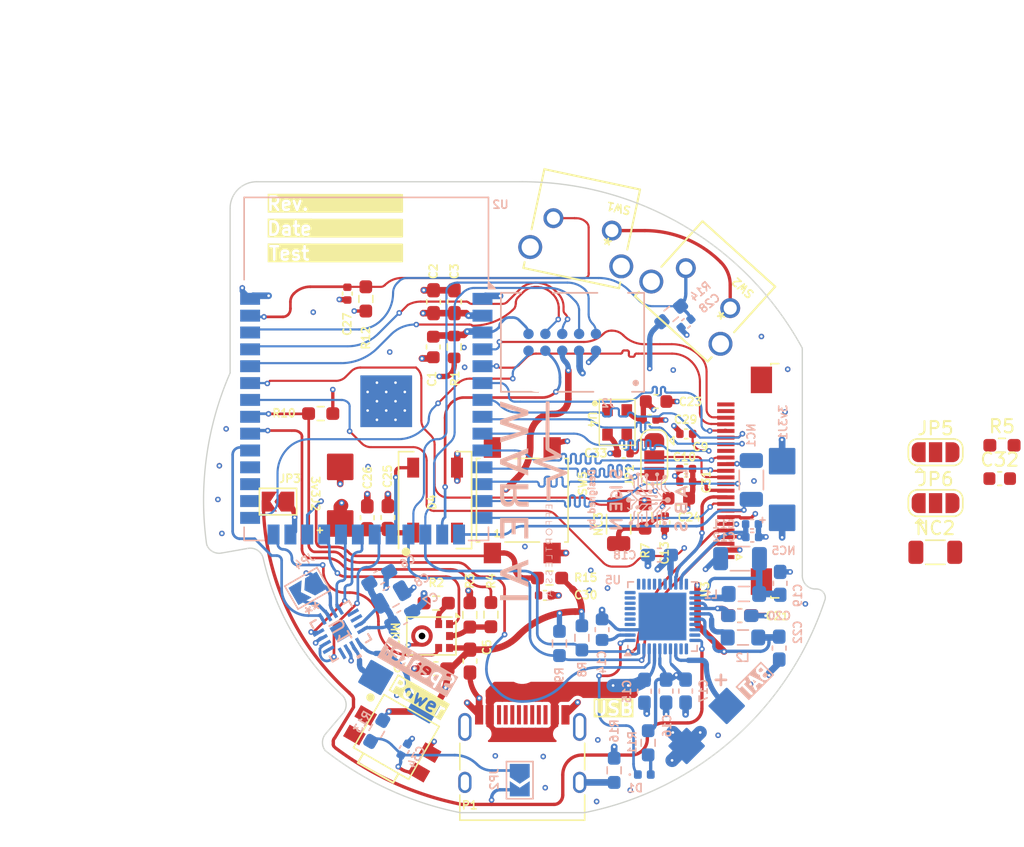
<source format=kicad_pcb>
(kicad_pcb (version 20240108) (generator "pcbnew") (generator_version "8.0")
  (layers (0 "F.Cu" signal) (1 "In1.Cu" signal) (2 "In2.Cu" signal) (31 "B.Cu" signal) (34 "B.Paste" user) (35 "F.Paste" user) (36 "B.SilkS" user "B.Silkscreen") (37 "F.SilkS" user "F.Silkscreen") (38 "B.Mask" user) (39 "F.Mask" user) (44 "Edge.Cuts" user))
  (net 0 "")
  (net 1 "GND")
  (net 2 "VBAT")
  (net 3 "EN")
  (net 4 "+3V3")
  (net 5 "VSYS")
  (net 6 "CAM_PCLK")
  (net 7 "+2V8")
  (net 8 "Net-(C13-Pad1)")
  (net 9 "Net-(U5-VREF)")
  (net 10 "VBUS")
  (net 11 "SW_L3")
  (net 12 "Net-(JP4-B)")
  (net 13 "SW_L2")
  (net 14 "SW_L1")
  (net 15 "Net-(D1-K)")
  (net 16 "Net-(D1-A)")
  (net 17 "Net-(U5-VMID)")
  (net 18 "Net-(U5-FB1)")
  (net 19 "LEDCNTRL")
  (net 20 "SPK_P")
  (net 21 "SPK_N")
  (net 22 "RXD")
  (net 23 "TXD")
  (net 24 "GPIO0")
  (net 25 "GPIO46")
  (net 26 "Net-(U5-LX1)")
  (net 27 "Net-(D4-DIN)")
  (net 28 "CAM_PWDN")
  (net 29 "CAM_RESET")
  (net 30 "PMIC_PWRON")
  (net 32 "Net-(P1-SHIELD)")
  (net 36 "Net-(MK2-LR)")
  (net 37 "Net-(MK2-SD)")
  (net 38 "I2SDAT_MIC")
  (net 39 "CAM_SDA")
  (net 40 "CAM_SCL")
  (net 43 "PMIC_IRQ")
  (net 46 "SDMODE_AMP")
  (net 49 "BCLK_AMP")
  (net 50 "I2SDAT_AMP")
  (net 52 "WS_AMP")
  (net 53 "CAM_Y3")
  (net 54 "CAM_MCLK")
  (net 55 "BCLK_MIC")
  (net 56 "CAM_Y5")
  (net 57 "CAM_Y6")
  (net 58 "WS_MIC")
  (net 59 "CAM_Y4")
  (net 60 "CAM_Y8")
  (net 61 "CAM_VSYNC")
  (net 62 "CAM_Y9")
  (net 63 "CAM_Y2")
  (net 65 "CAM_HREF")
  (net 66 "CAM_Y7")
  (net 67 "+1V5")
  (net 70 "unconnected-(U3-NC-Pad23)")
  (net 71 "PMIC_SDA")
  (net 83 "PMIC_SCL")
  (net 90 "CAM_CLKINTRNL")
  (net 94 "Net-(JP1-C)")
  (net 95 "Net-(JP2-A)")
  (net 96 "Net-(JP3-A)")
  (net 97 "Net-(U5-SW)")
  (net 98 "Net-(U5-TS)")
  (net 101 "unconnected-(U5-FB2-Pad26)")
  (footprint "Capacitor_SMD:C_0603_1608Metric_Pad1.08x0.95mm_HandSolder" (layer "F.Cu") (at 78.7275 39.677 90)
    (property "Reference" "C2")
    (property "Value" "22u")
  )
  (footprint "Capacitor_SMD:C_0603_1608Metric" (layer "F.Cu") (at 121.3625 53.007)
    (property "Reference" "C32")
    (property "Value" "1u")
  )
  (footprint "Capacitor_SMD:C_0402_1005Metric" (layer "F.Cu") (at 87.1175 61.807)
    (property "Reference" "C30")
    (property "Value" "100n")
  )
  (footprint "LED_SMD:LED_WS2812B_PLCC4_5.0x5.0mm_P3.2mm" (layer "F.Cu") (at 78.8425 54.627 90)
    (property "Reference" "D4")
    (property "Value" "WS2812B")
  )
  (footprint "switchLibrary:K2-1114SA-A4SW-06" (layer "F.Cu") (at 75.6425 72.947368 -30)
    (property "Reference" "SW4" (hide yes))
    (property "Value" "SW_Push")
  )
  (footprint "Resistor_SMD:R_0603_1608Metric" (layer "F.Cu") (at 80.2775 43.087 90)
    (property "Reference" "R1")
    (property "Value" "10k")
  )
  (footprint "Resistor_SMD:R_0603_1608Metric_Pad0.98x0.95mm_HandSolder" (layer "F.Cu") (at 121.5325 50.497)
    (property "Reference" "R5")
    (property "Value" "510")
  )
  (footprint "Resistor_SMD:R_0603_1608Metric_Pad0.98x0.95mm_HandSolder" (layer "F.Cu") (at 78.9275 62.387)
    (property "Reference" "R2")
    (property "Value" "47k")
  )
  (footprint "Button_Switch_SMD:SW_SPST_B3S-1000" (layer "F.Cu") (at 85.4075 54.637 -90)
    (property "Reference" "SW5")
    (property "Value" "SW_Push")
  )
  (footprint "Capacitor_SMD:C_0603_1608Metric_Pad1.08x0.95mm_HandSolder" (layer "F.Cu") (at 101.785 63.317 180)
    (property "Reference" "C21")
    (property "Value" "10u")
  )
  (footprint "Capacitor_SMD:C_0603_1608Metric" (layer "F.Cu") (at 78.7075 43.087 -90)
    (property "Reference" "C1")
    (property "Value" "1u")
  )
  (footprint "Sensor_Audio:InvenSense_ICS-43434-6_3.5x2.65mm" (layer "F.Cu") (at 78.5655 64.867 -90)
    (property "Reference" "MK2")
    (property "Value" "ICS-43434")
  )
  (footprint "Capacitor_SMD:C_0603_1608Metric_Pad1.08x0.95mm_HandSolder" (layer "F.Cu") (at 78.9075 67.327 180)
    (property "Reference" "C4")
    (property "Value" "22u")
  )
  (footprint "Resistor_SMD:R_0603_1608Metric_Pad0.98x0.95mm_HandSolder" (layer "F.Cu") (at 73.6275 39.467 90)
    (property "Reference" "R12")
    (property "Value" "10k")
  )
  (footprint "Capacitor_SMD:C_0402_1005Metric" (layer "F.Cu") (at 94.9975 48.557)
    (property "Reference" "C29")
    (property "Value" "100n")
  )
  (footprint "Capacitor_SMD:C_0603_1608Metric_Pad1.08x0.95mm_HandSolder" (layer "F.Cu") (at 73.7375 55.9545 -90)
    (property "Reference" "C26")
    (property "Value" "10u")
  )
  (footprint "Library:SW2_1825027-C_TEC" (layer "F.Cu") (at 101.068272 40.158637 138)
    (property "Reference" "SW2")
    (property "Value" "SW_Push")
  )
  (footprint "Connector_FFC-FPC:TE_2-1734839-4_1x24-1MP_P0.5mm_Horizontal" (layer "F.Cu") (at 100.0875 53.167 90)
    (property "Reference" "U3")
    (property "Value" "OV5640")
  )
  (footprint "Capacitor_SMD:C_0402_1005Metric" (layer "F.Cu") (at 93.0475 51.099 180)
    (property "Reference" "C33")
    (property "Value" "15p")
  )
  (footprint "Capacitor_SMD:C_0603_1608Metric" (layer "F.Cu") (at 95.4875 47.197 180)
    (property "Reference" "C23")
    (property "Value" "10u")
  )
  (footprint "Resistor_SMD:R_0603_1608Metric_Pad0.98x0.95mm_HandSolder" (layer "F.Cu") (at 70.2275 48.107)
    (property "Reference" "R10")
    (property "Value" "4.7k")
  )
  (footprint "Resistor_SMD:R_0603_1608Metric_Pad0.98x0.95mm_HandSolder" (layer "F.Cu") (at 81.458 63.277 90)
    (property "Reference" "R3")
    (property "Value" "47k")
  )
  (footprint "Capacitor_SMD:C_0603_1608Metric_Pad1.08x0.95mm_HandSolder" (layer "F.Cu") (at 75.2875 55.937 -90)
    (property "Reference" "C25")
    (property "Value" "10u")
  )
  (footprint "Jumper:SolderJumper-3_P1.3mm_Open_RoundedPad1.0x1.5mm" (layer "F.Cu") (at 116.5325 54.852)
    (property "Reference" "JP6")
    (property "Value" "Jumper")
  )
  (footprint "Capacitor_SMD:C_0402_1005Metric" (layer "F.Cu") (at 97.7575 53.247 180)
    (property "Reference" "C31")
    (property "Value" "100n")
  )
  (footprint "Resistor_SMD:R_1206_3216Metric" (layer "F.Cu") (at 92.665 56.439 90)
    (property "Reference" "NC3")
    (property "Value" "0")
  )
  (footprint "Capacitor_SMD:C_0603_1608Metric_Pad1.08x0.95mm_HandSolder" (layer "F.Cu") (at 80.2975 39.677 90)
    (property "Reference" "C3")
    (property "Value" "0.1u")
  )
  (footprint "Capacitor_SMD:C_0603_1608Metric" (layer "F.Cu") (at 97.195 54.489)
    (property "Reference" "C24")
    (property "Value" "1u")
  )
  (footprint "Footprint_Wareit_Mic:YSO110TR" (layer "F.Cu") (at 92.9347 48.5124 -90)
    (property "Reference" "U4")
    (property "Value" "24Mhz")
  )
  (footprint "Capacitor_SMD:C_0402_1005Metric" (layer "F.Cu") (at 96.1475 56.307 -90)
    (property "Reference" "C13")
    (property "Value" "100n")
  )
  (footprint "Jumper:SolderJumper-2_P1.3mm_Open_TrianglePad1.0x1.5mm" (layer "F.Cu") (at 67.0125 54.737 180)
    (property "Reference" "JP3")
    (property "Value" "Jumper")
  )
  (footprint "Resistor_SMD:R_0603_1608Metric_Pad0.98x0.95mm_HandSolder" (layer "F.Cu") (at 83.048 63.257 -90)
    (property "Reference" "R4")
    (property "Value" "68")
  )
  (footprint "Connector_USB:USB_C_Receptacle_HRO_TYPE-C-31-M-12" (layer "F.Cu") (at 85.4075 74.847)
    (property "Reference" "P1")
    (property "Value" "USB_C_Plug_USB2.0")
  )
  (footprint "Capacitor_SMD:C_0402_1005Metric" (layer "F.Cu") (at 72.2375 39.067 -90)
    (property "Reference" "C27")
    (property "Value" "100n")
  )
  (footprint "Capacitor_SMD:C_0603_1608Metric_Pad1.08x0.95mm_HandSolder" (layer "F.Cu") (at 81.468 66.757 -90)
    (property "Reference" "C5")
    (property "Value" "0.1u")
  )
  (footprint "Library:SW2_1825027-C_TEC" (layer "F.Cu") (at 92.154119 34.317548 168)
    (property "Reference" "SW1")
    (property "Value" "SW_Push")
  )
  (footprint "Resistor_SMD:R_1206_3216Metric" (layer "F.Cu") (at 116.5125 58.557)
    (property "Reference" "NC2")
    (property "Value" "0")
  )
  (footprint "Capacitor_SMD:C_0402_1005Metric" (layer "F.Cu") (at 97.7575 49.637 180)
    (property "Reference" "C9")
    (property "Value" "15p")
  )
  (footprint "Jumper:SolderJumper-3_P1.3mm_Open_RoundedPad1.0x1.5mm" (layer "F.Cu") (at 95.3475 51.377 -90)
    (property "Reference" "JP1")
    (property "Value" "Jumper")
  )
  (footprint "Jumper:SolderJumper-3_P1.3mm_Open_RoundedPad1.0x1.5mm" (layer "F.Cu") (at 116.5325 51.017)
    (property "Reference" "JP5")
    (property "Value" "Jumper")
  )
  (footprint "Resistor_SMD:R_0603_1608Metric_Pad0.98x0.95mm_HandSolder" (layer "F.Cu") (at 87.46 60.497 180)
    (property "Reference" "R15")
    (property "Value" "10k")
  )
  (footprint "Footprint_Wareit_Mic:SMD_CONNECTOR_PAD" (layer "F.Cu") (at 71.6467 54.2545 -90)
    (property "Reference" "3v3J2")
    (property "Value" "Conn_01x02_Pin")
  )
  (footprint "Capacitor_SMD:C_0402_1005Metric" (layer "F.Cu") (at 97.7475 52.277 180)
    (property "Reference" "C10")
    (property "Value" "100n")
  )
  (footprint "Resistor_SMD:R_0603_1608Metric_Pad0.98x0.95mm_HandSolder" (layer "F.Cu") (at 94.6575 55.8295 90)
    (property "Reference" "R7")
    (property "Value" "4.7k")
  )
  (footprint "Resistor_SMD:R_1206_3216Metric" (layer "B.Cu") (at 101.8075 59.037 180)
    (property "Reference" "NC5")
    (property "Value" "0")
  )
  (footprint "LOGO" (layer "B.Cu") (at 95.0775 54.617121 -90)
    (property "Reference" "G***" (hide yes))
    (property "Value" "LOGO" (hide yes))
  )
  (footprint "LED_SMD:LED_0402_1005Metric" (layer "B.Cu") (at 94.5975 75.307)
    (property "Reference" "D1")
    (property "Value" "LED")
  )
  (footprint "Library:TAG-CONNECT_TC2050-IDC" (layer "B.Cu") (at 88.4175 42.737 180)
    (property "Reference" "J2")
    (property "Value" "Tag Con")
  )
  (footprint "Capacitor_SMD:C_0402_1005Metric" (layer "B.Cu") (at 102.7275 57.417)
    (property "Reference" "C12")
    (property "Value" "100n")
  )
  (footprint "Capacitor_SMD:C_0603_1608Metric_Pad1.08x0.95mm_HandSolder" (layer "B.Cu") (at 104.8275 60.897 -90)
    (property "Reference" "C19")
    (property "Value" "22u")
  )
  (footprint "Footprint_Wareit_Mic:SMD_CONNECTOR_PAD" (layer "B.Cu") (at 105.0283 53.827 -90)
    (property "Reference" "3v3J1")
    (property "Value" "Conn_01x02_Pin")
  )
  (footprint "Jumper:SolderJumper-2_P1.3mm_Open_TrianglePad1.0x1.5mm" (layer "B.Cu") (at 85.2175 75.727 -90)
    (property "Reference" "JP2")
    (property "Value" "Jumper")
  )
  (footprint "Resistor_SMD:R_0603_1608Metric_Pad0.98x0.95mm_HandSolder" (layer "B.Cu") (at 92.3275 74.987 90)
    (property "Reference" "R16")
    (property "Value" "1M")
  )
  (footprint "Jumper:SolderJumper-2_P1.3mm_Open_TrianglePad1.0x1.5mm" (layer "B.Cu") (at 69.235369 61.2745 -150)
    (property "Reference" "JP4")
    (property "Value" "Jumper")
  )
  (footprint "Capacitor_SMD:C_0603_1608Metric_Pad1.08x0.95mm_HandSolder" (layer "B.Cu") (at 96.2375 69.017 90)
    (property "Reference" "C16")
    (property "Value" "22u")
  )
  (footprint "Resistor_SMD:R_0603_1608Metric_Pad0.98x0.95mm_HandSolder" (layer "B.Cu") (at 94.8875 72.9145 90)
    (property "Reference" "R11")
    (property "Value" "1k")
  )
  (footprint "Capacitor_SMD:C_0603_1608Metric_Pad1.08x0.95mm_HandSolder" (layer "B.Cu") (at 74.6375 60.457 30)
    (property "Reference" "C6")
    (property "Value" "22u")
  )
  (footprint "Capacitor_SMD:C_0603_1608Metric_Pad1.08x0.95mm_HandSolder" (layer "B.Cu") (at 76.3675 63.477 30)
    (property "Reference" "C7")
    (property "Value" "0.1u")
  )
  (footprint "Capacitor_SMD:C_0603_1608Metric" (layer "B.Cu") (at 91.4175 64.387 -90)
    (property "Reference" "C14")
    (property "Value" "1u")
  )
  (footprint "Capacitor_SMD:C_0805_2012Metric" (layer "B.Cu") (at 75.534447 61.927 30)
    (property "Reference" "C8")
    (property "Value" "100u")
  )
  (footprint "LOGO" (layer "B.Cu") (at 86.262403 54.677 -90)
    (property "Reference" "G***" (hide yes))
    (property "Value" "LOGO" (hide yes))
  )
  (footprint "Resistor_SMD:R_0603_1608Metric_Pad0.98x0.95mm_HandSolder" (layer "B.Cu") (at 96.625 40.597 40)
    (property "Reference" "R14")
    (property "Value" "10k")
  )
  (footprint "RF_Module:ESP32-S3-WROOM-1" (layer "B.Cu") (at 73.6625 44.717 180)
    (property "Reference" "U2")
    (property "Value" "ESP32-S3-WROOM-1")
  )
  (footprint "Library:21-0136I_T1633-4_MXM-M" (layer "B.Cu") (at 71.740967 64.503532 -60)
    (property "Reference" "U1")
    (property "Value" "MAX98357A")
  )
  (footprint "Footprint_Wareit_Mic:SMD_CONNECTOR_PAD" (layer "B.Cu") (at 76.252899 69.013006 -30)
    (property "Reference" "J1")
    (property "Value" "SPKOUT")
  )
  (footprint "Resistor_SMD:R_0603_1608Metric_Pad0.98x0.95mm_HandSolder" (layer "B.Cu") (at 88.2075 65.427 90)
    (property "Reference" "R9")
    (property "Value" "4.7k")
  )
  (footprint "Resistor_SMD:R_1206_3216Metric" (layer "B.Cu") (at 102.6575 53.107 90)
    (property "Reference" "NC1")
    (property "Value" "0")
  )
  (footprint "Capacitor_SMD:C_0402_1005Metric" (layer "B.Cu") (at 102.7075 56.437)
    (property "Reference" "C11")
    (property "Value" "100n")
  )
  (footprint "Capacitor_SMD:C_0603_1608Metric_Pad1.08x0.95mm_HandSolder" (layer "B.Cu") (at 94.6075 69.027 90)
    (property "Reference" "C15")
    (property "Value" "10u")
  )
  (footprint "Capacitor_SMD:C_0402_1005Metric" (layer "B.Cu") (at 97.7375 41.307 -140)
    (property "Reference" "C28")
    (property "Value" "100n")
  )
  (footprint "Package_DFN_QFN:QFN-40-1EP_5x5mm_P0.4mm_EP3.6x3.6mm" (layer "B.Cu") (at 95.9675 63.397)
    (property "Reference" "U5")
    (property "Value" "AXP2101")
  )
  (footprint "Resistor_SMD:R_0603_1608Metric_Pad0.98x0.95mm_HandSolder" (layer "B.Cu") (at 74.4475 72.017 -120)
    (property "Reference" "R13")
    (property "Value" "100k")
  )
  (footprint "Capacitor_SMD:C_0603_1608Metric_Pad1.08x0.95mm_HandSolder" (layer "B.Cu") (at 95.735 58.767)
    (property "Reference" "C18")
    (property "Value" "10u")
  )
  (footprint "Capacitor_SMD:C_0603_1608Metric_Pad1.08x0.95mm_HandSolder" (layer "B.Cu") (at 104.7575 65.777 90)
    (property "Reference" "C22")
    (property "Value" "22u")
  )
  (footprint "Resistor_SMD:R_0603_1608Metric_Pad0.98x0.95mm_HandSolder" (layer "B.Cu") (at 89.8975 65.007 90)
    (property "Reference" "R8")
    (property "Value" "4.7k")
  )
  (footprint "Inductor_SMD:L_0805_2012Metric_Pad1.05x1.20mm_HandSolder" (layer "B.Cu") (at 102.0975 61.697)
    (property "Reference" "L1")
    (property "Value" "1u")
  )
  (footprint "Capacitor_SMD:C_0603_1608Metric_Pad1.08x0.95mm_HandSolder" (layer "B.Cu") (at 97.7075 69.0145 90)
    (property "Reference" "C17")
    (property "Value" "22u")
  )
  (footprint "Footprint_Wareit_Mic:SMD_CONNECTOR_PAD" (layer "B.Cu") (at 99.2575 71.607 45)
    (property "Reference" "BAT1" (hide yes))
    (property "Value" "Conn_01x02_Pin")
  )
  (footprint "Inductor_SMD:L_0805_2012Metric_Pad1.05x1.20mm_HandSolder" (layer "B.Cu") (at 102.0275 64.977)
    (property "Reference" "L2")
    (property "Value" "1u")
  )
  (footprint "Capacitor_SMD:C_0402_1005Metric" (layer "B.Cu") (at 76.5175 73.427 60)
    (property "Reference" "C34")
    (property "Value" "100n")
  )
  (footprint "Capacitor_SMD:C_0603_1608Metric_Pad1.08x0.95mm_HandSolder" (layer "B.Cu") (at 101.7875 63.337)
    (property "Reference" "C20")
    (property "Value" "10u")
  )
  (gr_arc (start 80.79733 77.547845) (mid 75.828638 75.953798) (end 71.3375 73.297) (stroke (width 0.25)) (layer "F.Cu") (net 30))
  (gr_arc (start 72.389756 69.155637) (mid 67.611818 62.609842) (end 65.9075 54.687) (stroke (width 0.25)) (layer "F.Cu") (net 30))
  (gr_line (start 71.2775 72.557) (end 72.6975 70.237) (stroke (width 0.25)) (layer "F.Cu") (net 30))
  (gr_line (start 73.4275 73.737) (end 73.0275 74.417) (stroke (width 0.15)) (layer "F.SilkS"))
  (gr_circle (center 90.8775 47.334357) (end 91.030143 47.334357) (stroke (width 0.15)) (fill solid) (layer "F.SilkS"))
  (gr_circle (center 73.9775 69.497) (end 74.215197 69.497) (stroke (width 0.15)) (fill solid) (layer "F.SilkS"))
  (gr_line (start 76.0875 75.237) (end 75.6875 75.917) (stroke (width 0.15)) (layer "F.SilkS"))
  (gr_line (start 73.0275 74.417) (end 75.6875 75.917) (stroke (width 0.15)) (layer "F.SilkS"))
  (gr_rect (start 69.3175 31.627) (end 76.3575 32.897) (stroke (width 0.15)) (fill solid) (layer "F.SilkS"))
  (gr_rect (start 69.4775 35.367) (end 76.3575 36.637) (stroke (width 0.15)) (fill solid) (layer "F.SilkS"))
  (gr_rect (start 69.5775 33.497) (end 76.3575 34.767) (stroke (width 0.15)) (fill solid) (layer "F.SilkS"))
  (gr_circle (center 76.6575 58.527) (end 76.909889 58.527) (stroke (width 0.15)) (fill solid) (layer "F.SilkS"))
  (gr_line (start 71.965858 70.62274) (end 70.6075 72.227) (stroke (width 0.1)) (layer "Edge.Cuts"))
  (gr_arc (start 85.4075 30.637) (mid 97.676037 34.009761) (end 106.496337 43.180084) (stroke (width 0.1)) (layer "Edge.Cuts"))
  (gr_arc (start 70.568197 73.498812) (mid 70.361402 72.855908) (end 70.6075 72.227) (stroke (width 0.1)) (layer "Edge.Cuts"))
  (gr_line (start 64.7275 58.267001) (end 62.7475 58.616999) (stroke (width 0.1)) (layer "Edge.Cuts"))
  (gr_arc (start 71.805778 69.289202) (mid 72.137265 69.925787) (end 71.965858 70.62274) (stroke (width 0.1)) (layer "Edge.Cuts"))
  (gr_arc (start 62.7475 58.616999) (mid 62.074296 58.494953) (end 61.639189 57.966956) (stroke (width 0.1)) (layer "Edge.Cuts"))
  (gr_line (start 106.496337 43.180084) (end 106.4975 60.327) (stroke (width 0.1)) (layer "Edge.Cuts"))
  (gr_arc (start 107.497809 61.325606) (mid 108.036668 61.522942) (end 108.228215 62.063886) (stroke (width 0.1)) (layer "Edge.Cuts"))
  (gr_arc (start 63.4075 32.637) (mid 63.993286 31.222786) (end 65.4075 30.637) (stroke (width 0.1)) (layer "Edge.Cuts"))
  (gr_line (start 90.0875 78.177) (end 80.7175 78.177) (stroke (width 0.1)) (layer "Edge.Cuts"))
  (gr_arc (start 108.228216 62.063886) (mid 101.344363 72.582087) (end 90.0875 78.177) (stroke (width 0.1)) (layer "Edge.Cuts"))
  (gr_arc (start 80.718131 78.173836) (mid 75.36727 76.435317) (end 70.568197 73.498811) (stroke (width 0.1)) (layer "Edge.Cuts"))
  (gr_arc (start 71.805779 69.289201) (mid 68.073982 64.599076) (end 65.900082 59.013581) (stroke (width 0.1)) (layer "Edge.Cuts"))
  (gr_arc (start 107.4975 61.327) (mid 106.790393 61.034107) (end 106.4975 60.327) (stroke (width 0.1)) (layer "Edge.Cuts"))
  (gr_line (start 63.4075 45.037) (end 63.4075 32.637) (stroke (width 0.1)) (layer "Edge.Cuts"))
  (gr_line (start 85.4075 30.637) (end 65.4075 30.637) (stroke (width 0.1)) (layer "Edge.Cuts"))
  (gr_arc (start 64.7275 58.267001) (mid 65.464683 58.403298) (end 65.900081 59.013581) (stroke (width 0.1)) (layer "Edge.Cuts"))
  (gr_arc (start 61.63919 57.966956) (mid 61.629099 51.379884) (end 63.41015 45.038158) (stroke (width 0.1)) (layer "Edge.Cuts"))
  (gr_text "BAT" (at 104.4375 67.627 45) (layer "B.SilkS" knockout) (effects (font (size 1 1) (thickness 0.2) (bold yes)) (justify left bottom mirror)))
  (gr_text "Speaker" (at 80.0175 69.177 330) (layer "B.SilkS" knockout) (effects (font (size 1 1) (thickness 0.2) (bold yes)) (justify left bottom mirror)))
  (gr_text "Designed by" (at 90.9275 52.213787 90) (layer "B.SilkS") (effects (font (size 0.5 0.5) (thickness 0.125) (bold yes)) (justify left bottom mirror)))
  (gr_text "+" (at 103.8875 56.387 0) (layer "B.SilkS") (effects (font (size 0.5 0.5) (thickness 0.125) (bold yes)) (justify left bottom mirror)))
  (gr_text "+" (at 101.1175 68.687 0) (layer "B.SilkS") (effects (font (size 1 1) (thickness 0.2) (bold yes)) (justify left bottom mirror)))
  (gr_text "+" (at 69.7775 57.157 0) (layer "F.SilkS") (effects (font (size 0.5 0.5) (thickness 0.125) (bold yes)) (justify left bottom)))
  (gr_text "1" (at 83.1975 57.437 0) (layer "F.SilkS") (effects (font (size 0.5 0.5) (thickness 0.125) (bold yes)) (justify left bottom)))
  (gr_text "Power" (at 75.2375 68.817 330) (layer "F.SilkS" knockout) (effects (font (size 1 1) (thickness 0.2) (bold yes)) (justify left bottom)))
  (gr_text "Test" (at 66.2175 36.627 0) (layer "F.SilkS" knockout) (effects (font (size 1 1) (thickness 0.2) (bold yes)) (justify left bottom)))
  (gr_text "USB" (at 90.6275 70.917 0) (layer "F.SilkS" knockout) (effects (font (size 1 1) (thickness 0.2) (bold yes)) (justify left bottom)))
  (gr_text "Rev. " (at 66.0775 32.887 0) (layer "F.SilkS" knockout) (effects (font (size 1 1) (thickness 0.2) (bold yes)) (justify left bottom)))
  (gr_text "Date" (at 66.0775 34.757 0) (layer "F.SilkS" knockout) (effects (font (size 1 1) (thickness 0.2) (bold yes)) (justify left bottom)))
  (segment (start 93.3475 47.917) (end 93.2775 47.847) (width 0.4) (layer "F.Cu") (net 0))
  (segment (start 98.6075 64.037) (end 98.6075 61.037) (width 0.5) (layer "F.Cu") (net 0))
  (segment (start 99.452352 53.887) (end 100.7925 53.887) (width 0.25) (layer "F.Cu") (net 0))
  (segment (start 100.6075 66.037) (end 98.6075 64.037) (width 0.5) (layer "F.Cu") (net 0))
  (segment (start 94.5275 48.589) (end 94.5275 47.643629) (width 0.4) (layer "F.Cu") (net 0))
  (segment (start 95.273106 47.757605) (end 94.7125 47.197) (width 0.4) (layer "F.Cu") (net 0))
  (segment (start 95.2975 47.817) (end 95.2975 47.76771) (width 0.4) (layer "F.Cu") (net 0))
  (segment (start 99.2575 53.565994) (end 99.2575 53.70629) (width 0.25) (layer "F.Cu") (net 0))
  (segment (start 98.245 53.299) (end 98.245 53.825092) (width 0.4) (layer "F.Cu") (net 0))
  (segment (start 98.245 53.299) (end 98.950908 53.299) (width 0.25) (layer "F.Cu") (net 0))
  (segment (start 94.514464 48.5836) (end 94.5275 48.589) (width 0.4) (layer "F.Cu") (net 0))
  (segment (start 98.245 53.299) (end 98.245 52.377) (width 0.4) (layer "F.Cu") (net 0))
  (segment (start 94.6575 54.687) (end 94.6075 54.637) (width 0.5) (layer "F.Cu") (net 0))
  (segment (start 93.612734 48.182233) (end 93.2775 47.847) (width 0.4) (layer "F.Cu") (net 0))
  (segment (start 98.136727 54.269076) (end 97.8675 54.538303) (width 0.4) (layer "F.Cu") (net 0))
  (segment (start 97.8675 54.538303) (end 97.8675 55.287) (width 0.4) (layer "F.Cu") (net 0))
  (segment (start 94.6575 54.917) (end 94.6575 54.687) (width 0.5) (layer "F.Cu") (net 0))
  (arc (start 99.3075 53.827) (mid 99.373959 53.871406) (end 99.452352 53.887) (width 0.25) (layer "F.Cu") (net 0))
  (arc (start 99.1875 53.397) (mid 99.239307 53.474535) (end 99.2575 53.565994) (width 0.25) (layer "F.Cu") (net 0))
  (arc (start 94.5275 47.643629) (mid 94.57558 47.401915) (end 94.7125 47.197) (width 0.4) (layer "F.Cu") (net 0))
  (arc (start 98.245 53.825092) (mid 98.216864 54.053229) (end 98.136727 54.269076) (width 0.4) (layer "F.Cu") (net 0))
  (arc (start 98.950908 53.299) (mid 99.07895 53.32447) (end 99.1875 53.397) (width 0.25) (layer "F.Cu") (net 0))
  (arc (start 99.2575 53.70629) (mid 99.270495 53.771617) (end 99.3075 53.827) (width 0.25) (layer "F.Cu") (net 0))
  (arc (start 95.2975 47.76771) (mid 95.284298 47.765084) (end 95.273106 47.757605) (width 0.4) (layer "F.Cu") (net 0))
  (arc (start 94.5175 48.557) (mid 94.027844 48.459601) (end 93.612734 48.182233) (width 0.4) (layer "F.Cu") (net 0))
  (segment (start 99.8375 65.277) (end 99.8375 65.637) (width 0.25) (layer "B.Cu") (net 0))
  (segment (start 98.405 63.597) (end 98.8775 63.597) (width 0.25) (layer "B.Cu") (net 0))
  (segment (start 103.1775 64.977) (end 104.695 64.977) (width 0.5) (layer "B.Cu") (net 0))
  (segment (start 99.1575 63.877) (end 99.1575 64.597) (width 0.25) (layer "B.Cu") (net 0))
  (segment (start 103.9875 65.367) (end 103.9875 64.957) (width 0.25) (layer "B.Cu") (net 0))
  (segment (start 100.2175 66.017) (end 103.3375 66.017) (width 0.25) (layer "B.Cu") (net 0))
  (arc (start 99.1575 64.597) (mid 99.274657 64.879843) (end 99.5575 64.997) (width 0.25) (layer "B.Cu") (net 0))
  (arc (start 98.8775 63.597) (mid 99.07549 63.67901) (end 99.1575 63.877) (width 0.25) (layer "B.Cu") (net 0))
  (arc (start 99.8375 65.637) (mid 99.948799 65.905701) (end 100.2175 66.017) (width 0.25) (layer "B.Cu") (net 0))
  (arc (start 99.5575 64.997) (mid 99.75549 65.07901) (end 99.8375 65.277) (width 0.25) (layer "B.Cu") (net 0))
  (arc (start 104.695 64.977) (mid 104.739194 64.958694) (end 104.7575 64.9145) (width 0.5) (layer "B.Cu") (net 0))
  (arc (start 103.3375 66.017) (mid 103.797119 65.826619) (end 103.9875 65.367) (width 0.25) (layer "B.Cu") (net 0))
  (segment (start 97.2775 49.637) (end 97.2775 49.477) (width 0.4) (layer "F.Cu") (net 1))
  (segment (start 95.9675 54.9415) (end 95.9675 55.117) (width 0.4) (layer "F.Cu") (net 1))
  (segment (start 78.7275 38.8145) (end 77.995 38.8145) (width 0.5) (layer "F.Cu") (net 1))
  (segment (start 82.153964 70.793465) (end 81.2575 69.897) (width 0.5) (layer "F.Cu") (net 1))
  (segment (start 82.1575 70.802) (end 82.1575 69.571142) (width 0.5) (layer "F.Cu") (net 1))
  (segment (start 96.199498 48.589) (end 96.207498 48.597) (width 0.4) (layer "F.Cu") (net 1))
  (segment (start 87.6575 58.612) (end 88.6925 58.612) (width 0.5) (layer "F.Cu") (net 1))
  (segment (start 80.2975 38.8145) (end 78.7275 38.8145) (width 0.5) (layer "F.Cu") (net 1))
  (segment (start 78.7075 43.9495) (end 77.865 43.9495) (width 0.5) (layer "F.Cu") (net 1))
  (segment (start 96.115 56.829) (end 96.115 57.390965) (width 0.4) (layer "F.Cu") (net 1))
  (segment (start 77.865 43.9495) (end 77.8575 43.957) (width 0.5) (layer "F.Cu") (net 1))
  (segment (start 78.045 67.327) (end 77.2675 67.327) (width 0.5) (layer "F.Cu") (net 1))
  (segment (start 75.2875 55.0745) (end 75.2875 54.167) (width 0.5) (layer "F.Cu") (net 1))
  (segment (start 76.845 65.5295) (end 76.8375 65.537) (width 0.25) (layer "F.Cu") (net 1))
  (segment (start 81.458 61.5575) (end 81.3475 61.447) (width 0.5) (layer "F.Cu") (net 1))
  (segment (start 96.2625 47.197) (end 97.0675 47.197) (width 0.4) (layer "F.Cu") (net 1))
  (segment (start 80.5175 53.157) (end 80.5175 52.187) (width 0.5) (layer "F.Cu") (net 1))
  (segment (start 81.468 67.6195) (end 81.468 67.858258) (width 0.4) (layer "F.Cu") (net 1))
  (segment (start 92.154119 34.317548) (end 94.627137 34.317548) (width 0.25) (layer "F.Cu") (net 1))
  (segment (start 80.5175 52.187) (end 80.5175 51.137) (width 0.5) (layer "F.Cu") (net 1))
  (segment (start 87.5975 61.807) (end 88.1475 61.807) (width 0.5) (layer "F.Cu") (net 1))
  (segment (start 82.1575 70.802) (end 82.153964 70.793465) (width 0.5) (layer "F.Cu") (net 1))
  (segment (start 95.4875 48.589) (end 96.199498 48.589) (width 0.4) (layer "F.Cu") (net 1))
  (segment (start 91.8275 49.697) (end 92.099395 49.968895) (width 0.4) (layer "F.Cu") (net 1))
  (segment (start 78.583034 73.001465) (end 78.7675 72.817) (width 0.4) (layer "F.Cu") (net 1))
  (segment (start 97.0575 52.917) (end 96.98886 52.84836) (width 0.25) (layer "F.Cu") (net 1))
  (segment (start 92.036813 51.099) (end 92.0175 51.107) (width 0.4) (layer "F.Cu") (net 1))
  (segment (start 97.226664 52.517837) (end 96.9975 52.747) (width 0.25) (layer "F.Cu") (net 1))
  (segment (start 97.2775 49.477) (end 96.827501 49.027001) (width 0.4) (layer "F.Cu") (net 1))
  (segment (start 88.668107 70.776394) (end 89.5775 69.867) (width 0.5) (layer "F.Cu") (net 1))
  (segment (start 97.175752 53.035252) (end 97.0575 52.917) (width 0.25) (layer "F.Cu") (net 1))
  (segment (start 77.8555 65.5295) (end 76.845 65.5295) (width 0.25) (layer "F.Cu") (net 1))
  (segment (start 77.995 38.8145) (end 77.9875 38.807) (width 0.5) (layer "F.Cu") (net 1))
  (segment (start 100.3475 36.687) (end 100.358002 36.697502) (width 0.25) (layer "F.Cu") (net 1))
  (segment (start 96.42 54.489) (end 95.9675 54.9415) (width 0.4) (layer "F.Cu") (net 1))
  (segment (start 96.9975 52.747) (end 96.967734 52.774391) (width 0.25) (layer "F.Cu") (net 1))
  (segment (start 81.458 62.3645) (end 81.458 61.5575) (width 0.5) (layer "F.Cu") (net 1))
  (segment (start 78.015 62.387) (end 78.015 61.675106) (width 0.5) (layer "F.Cu") (net 1))
  (segment (start 78.015 61.675106) (end 78.0075 61.657) (width 0.5) (layer "F.Cu") (net 1))
  (segment (start 96.889009 52.807) (end 96.889011 52.807) (width 0.25) (layer "F.Cu") (net 1))
  (segment (start 101.068272 38.412245) (end 101.068272 40.158637) (width 0.25) (layer "F.Cu") (net 1))
  (segment (start 88.8075 50.187) (end 88.804251 50.187) (width 0.4) (layer "F.Cu") (net 1))
  (segment (start 71.6975 52.1209) (end 71.6975 53.407) (width 0.5) (layer "F.Cu") (net 1))
  (segment (start 96.115 57.390965) (end 96.1175 57.397) (width 0.4) (layer "F.Cu") (net 1))
  (segment (start 73.7375 55.092) (end 73.7375 54.167) (width 0.5) (layer "F.Cu") (net 1))
  (segment (start 102.6475 63.317) (end 103.68094 63.317) (width 0.4) (layer "F.Cu") (net 1))
  (segment (start 88.6925 58.612) (end 88.6975 58.607) (width 0.5) (layer "F.Cu") (net 1))
  (segment (start 72.2575 39.517) (end 71.651642 39.517) (width 0.4) (layer "F.Cu") (net 1))
  (segment (start 92.5675 51.099) (end 92.036813 51.099) (width 0.4) (layer "F.Cu") (net 1))
  (segment (start 100.7925 51.887) (end 101.5775 51.887) (width 0.25) (layer "F.Cu") (net 1))
  (via (at 62.4875 54.577) (size 0.42) (drill 0.2) (layers "F.Cu" "B.Cu") (net 1))
  (via (at 88.8075 50.187) (size 0.42) (drill 0.2) (layers "F.Cu" "B.Cu") (net 1))
  (via (at 96.7775 44.827) (size 0.42) (drill 0.2) (layers "F.Cu" "B.Cu") (net 1))
  (via (at 80.4975 53.177) (size 0.42) (drill 0.2) (layers "F.Cu" "B.Cu") (net 1))
  (via (at 83.7375 39.237) (size 0.42) (drill 0.2) (layers "F.Cu" "B.Cu") (net 1))
  (via (at 71.6275 39.507) (size 0.42) (drill 0.2) (layers "F.Cu" "B.Cu") (net 1))
  (via (at 69.6675 40.467) (size 0.42) (drill 0.2) (layers "F.Cu" "B.Cu") (net 1))
  (via (at 100.1575 72.347) (size 0.42) (drill 0.2) (layers "F.Cu" "B.Cu") (net 1))
  (via (at 105.3975 44.767) (size 0.42) (drill 0.2) (layers "F.Cu" "B.Cu") (net 1))
  (via (at 96.1175 57.397) (size 0.42) (drill 0.2) (layers "F.Cu" "B.Cu") (net 1))
  (via (at 83.3775 73.897) (size 0.42) (drill 0.2) (layers "F.Cu" "B.Cu") (net 1))
  (via (at 81.2575 69.897) (size 0.42) (drill 0.2) (layers "F.Cu" "B.Cu") (net 1))
  (via (at 85.6075 58.127) (size 0.42) (drill 0.2) (layers "F.Cu" "B.Cu") (net 1))
  (via (at 77.8575 43.957) (size 0.42) (drill 0.2) (layers "F.Cu" "B.Cu") (net 1))
  (via (at 81.0175 43.127) (size 0.42) (drill 0.2) (layers "F.Cu" "B.Cu") (net 1))
  (via (at 77.9875 38.807) (size 0.42) (drill 0.2) (layers "F.Cu" "B.Cu") (net 1))
  (via (at 90.5675 59.917) (size 0.42) (drill 0.2) (layers "F.Cu" "B.Cu") (net 1))
  (via (at 72.5175 66.727) (size 0.42) (drill 0.2) (layers "F.Cu" "B.Cu") (net 1))
  (via (at 69.1375 60.127) (size 0.42) (drill 0.2) (layers "F.Cu" "B.Cu") (net 1))
  (via (at 86.9875 73.947) (size 0.42) (drill 0.2) (layers "F.Cu" "B.Cu") (net 1))
  (via (at 91.0075 77.337) (size 0.42) (drill 0.2) (layers "F.Cu" "B.Cu") (net 1))
  (via (at 92.0175 51.107) (size 0.42) (drill 0.2) (layers "F.Cu" "B.Cu") (net 1))
  (via (at 97.7075 70.777) (size 0.42) (drill 0.2) (layers "F.Cu" "B.Cu") (net 1))
  (via (at 91.0975 72.697) (size 0.42) (drill 0.2) (layers "F.Cu" "B.Cu") (net 1))
  (via (at 105.1975 47.987) (size 0.42) (drill 0.2) (layers "F.Cu" "B.Cu") (net 1))
  (via (at 91.4175 62.907) (size 0.42) (drill 0.2) (layers "F.Cu" "B.Cu") (net 1))
  (via (at 78.7675 72.817) (size 0.42) (drill 0.2) (layers "F.Cu" "B.Cu") (net 1))
  (via (at 101.5775 51.887) (size 0.42) (drill 0.2) (layers "F.Cu" "B.Cu") (net 1))
  (via (at 76.8375 65.537) (size 0.42) (drill 0.2) (layers "F.Cu" "B.Cu") (net 1))
  (via (at 103.729224 63.337) (size 0.42) (drill 0.2) (layers "F.Cu" "B.Cu") (net 1))
  (via (at 75.2875 54.167) (size 0.42) (drill 0.2) (layers "F.Cu" "B.Cu") (net 1))
  (via (at 103.4175 42.297) (size 0.42) (drill 0.2) (layers "F.Cu" "B.Cu") (net 1))
  (via (at 80.5175 51.137) (size 0.42) (drill 0.2) (layers "F.Cu" "B.Cu") (net 1))
  (via (at 75.9575 69.337) (size 0.42) (drill 0.2) (layers "F.Cu" "B.Cu") (net 1))
  (via (at 90.4075 44.237) (size 0.42) (drill 0.2) (layers "F.Cu" "B.Cu") (net 1))
  (via (at 90.4575 61.417) (size 0.42) (drill 0.2) (layers "F.Cu" "B.Cu") (net 1))
  (via (at 82.1675 69.547) (size 0.42) (drill 0.2) (layers "F.Cu" "B.Cu") (net 1))
  (via (at 81.3475 61.447) (size 0.42) (drill 0.2) (layers "F.Cu" "B.Cu") (net 1))
  (via (at 88.6975 58.607) (size 0.42) (drill 0.2) (layers "F.Cu" "B.Cu") (net 1))
  (via (at 106.7275 62.447) (size 0.42) (drill 0.2) (layers "F.Cu" "B.Cu") (net 1))
  (via (at 93.5375 76.487) (size 0.42) (drill 0.2) (layers "F.Cu" "B.Cu") (net 1))
  (via (at 102.8575 53.187) (size 0.42) (drill 0.2) (layers "F.Cu" "B.Cu") (net 1))
  (via (at 88.1475 61.807) (size 0.42) (drill 0.2) (layers "F.Cu" "B.Cu") (net 1))
  (via (at 89.5775 69.867) (size 0.42) (drill 0.2) (layers "F.Cu" "B.Cu") (net 1))
  (via (at 78.0075 61.657) (size 0.42) (drill 0.2) (layers "F.Cu" "B.Cu") (net 1))
  (via (at 69.8475 65.387) (size 0.42) (drill 0.2) (layers "F.Cu" "B.Cu") (net 1))
  (via (at 103.7575 57.397) (size 0.42) (drill 0.2) (layers "F.Cu" "B.Cu") (net 1))
  (via (at 104.9675 50.077) (size 0.42) (drill 0.2) (layers "F.Cu" "B.Cu") (net 1))
  (via (at 96.889011 52.807) (size 0.42) (drill 0.2) (layers "F.Cu" "B.Cu") (net 1))
  (via (at 105.57999 60.0345) (size 0.42) (drill 0.2) (layers "F.Cu" "B.Cu") (net 1))
  (via (at 96.6875 74.237) (size 0.42) (drill 0.2) (layers "F.Cu" "B.Cu") (net 1))
  (via (at 77.2675 67.327) (size 0.42) (drill 0.2) (layers "F.Cu" "B.Cu") (net 1))
  (via (at 81.0675 44.617) (size 0.42) (drill 0.2) (layers "F.Cu" "B.Cu") (net 1))
  (via (at 96.827501 49.027001) (size 0.42) (drill 0.2) (layers "F.Cu" "B.Cu") (net 1))
  (via (at 66.3075 39.227) (size 0.42) (drill 0.2) (layers "F.Cu" "B.Cu") (net 1))
  (via (at 95.9675 55.117) (size 0.42) (drill 0.2) (layers "F.Cu" "B.Cu") (net 1))
  (via (at 94.7875 70.717) (size 0.42) (drill 0.2) (layers "F.Cu" "B.Cu") (net 1))
  (via (at 96.207498 48.597) (size 0.42) (drill 0.2) (layers "F.Cu" "B.Cu") (net 1))
  (via (at 91.8275 61.257) (size 0.42) (drill 0.2) (layers "F.Cu" "B.Cu") (net 1))
  (via (at 87.1375 76.297) (size 0.42) (drill 0.2) (layers "F.Cu" "B.Cu") (net 1))
  (via (at 75.1575 61.247) (size 0.42) (drill 0.2) (layers "F.Cu" "B.Cu") (net 1))
  (via (at 73.7975 52.097) (size 0.42) (drill 0.2) (layers "F.Cu" "B.Cu") (net 1))
  (via (at 62.5975 52.037) (size 0.42) (drill 0.2) (layers "F.Cu" "B.Cu") (net 1))
  (via (at 62.7875 57.137) (size 0.42) (drill 0.2) (layers "F.Cu" "B.Cu") (net 1))
  (via (at 77.2375 61.207) (size 0.42) (drill 0.2) (layers "F.Cu" "B.Cu") (net 1))
  (via (at 96.7475 72.137) (size 0.42) (drill 0.2) (layers "F.Cu" "B.Cu") (net 1))
  (via (at 64.3255 38.635) (size 0.42) (drill 0.2) (layers "F.Cu" "B.Cu") (net 1))
  (via (at 71.6975 53.407) (size 0.42) (drill 0.2) (layers "F.Cu" "B.Cu") (net 1))
  (via (at 97.0675 47.197) (size 0.42) (drill 0.2) (layers "F.Cu" "B.Cu") (net 1))
  (via (at 102.5975 68.497) (size 0.42) (drill 0.2) (layers "F.Cu" "B.Cu") (net 1))
  (via (at 75.4275 43.467) (size 0.42) (drill 0.2) (layers "F.Cu" "B.Cu") (net 1))
  (via (at 94.8675 59.577) (size 0.42) (drill 0.2) (layers "F.Cu" "B.Cu") (net 1))
  (via (at 73.7375 54.167) (size 0.42) (drill 0.2) (layers "F.Cu" "B.Cu") (net 1))
  (via (at 98.8075 72.137) (size 0.42) (drill 0.2) (layers "F.Cu" "B.Cu") (net 1))
  (via (at 63.1075 49.257) (size 0.42) (drill 0.2) (layers "F.Cu" "B.Cu") (net 1))
  (via (at 96.2475 70.757) (size 0.42) (drill 0.2) (layers "F.Cu" "B.Cu") (net 1))
  (via (at 92.3375 73.217) (size 0.42) (drill 0.2) (layers "F.Cu" "B.Cu") (net 1))
  (via (at 97.7975 42.187) (size 0.42) (drill 0.2) (layers "F.Cu" "B.Cu") (net 1))
  (via (at 77.1175 72.597) (size 0.42) (drill 0.2) (layers "F.Cu" "B.Cu") (net 1))
  (arc (start 97.285 53.299) (mid 97.256607 53.156261) (end 97.175752 53.035252) (width 0.25) (layer "F.Cu") (net 1))
  (arc (start 103.68094 63.317) (mid 103.707071 63.322198) (end 103.729224 63.337) (width 0.4) (layer "F.Cu") (net 1))
  (arc (start 96.98886 52.84836) (mid 96.943048 52.817749) (end 96.889009 52.807) (width 0.25) (layer "F.Cu") (net 1))
  (arc (start 82.1575 69.571142) (mid 82.160099 69.558077) (end 82.1675 69.547) (width 0.5) (layer "F.Cu") (net 1))
  (arc (start 97.285 52.377) (mid 97.269839 52.45322) (end 97.226664 52.517837) (width 0.25) (layer "F.Cu") (net 1))
  (arc (start 88.804251 50.187) (mid 88.183634 50.310448) (end 87.6575 50.662) (width 0.4) (layer "F.Cu") (net 1))
  (arc (start 96.967734 52.774391) (mid 96.931615 52.798526) (end 96.889009 52.807) (width 0.25) (layer "F.Cu") (net 1))
  (arc (start 81.468 67.858258) (mid 81.649794 68.772198) (end 82.1675 69.547) (width 0.4) (layer "F.Cu") (net 1))
  (arc (start 100.358002 36.697502) (mid 100.883679 37.484233) (end 101.068272 38.412245) (width 0.25) (layer "F.Cu") (net 1))
  (arc (start 88.6575 70.802) (mid 88.660257 70.788142) (end 88.668107 70.776394) (width 0.5) (layer "F.Cu") (net 1))
  (arc (start 92.099395 49.968895) (mid 92.445843 50.487392) (end 92.5675 51.099) (width 0.4) (layer "F.Cu") (net 1))
  (arc (start 71.651642 39.517) (mid 71.638576 39.514401) (end 71.6275 39.507) (width 0.4) (layer "F.Cu") (net 1))
  (arc (start 94.627137 34.317548) (mid 97.722975 34.933349) (end 100.3475 36.687) (width 0.25) (layer "F.Cu") (net 1))
  (arc (start 78.337372 73.594547) (mid 78.401218 73.273574) (end 78.583034 73.001465) (width 0.4) (layer "F.Cu") (net 1))
  (segment (start 94.8725 59.572) (end 94.8675 59.577) (width 0.5) (layer "B.Cu") (net 1))
  (segment (start 97.784738 73.151604) (end 97.798664 73.145835) (width 1) (layer "B.Cu") (net 1))
  (segment (start 76.357171 61.452) (end 76.9925 61.452) (width 0.4) (layer "B.Cu") (net 1))
  (segment (start 96.2375 69.8795) (end 96.2375 70.732858) (width 0.5) (layer "B.Cu") (net 1))
  (segment (start 104.8275 60.0345) (end 105.57999 60.0345) (width 0.4) (layer "B.Cu") (net 1))
  (segment (start 101.5775 51.887) (end 102.496434 51.887) (width 0.25) (layer "B.Cu") (net 1))
  (segment (start 69.858489 65.387) (end 69.8475 65.387) (width 0.25) (layer "B.Cu") (net 1))
  (segment (start 70.9575 62.534036) (end 70.9575 62.006261) (width 0.25) (layer "B.Cu") (net 1))
  (segment (start 93.53 64.397) (end 92.789632 64.397) (width 0.25) (layer "B.Cu") (net 1))
  (segment (start 90.4075 44.237) (end 90.9575 43.687) (width 0.4) (layer "B.Cu") (net 1))
  (segment (start 102.65 63.337) (end 103.729224 63.337) (width 0.4) (layer "B.Cu") (net 1))
  (segment (start 76.281394 61.527777) (end 76.357171 61.452) (width 0.4) (layer "B.Cu") (net 1))
  (segment (start 82.6325 39.237) (end 83.7375 39.237) (width 0.5) (layer "B.Cu") (net 1))
  (segment (start 82.4125 39.457) (end 82.6325 39.237) (width 0.5) (layer "B.Cu") (net 1))
  (segment (start 97.340449 41.72995) (end 97.7975 42.187) (width 0.4) (layer "B.Cu") (net 1))
  (segment (start 77.9675 62.347) (end 77.460285 62.854215) (width 0.5) (layer "B.Cu") (net 1))
  (segment (start 96.707716 74.228626) (end 96.6875 74.237) (width 1) (layer "B.Cu") (net 1))
  (segment (start 76.9925 61.452) (end 77.2375 61.207) (width 0.4) (layer "B.Cu") (net 1))
  (segment (start 65.1425 39.227) (end 64.9125 39.457) (width 0.5) (layer "B.Cu") (net 1))
  (segment (start 94.8725 58.767) (end 94.8725 59.572) (width 0.5) (layer "B.Cu") (net 1))
  (segment (start 93.53 64.397) (end 95.9675 64.397) (width 0.25) (layer "B.Cu") (net 1))
  (segment (start 72.5175 66.535639) (end 72.5175 66.727) (width 0.25) (layer "B.Cu") (net 1))
  (segment (start 92.3275 74.0745) (end 92.3275 73.241142) (width 0.5) (layer "B.Cu") (net 1))
  (segment (start 103.1975 57.397) (end 103.7575 57.397) (width 0.4) (layer "B.Cu") (net 1))
  (segment (start 70.138238 60.637) (end 69.863238 60.912) (width 0.25) (layer "B.Cu") (net 1))
  (segment (start 76.281394 61.5745) (end 76.281394 61.527777) (width 0.4) (layer "B.Cu") (net 1))
  (segment (start 75.1575 60.573648) (end 75.1575 61.247) (width 0.4) (layer "B.Cu") (net 1))
  (segment (start 91.4175 62.907) (end 91.4175 63.612) (width 0.5) (layer "B.Cu") (net 1))
  (segment (start 66.3075 39.227) (end 65.1425 39.227) (width 0.5) (layer "B.Cu") (net 1))
  (segment (start 70.175326 65.070163) (end 69.858489 65.387) (width 0.25) (layer "B.Cu") (net 1))
  (segment (start 97.7461 73.135599) (end 96.7475 72.137) (width 1) (layer "B.Cu") (net 1))
  (segment (start 78.0075 61.657) (end 78.0075 62.250432) (width 0.5) (layer "B.Cu") (net 1))
  (segment (start 97.7075 69.877) (end 97.7075 70.777) (width 0.5) (layer "B.Cu") (net 1))
  (segment (start 64.3255 38.635) (end 64.3255 38.87) (width 0.4) (layer "B.Cu") (net 1))
  (segment (start 90.9575 43.687) (end 90.9575 43.372) (width 0.4) (layer "B.Cu") (net 1))
  (segment (start 95.9675 64.397) (end 95.9675 63.397) (width 0.25) (layer "B.Cu") (net 1))
  (segment (start 97.329799 41.725538) (end 97.340449 41.72995) (width 0.4) (layer "B.Cu") (net 1))
  (segment (start 97.784738 73.151604) (end 96.707716 74.228626) (width 1) (layer "B.Cu") (net 1))
  (segment (start 64.3255 38.87) (end 64.9125 39.457) (width 0.4) (layer "B.Cu") (net 1))
  (segment (start 97.784738 73.151604) (end 97.764523 73.159978) (width 0.5) (layer "B.Cu") (net 1))
  (segment (start 94.7775 69.877) (end 94.7775 70.692858) (width 0.5) (layer "B.Cu") (net 1))
  (segment (start 70.959362 62.535898) (end 70.9575 62.534036) (width 0.25) (layer "B.Cu") (net 1))
  (segment (start 64.9125 39.457) (end 64.91252 39.457) (width 0.5) (layer "B.Cu") (net 1))
  (segment (start 104.9775 51.6934) (end 104.9775 50.101142) (width 0.5) (layer "B.Cu") (net 1))
  (segment (start 103.1975 57.397) (end 103.1975 56.467) (width 0.4) (layer "B.Cu") (net 1))
  (segment (start 92.4275 64.247) (end 92.057665 63.877165) (width 0.25) (layer "B.Cu") (net 1))
  (segment (start 97.798664 73.145835) (end 98.8075 72.137) (width 1) (layer "B.Cu") (net 1))
  (segment (start 69.863238 60.911999) (end 69.863238 60.852738) (width 0.25) (layer "B.Cu") (net 1))
  (segment (start 76.744688 72.969811) (end 77.1175 72.597) (width 0.4) (layer "B.Cu") (net 1))
  (arc (start 70.9575 62.006261) (mid 70.636998 61.232501) (end 69.863238 60.911999) (width 0.25) (layer "B.Cu") (net 1))
  (arc (start 76.7275 73.011308) (mid 76.731967 72.98885) (end 76.744688 72.969811) (width 0.4) (layer "B.Cu") (net 1))
  (arc (start 78.0075 62.250432) (mid 77.997104 62.302694) (end 77.9675 62.347) (width 0.5) (layer "B.Cu") (net 1))
  (arc (start 102.496434 51.887) (mid 102.594426 51.906492) (end 102.6775 51.962) (width 0.25) (layer "B.Cu") (net 1))
  (arc (start 94.7775 70.692858) (mid 94.780099 70.705923) (end 94.7875 70.717) (width 0.5) (layer "B.Cu") (net 1))
  (arc (start 92.3275 73.241142) (mid 92.330099 73.228077) (end 92.3375 73.217) (width 0.5) (layer "B.Cu") (net 1))
  (arc (start 71.199553 63.039053) (mid 71.03677 62.807851) (end 70.959362 62.535898) (width 0.25) (layer "B.Cu") (net 1))
  (arc (start 69.863238 60.852738) (mid 69.650674 60.339564) (end 69.1375 60.127) (width 0.25) (layer "B.Cu") (net 1))
  (arc (start 72.24321 65.873445) (mid 72.446214 66.177262) (end 72.5175 66.535639) (width 0.25) (layer "B.Cu") (net 1))
  (arc (start 97.784738 73.151604) (mid 97.763827 73.147445) (end 97.7461 73.135599) (width 1) (layer "B.Cu") (net 1))
  (arc (start 104.9775 50.101142) (mid 104.974901 50.088076) (end 104.9675 50.077) (width 0.5) (layer "B.Cu") (net 1))
  (arc (start 77.460285 62.854215) (mid 77.292437 62.966367) (end 77.094447 63.00575) (width 0.5) (layer "B.Cu") (net 1))
  (arc (start 92.057665 63.877165) (mid 91.763955 63.680914) (end 91.4175 63.612) (width 0.25) (layer "B.Cu") (net 1))
  (arc (start 77.320686 63.036836) (mid 77.20844 63.014165) (end 77.094447 63.00575) (width 0.5) (layer "B.Cu") (net 1))
  (arc (start 92.789632 64.397) (mid 92.593648 64.358016) (end 92.4275 64.247) (width 0.25) (layer "B.Cu") (net 1))
  (arc (start 70.371054 65.005775) (mid 70.268374 65.022744) (end 70.175326 65.070163) (width 0.25) (layer "B.Cu") (net 1))
  (arc (start 75.314731 60.099735) (mid 75.19518 60.323412) (end 75.1575 60.573648) (width 0.4) (layer "B.Cu") (net 1))
  (segment (start 96.9675 65.8345) (end 96.9675 66.349721) (width 0.25) (layer "B.Cu") (net 2))
  (segment (start 100.330023 69.662156) (end 100.802104 70.134238) (width 0.4) (layer "B.Cu") (net 2))
  (segment (start 99.2675 67.052563) (end 99.2675 67.097) (width 0.4) (layer "B.Cu") (net 2))
  (segment (start 97.9275 66.697) (end 98.940221 66.697) (width 0.4) (layer "B.Cu") (net 2))
  (segment (start 97.371347 66.697) (end 97.9275 66.697) (width 0.25) (layer "B.Cu") (net 2))
  (arc (start 96.9675 66.349721) (mid 96.990891 66.467311) (end 97.0575 66.567) (width 0.25) (layer "B.Cu") (net 2))
  (arc (start 99.1575 66.787) (mid 99.238912 66.908841) (end 99.2675 67.052563) (width 0.4) (layer "B.Cu") (net 2))
  (arc (start 98.940221 66.697) (mid 99.057811 66.720391) (end 99.1575 66.787) (width 0.4) (layer "B.Cu") (net 2))
  (arc (start 99.2675 67.097) (mid 99.543641 68.485253) (end 100.330023 69.662156) (width 0.4) (layer "B.Cu") (net 2))
  (arc (start 97.0575 66.567) (mid 97.201494 66.663214) (end 97.371347 66.697) (width 0.25) (layer "B.Cu") (net 2))
  (segment (start 80.2275 42.2245) (end 80.2775 42.1745) (width 0.5) (layer "F.Cu") (net 3))
  (segment (start 80.2775 42.1745) (end 81.009968 42.1745) (width 0.5) (layer "F.Cu") (net 3))
  (segment (start 81.009968 42.1745) (end 81.262484 41.921984) (width 0.5) (layer "F.Cu") (net 3))
  (segment (start 78.7075 42.2245) (end 80.2275 42.2245) (width 0.5) (layer "F.Cu") (net 3))
  (via (at 81.262484 41.921984) (size 0.42) (drill 0.2) (layers "F.Cu" "B.Cu") (net 3))
  (segment (start 83.9175 41.147) (end 84.036079 41.028421) (width 0.2) (layer "B.Cu") (net 3))
  (segment (start 83.6075 41.657) (end 83.639215 41.625285) (width 0.2) (layer "B.Cu") (net 3))
  (segment (start 85.1775 41.067) (end 85.640619 41.530119) (width 0.2) (layer "B.Cu") (net 3))
  (segment (start 81.262484 41.921984) (end 82.231396 41.921984) (width 0.5) (layer "B.Cu") (net 3))
  (segment (start 83.77114 41.293361) (end 83.9175 41.147) (width 0.2) (layer "B.Cu") (net 3))
  (segment (start 83.7075 41.460431) (end 83.7075 41.447) (width 0.2) (layer "B.Cu") (net 3))
  (segment (start 84.425784 40.867) (end 84.694658 40.867) (width 0.2) (layer "B.Cu") (net 3))
  (segment (start 82.4125 41.997) (end 82.786668 41.997) (width 0.2) (layer "B.Cu") (net 3))
  (arc (start 83.7075 41.447) (mid 83.724039 41.363851) (end 83.77114 41.293361) (width 0.2) (layer "B.Cu") (net 3))
  (arc (start 82.786668 41.997) (mid 83.230899 41.908637) (end 83.6075 41.657) (width 0.2) (layer "B.Cu") (net 3))
  (arc (start 85.640619 41.530119) (mid 85.815937 41.7925) (end 85.8775 42.102) (width 0.2) (layer "B.Cu") (net 3))
  (arc (start 84.036079 41.028421) (mid 84.214877 40.908952) (end 84.425784 40.867) (width 0.2) (layer "B.Cu") (net 3))
  (arc (start 84.694658 40.867) (mid 84.955971 40.918978) (end 85.1775 41.067) (width 0.2) (layer "B.Cu") (net 3))
  (arc (start 83.639215 41.625285) (mid 83.689754 41.549649) (end 83.7075 41.460431) (width 0.2) (layer "B.Cu") (net 3))
  (arc (start 82.231396 41.921984) (mid 82.329408 41.94148) (end 82.4125 41.997) (width 0.5) (layer "B.Cu") (net 3))
  (segment (start 80.2975 40.5395) (end 81.174462 40.5395) (width 0.5) (layer "F.Cu") (net 4))
  (segment (start 78.7275 40.5395) (end 78.662104 40.536312) (width 0.5) (layer "F.Cu") (net 4))
  (segment (start 73.6275 40.3795) (end 72.753607 40.3795) (width 0.25) (layer "F.Cu") (net 4))
  (segment (start 78.662104 40.536312) (end 77.963303 40.536312) (width 0.5) (layer "F.Cu") (net 4))
  (segment (start 88.651936 60.497) (end 88.3725 60.497) (width 0.4) (layer "F.Cu") (net 4))
  (segment (start 80.223237 67.139263) (end 81.468 65.8945) (width 0.5) (layer "F.Cu") (net 4))
  (segment (start 79.936997 45.197502) (end 80.0075 45.127) (width 0.4) (layer "F.Cu") (net 4))
  (segment (start 89.8675 63.017) (end 89.8675 62.911852) (width 0.5) (layer "F.Cu") (net 4))
  (segment (start 72.753607 40.3795) (end 72.753583 40.379524) (width 0.25) (layer "F.Cu") (net 4))
  (segment (start 89.8675 63.027) (end 89.8675 63.017) (width 0.5) (layer "F.Cu") (net 4))
  (segment (start 79.9295 65.767) (end 81.160188 65.767) (width 0.4) (layer "F.Cu") (net 4))
  (segment (start 89.395806 63.027) (end 89.8675 63.027) (width 0.5) (layer "F.Cu") (net 4))
  (segment (start 85.0375 64.917) (end 85.182144 64.772356) (width 0.5) (layer "F.Cu") (net 4))
  (segment (start 78.7275 40.5395) (end 80.2975 40.5395) (width 0.5) (layer "F.Cu") (net 4))
  (segment (start 89.217066 61.341567) (end 89.1875 61.312) (width 0.5) (layer "F.Cu") (net 4))
  (segment (start 75.3675 70.557) (end 77.610394 70.557) (width 0.5) (layer "F.Cu") (net 4))
  (segment (start 81.174462 40.5395) (end 81.361962 40.727) (width 0.5) (layer "F.Cu") (net 4))
  (segment (start 80.2775 43.9995) (end 80.2775 44.187) (width 0.2) (layer "F.Cu") (net 4))
  (segment (start 89.1875 61.312) (end 88.3725 60.497) (width 0.4) (layer "F.Cu") (net 4))
  (segment (start 80.2775 44.475163) (end 80.2775 43.9995) (width 0.4) (layer "F.Cu") (net 4))
  (segment (start 79.77 67.757462) (end 79.77 67.327) (width 0.5) (layer "F.Cu") (net 4))
  (segment (start 81.468 65.8945) (end 82.677607 65.8945) (width 0.5) (layer "F.Cu") (net 4))
  (segment (start 71.14 46.297) (end 71.14 48.107) (width 0.25) (layer "F.Cu") (net 4))
  (segment (start 79.1575 45.307) (end 79.672647 45.307) (width 0.4) (layer "F.Cu") (net 4))
  (via (at 89.8675 63.017) (size 0.42) (drill 0.2) (layers "F.Cu" "B.Cu") (net 4))
  (via (at 89.9475 45.057) (size 0.42) (drill 0.2) (layers "F.Cu" "B.Cu") (net 4))
  (via (at 72.753583 40.379524) (size 0.42) (drill 0.2) (layers "F.Cu" "B.Cu") (net 4))
  (via (at 88.2175 63.144657) (size 0.42) (drill 0.2) (layers "F.Cu" "B.Cu") (net 4))
  (via (at 95.0075 44.707) (size 0.42) (drill 0.2) (layers "F.Cu" "B.Cu") (net 4))
  (via (at 79.6275 68.767) (size 0.42) (drill 0.2) (layers "F.Cu" "B.Cu") (net 4))
  (via (at 99.2075 59.837) (size 0.42) (drill 0.2) (layers "F.Cu" "B.Cu") (net 4))
  (via (at 75.3675 70.557) (size 0.42) (drill 0.2) (layers "F.Cu" "B.Cu") (net 4))
  (via (at 81.361962 40.727) (size 0.42) (drill 0.2) (layers "F.Cu" "B.Cu") (net 4))
  (via (at 79.1575 45.307) (size 0.42) (drill 0.2) (layers "F.Cu" "B.Cu") (net 4))
  (via (at 104.9775 57.436998) (size 0.42) (drill 0.2) (layers "F.Cu" "B.Cu") (net 4))
  (via (at 71.14 46.297) (size 0.42) (drill 0.2) (layers "F.Cu" "B.Cu") (net 4))
  (via (at 77.9375 40.547) (size 0.42) (drill 0.2) (layers "F.Cu" "B.Cu") (net 4))
  (arc (start 81.160188 65.767) (mid 81.326774 65.800136) (end 81.468 65.8945) (width 0.4) (layer "F.Cu") (net 4))
  (arc (start 77.610394 70.557) (mid 78.263675 70.427054) (end 78.8175 70.057) (width 0.5) (layer "F.Cu") (net 4))
  (arc (start 85.182144 64.772356) (mid 87.115388 63.480603) (end 89.395806 63.027) (width 0.5) (layer "F.Cu") (net 4))
  (arc (start 77.963303 40.536312) (mid 77.949339 40.53909) (end 77.9375 40.547) (width 0.5) (layer "F.Cu") (net 4))
  (arc (start 79.672647 45.307) (mid 79.815712 45.278543) (end 79.936997 45.197502) (width 0.4) (layer "F.Cu") (net 4))
  (arc (start 79.77 67.327) (mid 80.01529 67.278209) (end 80.223237 67.139263) (width 0.5) (layer "F.Cu") (net 4))
  (arc (start 80.0075 45.127) (mid 80.207329 44.827935) (end 80.2775 44.475163) (width 0.4) (layer "F.Cu") (net 4))
  (arc (start 78.8175 70.057) (mid 79.522454 69.001963) (end 79.77 67.757462) (width 0.5) (layer "F.Cu") (net 4))
  (arc (start 89.8675 62.911852) (mid 89.698458 62.06202) (end 89.217066 61.341567) (width 0.5) (layer "F.Cu") (net 4))
  (arc (start 82.677607 65.8945) (mid 83.954772 65.640456) (end 85.0375 64.917) (width 0.5) (layer "F.Cu") (net 4))
  (segment (start 89.726196 43.441663) (end 89.726196 44.522725) (width 0.5) (layer "B.Cu") (net 4))
  (segment (start 100.0075 59.037) (end 99.2075 59.837) (width 0.4) (layer "B.Cu") (net 4))
  (segment (start 95.0075 42.535406) (end 95.0075 44.707) (width 0.4) (layer "B.Cu") (net 4))
  (segment (start 89.8975 64.0945) (end 89.8975 63.089426) (width 0.4) (layer "B.Cu") (net 4))
  (segment (start 100.345 59.037) (end 100.0075 59.037) (width 0.4) (layer "B.Cu") (net 4))
  (segment (start 88.2075 64.5145) (end 88.2075 63.168799) (width 0.4) (layer "B.Cu") (net 4))
  (segment (start 82.4125 40.727) (end 81.361962 40.727) (width 0.5) (layer "B.Cu") (net 4))
  (segment (start 95.9174 41.187099) (end 95.3175 41.787) (width 0.4) (layer "B.Cu") (net 4))
  (segment (start 75.049415 70.875084) (end 75.3675 70.557) (width 0.25) (layer "B.Cu") (net 4))
  (segment (start 89.6875 43.372) (end 89.705598 43.391952) (width 0.5) (layer "B.Cu") (net 4))
  (segment (start 89.705598 43.391952) (end 89.726196 43.441663) (width 0.5) (layer "B.Cu") (net 4))
  (segment (start 104.9775 55.9606) (end 104.9775 57.436998) (width 0.5) (layer "B.Cu") (net 4))
  (segment (start 95.925984 41.183544) (end 95.9174 41.187099) (width 0.4) (layer "B.Cu") (net 4))
  (arc (start 89.8975 63.089426) (mid 89.889703 63.050229) (end 89.8675 63.017) (width 0.4) (layer "B.Cu") (net 4))
  (arc (start 95.3175 41.787) (mid 95.088066 42.130371) (end 95.0075 42.535406) (width 0.4) (layer "B.Cu") (net 4))
  (arc (start 74.90375 71.226752) (mid 74.941607 71.036431) (end 75.049415 70.875084) (width 0.25) (layer "B.Cu") (net 4))
  (arc (start 89.726196 44.522725) (mid 89.783711 44.811872) (end 89.9475 45.057) (width 0.5) (layer "B.Cu") (net 4))
  (arc (start 88.2075 63.168799) (mid 88.210099 63.155734) (end 88.2175 63.144657) (width 0.4) (layer "B.Cu") (net 4))
  (segment (start 100.9225 63.312) (end 100.9225 63.317) (width 0.4) (layer "F.Cu") (net 5))
  (segment (start 75.981586 57.087) (end 77.2175 57.087) (width 0.4) (layer "F.Cu") (net 5))
  (segment (start 73.7375 56.817) (end 75.27 56.817) (width 0.4) (layer "F.Cu") (net 5))
  (segment (start 71.6975 56.3881) (end 71.6975 55.147) (width 1) (layer "F.Cu") (net 5))
  (segment (start 86.5575 48.607) (end 86.574951 48.589549) (width 0.5) (layer "F.Cu") (net 5))
  (segment (start 100.1175 62.787) (end 100.3975 62.787) (width 0.4) (layer "F.Cu") (net 5))
  (segment (start 71.6975 55.147) (end 71.8075 55.037) (width 1) (layer "F.Cu") (net 5))
  (segment (start 88.8775 47.002026) (end 88.8775 44.857) (width 0.5) (layer "F.Cu") (net 5))
  (segment (start 86.0075 50.682995) (end 86.0075 49.934817) (width 0.5) (layer "F.Cu") (net 5))
  (segment (start 73.7375 56.817) (end 72.1264 56.817) (width 0.4) (layer "F.Cu") (net 5))
  (segment (start 87.6675 48.137) (end 87.842942 48.137) (width 0.5) (layer "F.Cu") (net 5))
  (segment (start 88.516495 47.858005) (end 88.5275 47.847) (width 0.5) (layer "F.Cu") (net 5))
  (segment (start 84.1675 53.807) (end 84.1675 53.817) (width 0.5) (layer "F.Cu") (net 5))
  (segment (start 84.1675 53.817) (end 85.0925 52.892) (width 0.5) (layer "F.Cu") (net 5))
  (via (at 75.8975 64.817) (size 0.42) (drill 0.2) (layers "F.Cu" "B.Cu") (net 5))
  (via (at 104.0075 67.837) (size 0.42) (drill 0.2) (layers "F.Cu" "B.Cu") (net 5))
  (via (at 100.1175 62.787) (size 0.42) (drill 0.2) (layers "F.Cu" "B.Cu") (net 5))
  (via (at 95.6075 59.837) (size 0.42) (drill 0.2) (layers "F.Cu" "B.Cu") (net 5))
  (via (at 97.0075 67.807) (size 0.42) (drill 0.2) (layers "F.Cu" "B.Cu") (net 5))
  (via (at 88.8775 44.857) (size 0.42) (drill 0.2) (layers "F.Cu" "B.Cu") (net 5))
  (via (at 71.8075 54.837) (size 0.42) (drill 0.2) (layers "F.Cu" "B.Cu") (net 5))
  (via (at 84.1675 53.807) (size 0.42) (drill 0.2) (layers "F.Cu" "B.Cu") (net 5))
  (arc (start 85.0925 52.892) (mid 85.7697 51.8785) (end 86.0075 50.682995) (width 0.5) (layer "F.Cu") (net 5))
  (arc (start 77.0725 57.232) (mid 77.17503 57.18953) (end 77.2175 57.087) (width 0.4) (layer "F.Cu") (net 5))
  (arc (start 87.842942 48.137) (mid 88.207466 48.064492) (end 88.516495 47.858005) (width 0.5) (layer "F.Cu") (net 5))
  (arc (start 86.574951 48.589549) (mid 87.076216 48.254614) (end 87.6675 48.137) (width 0.5) (layer "F.Cu") (net 5))
  (arc (start 100.3975 62.787) (mid 100.768731 62.940769) (end 100.9225 63.312) (width 0.4) (layer "F.Cu") (net 5))
  (arc (start 75.2875 56.7995) (mid 75.605949 57.012281) (end 75.981586 57.087) (width 0.4) (layer "F.Cu") (net 5))
  (arc (start 86.0075 49.934817) (mid 86.15044 49.216208) (end 86.5575 48.607) (width 0.5) (layer "F.Cu") (net 5))
  (arc (start 88.5275 47.847) (mid 88.786538 47.459323) (end 88.8775 47.002026) (width 0.5) (layer "F.Cu") (net 5))
  (segment (start 95.7675 65.8345) (end 95.7675 66.547) (width 0.2) (layer "B.Cu") (net 5))
  (segment (start 100.1075 62.797) (end 100.1175 62.787) (width 0.25) (layer "B.Cu") (net 5))
  (segment (start 96.21 68.127) (end 95.7375 68.127) (width 0.25) (layer "B.Cu") (net 5))
  (segment (start 74.780428 62.454072) (end 74.7875 62.437) (width 0.25) (layer "B.Cu") (net 5))
  (segment (start 96.6575 67.017) (end 97.647396 68.006896) (width 0.25) (layer "B.Cu") (net 5))
  (segment (start 96.5675 59.817) (end 96.5675 58.797) (width 0.5) (layer "B.Cu") (net 5))
  (segment (start 98.405 62.797) (end 100.1075 62.797) (width 0.25) (layer "B.Cu") (net 5))
  (segment (start 97.101477 67.900977) (end 97.0075 67.807) (width 0.4) (layer "B.Cu") (net 5))
  (segment (start 88.4175 43.67901) (end 88.4175 43.372) (width 0.4) (layer "B.Cu") (net 5))
  (segment (start 96.5675 65.8345) (end 96.5675 66.657) (width 0.16) (layer "B.Cu") (net 5))
  (segment (start 73.930532 64.233968) (end 74.834013 64.233968) (width 0.25) (layer "B.Cu") (net 5))
  (segment (start 100.925 63.3345) (end 100.925 63.337) (width 0.4) (layer "B.Cu") (net 5))
  (segment (start 88.8775 44.857) (end 88.8775 44.723984) (width 0.4) (layer "B.Cu") (net 5))
  (segment (start 96.2375 68.1545) (end 96.2375 68.106116) (width 0.25) (layer "B.Cu") (net 5))
  (segment (start 100.128561 62.798061) (end 100.447942 62.798061) (width 0.4) (layer "B.Cu") (net 5))
  (segment (start 75.163422 62.812921) (end 74.7875 62.437) (width 0.5) (layer "B.Cu") (net 5))
  (segment (start 98.405 63.197) (end 98.9075 63.197) (width 0.25) (layer "B.Cu") (net 5))
  (segment (start 95.6075 59.837) (end 96.5975 58.847) (width 0.5) (layer "B.Cu") (net 5))
  (segment (start 95.4475 68.417) (end 95.4475 71.441999) (width 0.25) (layer "B.Cu") (net 5))
  (segment (start 96.5975 58.767) (end 96.825663 58.767) (width 0.5) (layer "B.Cu") (net 5))
  (segment (start 99.6675 63.437) (end 99.6675 63.617) (width 0.25) (layer "B.Cu") (net 5))
  (segment (start 96.5675 66.657) (end 96.5675 66.799721) (width 0.16) (layer "B.Cu") (net 5))
  (segment (start 74.358348 62.007848) (end 74.7875 62.437) (width 0.5) (layer "B.Cu") (net 5))
  (segment (start 96.5675 60.187) (end 96.5675 59.817) (width 0.4) (layer "B.Cu") (net 5))
  (segment (start 73.925458 64.239042) (end 73.930532 64.233968) (width 0.25) (layer "B.Cu") (net 5))
  (segment (start 75.600553 63.86825) (end 75.600553 64.520053) (width 0.5) (layer "B.Cu") (net 5))
  (segment (start 100.1375 64.557) (end 100.4575 64.557) (width 0.4) (layer "B.Cu") (net 5))
  (segment (start 73.72283 64.239042) (end 73.925458 64.239042) (width 0.25) (layer "B.Cu") (net 5))
  (segment (start 73.319699 63.914801) (end 74.780428 62.454072) (width 0.25) (layer "B.Cu") (net 5))
  (segment (start 96.5975 58.847) (end 96.5975 58.767) (width 0.5) (layer "B.Cu") (net 5))
  (segment (start 96.5675 60.9595) (end 96.5675 60.187) (width 0.25) (layer "B.Cu") (net 5))
  (segment (start 75.600553 64.520053) (end 75.8975 64.817) (width 0.5) (layer "B.Cu") (net 5))
  (segment (start 99.1075 63.197) (end 99.4275 63.197) (width 0.25) (layer "B.Cu") (net 5))
  (segment (start 88.6675 44.217) (end 88.62114 44.17064) (width 0.4) (layer "B.Cu") (net 5))
  (segment (start 96.2375 68.1545) (end 96.18 68.1545) (width 0.25) (layer "B.Cu") (net 5))
  (segment (start 104.7575 66.887) (end 104.0075 67.637) (width 0.5) (layer "B.Cu") (net 5))
  (segment (start 100.1175 62.787) (end 100.128561 62.798061) (width 0.4) (layer "B.Cu") (net 5))
  (segment (start 96.958752 67.855747) (end 97.0075 67.807) (width 0.4) (layer "B.Cu") (net 5))
  (segment (start 73.410931 64.41357) (end 73.4475 64.377) (width 0.25) (layer "B.Cu") (net 5))
  (segment (start 98.9075 63.197) (end 99.1075 63.197) (width 0.25) (layer "B.Cu") (net 5))
  (segment (start 95.7675 66.971437) (end 95.7675 66.547) (width 0.25) (layer "B.Cu") (net 5))
  (segment (start 99.6675 63.617) (end 99.6675 64.087) (width 0.4) (layer "B.Cu") (net 5))
  (segment (start 104.7575 66.6395) (end 104.7575 66.887) (width 0.5) (layer "B.Cu") (net 5))
  (segment (start 98.405 62.397) (end 98.8975 62.397) (width 0.25) (layer "B.Cu") (net 5))
  (arc (start 73.4475 64.377) (mid 73.57408 64.286293) (end 73.72283 64.239042) (width 0.25) (layer "B.Cu") (net 5))
  (arc (start 74.834013 64.233968) (mid 75.2486 64.116125) (end 75.600553 63.86825) (width 0.25) (layer "B.Cu") (net 5))
  (arc (start 99.6675 64.087) (mid 99.80516 64.41934) (end 100.1375 64.557) (width 0.4) (layer "B.Cu") (net 5))
  (arc (start 96.2375 68.1545) (mid 96.627839 68.076857) (end 96.958752 67.855747) (width 0.4) (layer "B.Cu") (net 5))
  (arc (start 95.7375 68.127) (mid 95.532439 68.211939) (end 95.4475 68.417) (width 0.25) (layer "B.Cu") (net 5))
  (arc (start 88.62114 44.17064) (mid 88.470424 43.945079) (end 88.4175 43.67901) (width 0.4) (layer "B.Cu") (net 5))
  (arc (start 99.4275 63.197) (mid 99.597206 63.267294) (end 99.6675 63.437) (width 0.25) (layer "B.Cu") (net 5))
  (arc (start 100.447942 62.798061) (mid 100.788283 62.976339) (end 100.925 63.3345) (width 0.4) (layer "B.Cu") (net 5))
  (arc (start 96.2375 68.1545) (mid 96.229445 68.135055) (end 96.21 68.127) (width 0.25) (layer "B.Cu") (net 5))
  (arc (start 100.4575 64.557) (mid 100.754485 64.680015) (end 100.8775 64.977) (width 0.4) (layer "B.Cu") (net 5))
  (arc (start 97.647396 68.006896) (mid 97.691879 68.073471) (end 97.7075 68.152) (width 0.25) (layer "B.Cu") (net 5))
  (arc (start 98.8975 62.397) (mid 99.144987 62.499513) (end 99.2475 62.747) (width 0.25) (layer "B.Cu") (net 5))
  (arc (start 96.2375 68.106116) (mid 96.143939 67.635754) (end 95.8775 67.237) (width 0.25) (layer "B.Cu") (net 5))
  (arc (start 73.11088 64.001289) (mid 73.223892 63.978815) (end 73.319699 63.914801) (width 0.25) (layer "B.Cu") (net 5))
  (arc (start 88.8775 44.723984) (mid 88.822923 44.449606) (end 88.6675 44.217) (width 0.4) (layer "B.Cu") (net 5))
  (arc (start 95.8775 67.237) (mid 95.796088 67.115159) (end 95.7675 66.971437) (width 0.25) (layer "B.Cu") (net 5))
  (arc (start 73.940892 61.00004) (mid 74.049393 61.545472) (end 74.358348 62.007848) (width 0.5) (layer "B.Cu") (net 5))
  (arc (start 95.4475 71.441999) (mid 95.28348 71.83798) (end 94.8875 72.002) (width 0.25) (layer "B.Cu") (net 5))
  (arc (start 96.5675 58.797) (mid 96.576287 58.775787) (end 96.5975 58.767) (width 0.5) (layer "B.Cu") (net 5))
  (arc (start 96.5675 66.799721) (mid 96.590891 66.917311) (end 96.6575 67.017) (width 0.16) (layer "B.Cu") (net 5))
  (arc (start 75.600553 63.86825) (mid 75.486946 63.29711) (end 75.163422 62.812921) (width 0.5) (layer "B.Cu") (net 5))
  (arc (start 73.360878 64.434302) (mid 73.387966 64.428914) (end 73.410931 64.41357) (width 0.25) (layer "B.Cu") (net 5))
  (arc (start 97.7075 68.152) (mid 97.379523 68.086761) (end 97.101477 67.900977) (width 0.4) (layer "B.Cu") (net 5))
  (segment (start 98.2375 50.160622) (end 98.2375 49.637) (width 0.16) (layer "F.Cu") (net 6))
  (segment (start 99.002769 50.887) (end 99.385074 50.887) (width 0.16) (layer "F.Cu") (net 6))
  (segment (start 98.245 50.168122) (end 98.2375 50.160622) (width 0.16) (layer "F.Cu") (net 6))
  (via (at 99.4575 50.917) (size 0.42) (drill 0.2) (layers "F.Cu" "B.Cu") (net 6))
  (arc (start 99.002769 50.887) (mid 98.70226 50.827225) (end 98.4475 50.657) (width 0.16) (layer "F.Cu") (net 6))
  (arc (start 98.4475 50.657) (mid 98.297628 50.432701) (end 98.245 50.168122) (width 0.16) (layer "F.Cu") (net 6))
  (arc (start 99.385074 50.887) (mid 99.42427 50.894797) (end 99.4575 50.917) (width 0.16) (layer "F.Cu") (net 6))
  (arc (start 99.529926 50.887) (mid 99.49073 50.894797) (end 99.4575 50.917) (width 0.16) (layer "F.Cu") (net 6))
  (segment (start 94.070039 50.252933) (end 94.070039 50.477) (width 0.16) (layer "B.Cu") (net 6))
  (segment (start 89.289094 49.617) (end 82.4125 49.617) (width 0.16) (layer "B.Cu") (net 6))
  (segment (start 93.938039 50.833067) (end 93.872039 50.833067) (width 0.16) (layer "B.Cu") (net 6))
  (segment (start 93.740039 50.477) (end 93.740039 50.252933) (width 0.16) (layer "B.Cu") (net 6))
  (segment (start 94.070039 50.477) (end 94.070039 50.701067) (width 0.16) (layer "B.Cu") (net 6))
  (segment (start 95.060039 50.609) (end 95.060039 50.477) (width 0.16) (layer "B.Cu") (net 6))
  (segment (start 94.268039 50.120933) (end 94.202039 50.120933) (width 0.16) (layer "B.Cu") (net 6))
  (segment (start 95.390039 50.609) (end 95.390039 50.701067) (width 0.16) (layer "B.Cu") (net 6))
  (segment (start 93.278039 50.833067) (end 93.212039 50.833067) (width 0.16) (layer "B.Cu") (net 6))
  (segment (start 93.740039 50.701067) (end 93.740039 50.477) (width 0.16) (layer "B.Cu") (net 6))
  (segment (start 92.618039 50.477) (end 92.552039 50.477) (width 0.16) (layer "B.Cu") (net 6))
  (segment (start 99.4575 50.917) (end 99.463052 50.9147) (width 0.16) (layer "B.Cu") (net 6))
  (segment (start 94.400039 50.701067) (end 94.400039 50.477) (width 0.16) (layer "B.Cu") (net 6))
  (segment (start 92.750039 50.252945) (end 92.750039 50.345) (width 0.16) (layer "B.Cu") (net 6))
  (segment (start 99.472226 50.9147) (end 96.6475 50.9147) (width 0.16) (layer "B.Cu") (net 6))
  (segment (start 96.6475 50.9147) (end 96.630746 50.9147) (width 0.16) (layer "B.Cu") (net 6))
  (segment (start 93.608039 50.120933) (end 93.542039 50.120933) (width 0.16) (layer "B.Cu") (net 6))
  (segment (start 95.658089 50.477) (end 95.522039 50.477) (width 0.16) (layer "B.Cu") (net 6))
  (segment (start 94.400039 50.477) (end 94.400039 50.252933) (width 0.16) (layer "B.Cu") (net 6))
  (segment (start 94.730039 50.477) (end 94.730039 50.701067) (width 0.16) (layer "B.Cu") (net 6))
  (segment (start 90.307378 50.066878) (end 90.259423 50.018924) (width 0.16) (layer "B.Cu") (net 6))
  (segment (start 95.060039 50.477) (end 95.060039 50.252933) (width 0.16) (layer "B.Cu") (net 6))
  (segment (start 95.060039 50.701067) (end 95.060039 50.609) (width 0.16) (layer "B.Cu") (net 6))
  (segment (start 94.928039 50.120933) (end 94.862039 50.120933) (width 0.16) (layer "B.Cu") (net 6))
  (segment (start 94.598039 50.833067) (end 94.532039 50.833067) (width 0.16) (layer "B.Cu") (net 6))
  (segment (start 93.080039 50.345) (end 93.080039 50.252945) (width 0.16) (layer "B.Cu") (net 6))
  (segment (start 95.258039 50.833067) (end 95.192039 50.833067) (width 0.16) (layer "B.Cu") (net 6))
  (segment (start 92.3975 50.477) (end 91.2975 50.477) (width 0.16) (layer "B.Cu") (net 6))
  (segment (start 92.552039 50.477) (end 92.3975 50.477) (width 0.16) (layer "B.Cu") (net 6))
  (segment (start 93.080039 50.477) (end 93.080039 50.345) (width 0.16) (layer "B.Cu") (net 6))
  (segment (start 93.410039 50.252933) (end 93.410039 50.477) (width 0.16) (layer "B.Cu") (net 6))
  (segment (start 93.080039 50.701067) (end 93.080039 50.477) (width 0.16) (layer "B.Cu") (net 6))
  (segment (start 92.948039 50.120945) (end 92.882039 50.120945) (width 0.16) (layer "B.Cu") (net 6))
  (segment (start 94.730039 50.252933) (end 94.730039 50.477) (width 0.16) (layer "B.Cu") (net 6))
  (segment (start 99.463052 50.9147) (end 99.472226 50.9147) (width 0.16) (layer "B.Cu") (net 6))
  (segment (start 93.410039 50.477) (end 93.410039 50.701067) (width 0.16) (layer "B.Cu") (net 6))
  (arc (start 93.410039 50.701067) (mid 93.371377 50.794405) (end 93.278039 50.833067) (width 0.16) (layer "B.Cu") (net 6))
  (arc (start 94.202039 50.120933) (mid 94.108701 50.159595) (end 94.070039 50.252933) (width 0.16) (layer "B.Cu") (net 6))
  (arc (start 90.259423 50.018924) (mid 89.814232 49.721457) (end 89.289094 49.617) (width 0.16) (layer "B.Cu") (net 6))
  (arc (start 92.882039 50.120945) (mid 92.788701 50.159607) (end 92.750039 50.252945) (width 0.16) (layer "B.Cu") (net 6))
  (arc (start 95.060039 50.252933) (mid 95.021377 50.159595) (end 94.928039 50.120933) (width 0.16) (layer "B.Cu") (net 6))
  (arc (start 92.750039 50.345) (mid 92.711377 50.438338) (end 92.618039 50.477) (width 0.16) (layer "B.Cu") (net 6))
  (arc (start 91.2975 50.477) (mid 90.76165 50.370413) (end 90.307378 50.066878) (width 0.16) (layer "B.Cu") (net 6))
  (arc (start 94.070039 50.701067) (mid 94.031377 50.794405) (end 93.938039 50.833067) (width 0.16) (layer "B.Cu") (net 6))
  (arc (start 95.390039 50.701067) (mid 95.351377 50.794405) (end 95.258039 50.833067) (width 0.16) (layer "B.Cu") (net 6))
  (arc (start 93.872039 50.833067) (mid 93.778701 50.794405) (end 93.740039 50.701067) (width 0.16) (layer "B.Cu") (net 6))
  (arc (start 95.192039 50.833067) (mid 95.098701 50.794405) (end 95.060039 50.701067) (width 0.16) (layer "B.Cu") (net 6))
  (arc (start 96.630746 50.9147) (mid 96.418329 50.846577) (end 96.2375 50.717) (width 0.16) (layer "B.Cu") (net 6))
  (arc (start 96.2375 50.717) (mid 95.971664 50.539374) (end 95.658089 50.477) (width 0.16) (layer "B.Cu") (net 6))
  (arc (start 94.532039 50.833067) (mid 94.438701 50.794405) (end 94.400039 50.701067) (width 0.16) (layer "B.Cu") (net 6))
  (arc (start 94.400039 50.252933) (mid 94.361377 50.159595) (end 94.268039 50.120933) (width 0.16) (layer "B.Cu") (net 6))
  (arc (start 93.542039 50.120933) (mid 93.448701 50.159595) (end 93.410039 50.252933) (width 0.16) (layer "B.Cu") (net 6))
  (arc (start 94.730039 50.701067) (mid 94.691377 50.794405) (end 94.598039 50.833067) (width 0.16) (layer "B.Cu") (net 6))
  (arc (start 93.080039 50.252945) (mid 93.041377 50.159607) (end 92.948039 50.120945) (width 0.16) (layer "B.Cu") (net 6))
  (arc (start 94.862039 50.120933) (mid 94.768701 50.159595) (end 94.730039 50.252933) (width 0.16) (layer "B.Cu") (net 6))
  (arc (start 95.522039 50.477) (mid 95.428701 50.515662) (end 95.390039 50.609) (width 0.16) (layer "B.Cu") (net 6))
  (arc (start 93.740039 50.252933) (mid 93.701377 50.159595) (end 93.608039 50.120933) (width 0.16) (layer "B.Cu") (net 6))
  (arc (start 93.212039 50.833067) (mid 93.118701 50.794405) (end 93.080039 50.701067) (width 0.16) (layer "B.Cu") (net 6))
  (segment (start 100.7925 57.387) (end 101.737504 57.387) (width 0.25) (layer "F.Cu") (net 7))
  (via (at 101.761641 57.396998) (size 0.42) (drill 0.2) (layers "F.Cu" "B.Cu") (net 7))
  (arc (start 101.737504 57.387) (mid 101.750566 57.389599) (end 101.761641 57.396998) (width 0.25) (layer "F.Cu") (net 7))
  (segment (start 97.3675 60.9595) (end 97.3675 60.696411) (width 0.25) (layer "B.Cu") (net 7))
  (segment (start 102.2375 57.057) (end 102.2375 57.397) (width 0.4) (layer "B.Cu") (net 7))
  (segment (start 102.2375 56.407) (end 102.2375 57.057) (width 0.4) (layer "B.Cu") (net 7))
  (segment (start 101.562007 57.057) (end 102.2375 57.057) (width 0.25) (layer "B.Cu") (net 7))
  (segment (start 102.2275 57.387) (end 102.2375 57.397) (width 0.25) (layer "B.Cu") (net 7))
  (segment (start 102.2375 57.397) (end 101.761642 57.397) (width 0.4) (layer "B.Cu") (net 7))
  (segment (start 97.6075 60.117) (end 100.034984 57.689516) (width 0.25) (layer "B.Cu") (net 7))
  (arc (start 97.3675 60.696411) (mid 97.429874 60.382836) (end 97.6075 60.117) (width 0.25) (layer "B.Cu") (net 7))
  (arc (start 100.034984 57.689516) (mid 100.735594 57.221384) (end 101.562007 57.057) (width 0.25) (layer "B.Cu") (net 7))
  (segment (start 95.117196 56.282304) (end 94.6575 56.742) (width 0.4) (layer "F.Cu") (net 8))
  (segment (start 92.665 57.249309) (end 92.665 57.9015) (width 0.4) (layer "F.Cu") (net 8))
  (segment (start 94.6575 56.742) (end 93.105134 56.742) (width 0.4) (layer "F.Cu") (net 8))
  (arc (start 96.115 55.869) (mid 95.574992 55.976414) (end 95.117196 56.282304) (width 0.4) (layer "F.Cu") (net 8))
  (arc (start 93.105134 56.742) (mid 92.95488 56.771887) (end 92.8275 56.857) (width 0.4) (layer "F.Cu") (net 8))
  (arc (start 92.8275 56.857) (mid 92.707233 57.036993) (end 92.665 57.249309) (width 0.4) (layer "F.Cu") (net 8))
  (segment (start 93.53 64.797) (end 92.783063 64.797) (width 0.25) (layer "B.Cu") (net 9))
  (segment (start 91.901876 65.162) (end 91.4175 65.162) (width 0.25) (layer "B.Cu") (net 9))
  (arc (start 92.5175 64.907) (mid 92.235049 65.095728) (end 91.901876 65.162) (width 0.25) (layer "B.Cu") (net 9))
  (arc (start 92.783063 64.797) (mid 92.639342 64.825588) (end 92.5175 64.907) (width 0.25) (layer "B.Cu") (net 9))
  (via (at 92.2475 68.597) (size 0.42) (drill 0.2) (layers "F.Cu" "B.Cu") (net 10))
  (via (at 93.3875 68.597) (size 0.42) (drill 0.2) (layers "F.Cu" "B.Cu") (net 10))
  (segment (start 92.2475 68.597) (end 93.563353 68.597) (width 1) (layer "B.Cu") (net 10))
  (segment (start 94.6075 68.1645) (end 94.605732 68.168768) (width 0.5) (layer "B.Cu") (net 10))
  (segment (start 95.3675 65.8345) (end 95.3675 66.722614) (width 0.25) (layer "B.Cu") (net 10))
  (arc (start 95.3675 66.722614) (mid 95.214164 67.493486) (end 94.7775 68.147) (width 0.25) (layer "B.Cu") (net 10))
  (arc (start 93.563353 68.597) (mid 94.128441 68.484597) (end 94.6075 68.1645) (width 1) (layer "B.Cu") (net 10))
  (segment (start 72.233358 38.547) (end 69.448748 38.547) (width 0.2) (layer "F.Cu") (net 11))
  (segment (start 67.9475 40.162858) (end 67.9475 40.222442) (width 0.2) (layer "F.Cu") (net 11))
  (segment (start 90.406901 37.531287) (end 90.406901 37.619452) (width 0.16) (layer "F.Cu") (net 11))
  (segment (start 68.2175 39.057) (end 68.206998 39.067502) (width 0.2) (layer "F.Cu") (net 11))
  (segment (start 74.753706 38.5545) (end 73.6275 38.5545) (width 0.16) (layer "F.Cu") (net 11))
  (segment (start 89.3575 33.387) (end 89.489094 33.387) (width 0.16) (layer "F.Cu") (net 11))
  (segment (start 89.352444 33.381944) (end 89.3575 33.387) (width 0.16) (layer "F.Cu") (net 11))
  (segment (start 90.2375 33.697) (end 90.252386 33.710688) (width 0.16) (layer "F.Cu") (net 11))
  (segment (start 90.4075 37.517) (end 90.406901 37.531287) (width 0.16) (layer "F.Cu") (net 11))
  (segment (start 67.381226 40.817) (end 65.9575 40.817) (width 0.2) (layer "F.Cu") (net 11))
  (segment (start 87.752453 33.381944) (end 89.352444 33.381944) (width 0.16) (layer "F.Cu") (net 11))
  (segment (start 90.096079 37.887) (end 76.347033 37.887) (width 0.16) (layer "F.Cu") (net 11))
  (segment (start 73.6275 38.5545) (end 72.263535 38.5545) (width 0.16) (layer "F.Cu") (net 11))
  (segment (start 67.9475 39.693985) (end 67.9475 40.162858) (width 0.2) (layer "F.Cu") (net 11))
  (segment (start 90.4075 34.085166) (end 90.4075 37.517) (width 0.16) (layer "F.Cu") (net 11))
  (segment (start 72.263535 38.5545) (end 72.2575 38.557) (width 0.16) (layer "F.Cu") (net 11))
  (segment (start 75.0675 38.417) (end 75.052614 38.430688) (width 0.16) (layer "F.Cu") (net 11))
  (via (at 65.9575 40.817) (size 0.42) (drill 0.2) (layers "F.Cu" "B.Cu") (net 11))
  (arc (start 76.347033 37.887) (mid 75.654555 38.024742) (end 75.0675 38.417) (width 0.16) (layer "F.Cu") (net 11))
  (arc (start 90.252386 33.710688) (mid 90.367187 33.8825) (end 90.4075 34.085166) (width 0.16) (layer "F.Cu") (net 11))
  (arc (start 67.7675 40.657) (mid 67.590276 40.775418) (end 67.381226 40.817) (width 0.2) (layer "F.Cu") (net 11))
  (arc (start 90.406901 37.619452) (mid 90.388864 37.710128) (end 90.3375 37.787) (width 0.16) (layer "F.Cu") (net 11))
  (arc (start 69.448748 38.547) (mid 68.782402 38.679545) (end 68.2175 39.057) (width 0.2) (layer "F.Cu") (net 11))
  (arc (start 90.3375 37.787) (mid 90.226735 37.861011) (end 90.096079 37.887) (width 0.16) (layer "F.Cu") (net 11))
  (arc (start 89.489094 33.387) (mid 89.894128 33.467567) (end 90.2375 33.697) (width 0.16) (layer "F.Cu") (net 11))
  (arc (start 72.2575 38.557) (mid 72.246424 38.549598) (end 72.233358 38.547) (width 0.2) (layer "F.Cu") (net 11))
  (arc (start 68.206998 39.067502) (mid 68.014941 39.354934) (end 67.9475 39.693985) (width 0.2) (layer "F.Cu") (net 11))
  (arc (start 75.052614 38.430688) (mid 74.915474 38.522323) (end 74.753706 38.5545) (width 0.16) (layer "F.Cu") (net 11))
  (arc (start 67.9475 40.222442) (mid 67.900719 40.457623) (end 67.7675 40.657) (width 0.2) (layer "F.Cu") (net 11))
  (segment (start 65.9575 40.817) (end 65.129779 40.817) (width 0.2) (layer "B.Cu") (net 11))
  (arc (start 65.129779 40.817) (mid 65.012188 40.79361) (end 64.9125 40.727) (width 0.2) (layer "B.Cu") (net 11))
  (segment (start 70.729051 63.198551) (end 70.13549 62.60499) (width 0.25) (layer "B.Cu") (net 12))
  (segment (start 68.585758 61.96307) (end 68.560938 61.93825) (width 0.25) (layer "B.Cu") (net 12))
  (arc (start 69.6575 62.407) (mid 69.077477 62.291626) (end 68.585758 61.96307) (width 0.25) (layer "B.Cu") (net 12))
  (arc (start 70.805709 63.38362) (mid 70.785786 63.283461) (end 70.729051 63.198551) (width 0.25) (layer "B.Cu") (net 12))
  (arc (start 70.13549 62.60499) (mid 69.916187 62.458456) (end 69.6575 62.407) (width 0.25) (layer "B.Cu") (net 12))
  (segment (start 76.738627 37.887) (end 91.154412 37.887) (width 0.16) (layer "B.Cu") (net 13))
  (segment (start 95.259753 40.017) (end 97.317472 40.017) (width 0.16) (layer "B.Cu") (net 13))
  (segment (start 65.2275 41.767) (end 73.097551 41.767) (width 0.16) (layer "B.Cu") (net 13))
  (segment (start 97.317472 40.017) (end 97.324016 40.010456) (width 0.16) (layer "B.Cu") (net 13))
  (segment (start 97.724119 37.147548) (end 97.724119 39.044522) (width 0.25) (layer "B.Cu") (net 13))
  (segment (start 75.995698 38.268802) (end 76.122144 38.142356) (width 0.16) (layer "B.Cu") (net 13))
  (segment (start 93.464276 38.843777) (end 94.1975 39.577) (width 0.16) (layer "B.Cu") (net 13))
  (segment (start 74.7875 41.067) (end 74.871398 40.983102) (width 0.16) (layer "B.Cu") (net 13))
  (segment (start 97.81289 40.499331) (end 97.324016 40.010456) (width 0.25) (layer "B.Cu") (net 13))
  (arc (start 94.1975 39.577) (mid 94.684866 39.902648) (end 95.259753 40.017) (width 0.16) (layer "B.Cu") (net 13))
  (arc (start 91.154412 37.887) (mid 92.404501 38.135659) (end 93.464276 38.843777) (width 0.16) (layer "B.Cu") (net 13))
  (arc (start 74.871398 40.983102) (mid 75.468001 40.090223) (end 75.6775 39.037) (width 0.16) (layer "B.Cu") (net 13))
  (arc (start 76.122144 38.142356) (mid 76.404988 37.953365) (end 76.738627 37.887) (width 0.16) (layer "B.Cu") (net 13))
  (arc (start 97.724119 39.044522) (mid 97.620135 39.567282) (end 97.324016 40.010456) (width 0.25) (layer "B.Cu") (net 13))
  (arc (start 75.6775 39.037) (mid 75.760197 38.621254) (end 75.995698 38.268802) (width 0.16) (layer "B.Cu") (net 13))
  (arc (start 98.065201 41.108462) (mid 97.999628 40.778802) (end 97.81289 40.499331) (width 0.25) (layer "B.Cu") (net 13))
  (arc (start 73.097551 41.767) (mid 74.012145 41.585076) (end 74.7875 41.067) (width 0.16) (layer "B.Cu") (net 13))
  (segment (start 84.026165 58.612) (end 83.1575 58.612) (width 0.4) (layer "F.Cu") (net 14))
  (segment (start 71.4175 58.157) (end 70.254779 58.157) (width 0.2) (layer "F.Cu") (net 14))
  (segment (start 69.8875 57.704868) (end 69.8875 55.077) (width 0.2) (layer "F.Cu") (net 14))
  (segment (start 69.8875 55.077) (end 70.2575 54.707) (width 0.2) (layer "F.Cu") (net 14))
  (segment (start 84.8475 59.707589) (end 84.8475 59.432269) (width 0.4) (layer "F.Cu") (net 14))
  (segment (start 72.3775 58.607) (end 72.288125 58.517624) (width 0.2) (layer "F.Cu") (net 14))
  (segment (start 84.6175 58.877) (end 84.577805 58.840497) (width 0.4) (layer "F.Cu") (net 14))
  (segment (start 82.638445 58.827) (end 72.908626 58.827) (width 0.2) (layer "F.Cu") (net 14))
  (segment (start 86.5475 60.497) (end 85.749926 60.497) (width 0.4) (layer "F.Cu") (net 14))
  (segment (start 86.6375 61.807) (end 86.6375 60.714279) (width 0.2) (layer "F.Cu") (net 14))
  (segment (start 85.749926 60.497) (end 85.594484 60.497) (width 0.4) (layer "F.Cu") (net 14))
  (via (at 70.2575 54.707) (size 0.42) (drill 0.2) (layers "F.Cu" "B.Cu") (net 14))
  (arc (start 72.288125 58.517624) (mid 71.888679 58.250723) (end 71.4175 58.157) (width 0.2) (layer "F.Cu") (net 14))
  (arc (start 72.908626 58.827) (mid 72.621183 58.769824) (end 72.3775 58.607) (width 0.2) (layer "F.Cu") (net 14))
  (arc (start 83.1575 58.612) (mid 82.919356 58.771123) (end 82.638445 58.827) (width 0.2) (layer "F.Cu") (net 14))
  (arc (start 85.594484 60.497) (mid 85.320106 60.442423) (end 85.0875 60.287) (width 0.4) (layer "F.Cu") (net 14))
  (arc (start 84.8475 59.432269) (mid 84.787725 59.13176) (end 84.6175 58.877) (width 0.4) (layer "F.Cu") (net 14))
  (arc (start 70.0375 58.067) (mid 69.926484 57.900852) (end 69.8875 57.704868) (width 0.2) (layer "F.Cu") (net 14))
  (arc (start 70.254779 58.157) (mid 70.137188 58.13361) (end 70.0375 58.067) (width 0.2) (layer "F.Cu") (net 14))
  (arc (start 86.6375 60.714279) (mid 86.61411 60.596688) (end 86.5475 60.497) (width 0.2) (layer "F.Cu") (net 14))
  (arc (start 83.1215 58.648) (mid 83.132044 58.622544) (end 83.1575 58.612) (width 0.4) (layer "F.Cu") (net 14))
  (arc (start 85.0875 60.287) (mid 84.909874 60.021164) (end 84.8475 59.707589) (width 0.4) (layer "F.Cu") (net 14))
  (arc (start 84.577805 58.840497) (mid 84.324711 58.671384) (end 84.026165 58.612) (width 0.4) (layer "F.Cu") (net 14))
  (segment (start 69.2175 57.217) (end 69.2175 55.747) (width 0.2) (layer "B.Cu") (net 14))
  (segment (start 69.2175 55.747) (end 70.2575 54.707) (width 0.2) (layer "B.Cu") (net 14))
  (segment (start 92.5475 67.537) (end 92.508714 67.575786) (width 0.2) (layer "F.Cu") (net 15))
  (segment (start 92.7975 65.417) (end 92.7975 66.933447) (width 0.2) (layer "F.Cu") (net 15))
  (segment (start 91.805662 67.867) (end 91.1875 67.867) (width 0.2) (layer "F.Cu") (net 15))
  (via (at 91.1875 67.867) (size 0.42) (drill 0.2) (layers "F.Cu" "B.Cu") (net 15))
  (via (at 92.7975 65.417) (size 0.42) (drill 0.2) (layers "F.Cu" "B.Cu") (net 15))
  (arc (start 92.508714 67.575786) (mid 92.186151 67.791316) (end 91.805662 67.867) (width 0.2) (layer "F.Cu") (net 15))
  (arc (start 92.7975 66.933447) (mid 92.732527 67.260088) (end 92.5475 67.537) (width 0.2) (layer "F.Cu") (net 15))
  (segment (start 92.7975 65.417) (end 92.765785 65.448715) (width 0.2) (layer "B.Cu") (net 15))
  (segment (start 92.1375 71.617) (end 93.2275 71.617) (width 0.2) (layer "B.Cu") (net 15))
  (segment (start 93.7875 72.177) (end 93.7875 74.51031) (width 0.2) (layer "B.Cu") (net 15))
  (segment (start 91.1975 67.891142) (end 91.1975 70.677) (width 0.2) (layer "B.Cu") (net 15))
  (segment (start 93.53 65.197) (end 93.328626 65.197) (width 0.2) (layer "B.Cu") (net 15))
  (arc (start 91.1875 67.867) (mid 91.194901 67.878076) (end 91.1975 67.891142) (width 0.2) (layer "B.Cu") (net 15))
  (arc (start 91.1975 70.677) (mid 91.47282 71.34168) (end 92.1375 71.617) (width 0.2) (layer "B.Cu") (net 15))
  (arc (start 93.328626 65.197) (mid 93.041183 65.254176) (end 92.7975 65.417) (width 0.2) (layer "B.Cu") (net 15))
  (arc (start 93.2275 71.617) (mid 93.62348 71.78102) (end 93.7875 72.177) (width 0.2) (layer "B.Cu") (net 15))
  (arc (start 93.7875 74.51031) (mid 93.873264 74.941475) (end 94.1175 75.307) (width 0.2) (layer "B.Cu") (net 15))
  (segment (start 95.0775 75.307) (end 95.0775 74.2857) (width 0.25) (layer "B.Cu") (net 16))
  (arc (start 95.2175 74.157) (mid 95.120845 73.923655) (end 94.8875 73.827) (width 0.2) (layer "B.Cu") (net 16))
  (arc (start 95.0775 74.2857) (mid 95.028121 74.037453) (end 94.8875 73.827) (width 0.25) (layer "B.Cu") (net 16))
  (segment (start 99.9375 60.527) (end 103.2375 60.527) (width 0.25) (layer "B.Cu") (net 18))
  (segment (start 98.405 61.597) (end 98.8675 61.597) (width 0.25) (layer "B.Cu") (net 18))
  (segment (start 103.2475 61.697) (end 103.2475 59.0595) (width 0.5) (layer "B.Cu") (net 18))
  (segment (start 103.2475 61.697) (end 104.765 61.697) (width 0.5) (layer "B.Cu") (net 18))
  (arc (start 99.4975 60.967) (mid 99.626373 60.655873) (end 99.9375 60.527) (width 0.25) (layer "B.Cu") (net 18))
  (arc (start 103.2475 59.0595) (mid 103.25409 59.04359) (end 103.27 59.037) (width 0.5) (layer "B.Cu") (net 18))
  (arc (start 98.8675 61.597) (mid 99.312977 61.412477) (end 99.4975 60.967) (width 0.25) (layer "B.Cu") (net 18))
  (arc (start 104.765 61.697) (mid 104.809194 61.715306) (end 104.8275 61.7595) (width 0.5) (layer "B.Cu") (net 18))
  (segment (start 75.8775 52.465994) (end 75.8775 52.917) (width 0.25) (layer "F.Cu") (net 19))
  (segment (start 77.2175 52.187) (end 76.159926 52.187) (width 0.25) (layer "F.Cu") (net 19))
  (segment (start 75.985074 52.259426) (end 75.9475 52.297) (width 0.25) (layer "F.Cu") (net 19))
  (via (at 75.8775 52.917) (size 0.42) (drill 0.2) (layers "F.Cu" "B.Cu") (net 19))
  (arc (start 76.159926 52.187) (mid 76.065297 52.205823) (end 75.985074 52.259426) (width 0.25) (layer "F.Cu") (net 19))
  (arc (start 75.9475 52.297) (mid 75.895693 52.374535) (end 75.8775 52.465994) (width 0.25) (layer "F.Cu") (net 19))
  (segment (start 75.8825 52.929071) (end 75.8775 52.917) (width 0.25) (layer "B.Cu") (net 19))
  (segment (start 75.8825 56.987) (end 75.8825 52.929071) (width 0.25) (layer "B.Cu") (net 19))
  (segment (start 73.583935 65.848145) (end 73.109235 65.373444) (width 0.25) (layer "B.Cu") (net 20))
  (segment (start 77.561495 69.910995) (end 77.0175 69.367) (width 0.4) (layer "B.Cu") (net 20))
  (segment (start 76.3175 67.187) (end 75.921019 66.790518) (width 0.4) (layer "B.Cu") (net 20))
  (segment (start 75.921019 66.790518) (end 75.921017 66.790517) (width 0.4) (layer "B.Cu") (net 20))
  (segment (start 76.7675 68.763447) (end 76.7675 68.246117) (width 0.4) (layer "B.Cu") (net 20))
  (segment (start 74.9175 66.177) (end 74.377858 66.177) (width 0.4) (layer "B.Cu") (net 20))
  (segment (start 76.336789 67.206289) (end 76.3175 67.187) (width 0.4) (layer "B.Cu") (net 20))
  (segment (start 75.921017 66.790517) (end 75.583272 66.452772) (width 0.4) (layer "B.Cu") (net 20))
  (arc (start 76.7675 68.246117) (mid 76.655562 67.683366) (end 76.336789 67.206289) (width 0.4) (layer "B.Cu") (net 20))
  (arc (start 77.0175 69.367) (mid 76.832473 69.090087) (end 76.7675 68.763447) (width 0.4) (layer "B.Cu") (net 20))
  (arc (start 78.075251 70.1238) (mid 77.797208 70.068494) (end 77.561495 69.910995) (width 0.4) (layer "B.Cu") (net 20))
  (arc (start 74.377858 66.177) (mid 73.94819 66.091533) (end 73.583935 65.848145) (width 0.25) (layer "B.Cu") (net 20))
  (arc (start 75.583272 66.452772) (mid 75.277814 66.248671) (end 74.9175 66.177) (width 0.4) (layer "B.Cu") (net 20))
  (segment (start 72.8375 65.887) (end 72.748549 65.798049) (width 0.25) (layer "B.Cu") (net 21))
  (segment (start 73.1575 66.785344) (end 73.1575 66.817) (width 0.25) (layer "B.Cu") (net 21))
  (segment (start 73.1575 66.817) (end 73.1575 66.900016) (width 0.25) (layer "B.Cu") (net 21))
  (segment (start 73.647319 67.68682) (end 73.3675 67.407) (width 0.4) (layer "B.Cu") (net 21))
  (segment (start 73.3675 67.407) (end 73.319875 67.405006) (width 0.4) (layer "B.Cu") (net 21))
  (segment (start 73.153275 67.002799) (end 73.153275 66.677) (width 0.4) (layer "B.Cu") (net 21))
  (segment (start 72.748549 65.798048) (end 72.8375 65.887) (width 0.25) (layer "B.Cu") (net 21))
  (arc (start 73.319875 67.405006) (mid 73.196573 67.220472) (end 73.153275 67.002799) (width 0.4) (layer "B.Cu") (net 21))
  (arc (start 74.379747 67.990201) (mid 73.98336 67.911355) (end 73.647319 67.68682) (width 0.4) (layer "B.Cu") (net 21))
  (arc (start 72.748549 65.798049) (mid 73.051217 66.251024) (end 73.1575 66.785344) (width 0.25) (layer "B.Cu") (net 21))
  (arc (start 72.676225 65.623444) (mid 72.695021 65.717939) (end 72.748549 65.798048) (width 0.25) (layer "B.Cu") (net 21))
  (segment (start 84.921428 39.843397) (end 84.887719 40.01287) (width 0.16) (layer "F.Cu") (net 22))
  (segment (start 84.96585 39.528751) (end 84.925551 39.679148) (width 0.16) (layer "F.Cu") (net 22))
  (segment (start 86.31439 38.568813) (end 86.107661 38.60155) (width 0.16) (layer "F.Cu") (net 22))
  (segment (start 84.925551 39.679148) (end 84.923352 39.757) (width 0.16) (layer "F.Cu") (net 22))
  (segment (start 88.136249 40.987484) (end 88.156965 40.93749) (width 0.16) (layer "F.Cu") (net 22))
  (segment (start 88.156965 40.93749) (end 88.1575 40.910432) (width 0.16) (layer "F.Cu") (net 22))
  (segment (start 88.1175 41.007) (end 88.136249 40.987484) (width 0.16) (layer "F.Cu") (net 22))
  (segment (start 87.791288 39.193965) (end 87.7075 39.107) (width 0.16) (layer "F.Cu") (net 22))
  (segment (start 87.346656 38.806651) (end 87.116754 38.689513) (width 0.16) (layer "F.Cu") (net 22))
  (segment (start 84.821596 40.172512) (end 84.66411 40.326306) (width 0.16) (layer "F.Cu") (net 22))
  (segment (start 84.887719 40.01287) (end 84.821596 40.172512) (width 0.16) (layer "F.Cu") (net 22))
  (segment (start 86.419043 38.567) (end 86.31439 38.568813) (width 0.16) (layer "F.Cu") (net 22))
  (segment (start 85.0437 39.393907) (end 84.96585 39.528751) (width 0.16) (layer "F.Cu") (net 22))
  (segment (start 86.107661 38.60155) (end 85.908598 38.666225) (width 0.16) (layer "F.Cu") (net 22))
  (segment (start 85.4775 38.957) (end 85.097196 39.337304) (width 0.16) (layer "F.Cu") (net 22))
  (segment (start 85.722105 38.761245) (end 85.552772 38.884271) (width 0.16) (layer "F.Cu") (net 22))
  (segment (start 88.117478 39.834148) (end 88.042857 39.604487) (width 0.16) (layer "F.Cu") (net 22))
  (segment (start 85.908598 38.666225) (end 85.722105 38.761245) (width 0.16) (layer "F.Cu") (net 22))
  (segment (start 87.555404 38.958311) (end 87.346656 38.806651) (width 0.16) (layer "F.Cu") (net 22))
  (segment (start 81.651635 41.485553) (end 81.607695 41.445149) (width 0.16) (layer "F.Cu") (net 22))
  (segment (start 81.43785 41.397) (end 77.4275 41.397) (width 0.16) (layer "F.Cu") (net 22))
  (segment (start 86.4875 38.567) (end 86.419043 38.567) (width 0.16) (layer "F.Cu") (net 22))
  (segment (start 88.1575 40.193396) (end 88.155255 40.072656) (width 0.16) (layer "F.Cu") (net 22))
  (segment (start 85.097196 39.337304) (end 85.0437 39.393907) (width 0.16) (layer "F.Cu") (net 22))
  (segment (start 85.552772 38.884271) (end 85.4775 38.957) (width 0.16) (layer "F.Cu") (net 22))
  (segment (start 88.155255 40.072656) (end 88.117478 39.834148) (width 0.16) (layer "F.Cu") (net 22))
  (segment (start 86.871359 38.609781) (end 86.616512 38.569418) (width 0.16) (layer "F.Cu") (net 22))
  (segment (start 86.616512 38.569418) (end 86.4875 38.567) (width 0.16) (layer "F.Cu") (net 22))
  (segment (start 87.648332 39.047833) (end 87.555404 38.958311) (width 0.16) (layer "F.Cu") (net 22))
  (segment (start 87.933226 39.389326) (end 87.791288 39.193965) (width 0.16) (layer "F.Cu") (net 22))
  (segment (start 84.923352 39.757) (end 84.921428 39.843397) (width 0.16) (layer "F.Cu") (net 22))
  (segment (start 88.1575 40.910432) (end 88.1575 40.193396) (width 0.16) (layer "F.Cu") (net 22))
  (segment (start 87.116754 38.689513) (end 86.871359 38.609781) (width 0.16) (layer "F.Cu") (net 22))
  (segment (start 88.042857 39.604487) (end 87.933226 39.389326) (width 0.16) (layer "F.Cu") (net 22))
  (segment (start 87.7075 39.107) (end 87.648332 39.047833) (width 0.16) (layer "F.Cu") (net 22))
  (via (at 88.1175 41.007) (size 0.42) (drill 0.2) (layers "F.Cu" "B.Cu") (net 22))
  (via (at 77.4275 41.397) (size 0.42) (drill 0.2) (layers "F.Cu" "B.Cu") (net 22))
  (arc (start 84.66411 40.326306) (mid 83.266054 41.187785) (end 81.651635 41.485553) (width 0.16) (layer "F.Cu") (net 22))
  (arc (start 81.607695 41.445149) (mid 81.526593 41.406799) (end 81.43785 41.397) (width 0.16) (layer "F.Cu") (net 22))
  (segment (start 77.331089 41.397) (end 77.4275 41.397) (width 0.16) (layer "B.Cu") (net 22))
  (segment (start 65.2275 44.307) (end 71.748226 44.307) (width 0.16) (layer "B.Cu") (net 22))
  (segment (start 88.1175 41.007) (end 87.235888 41.888612) (width 0.16) (layer "B.Cu") (net 22))
  (segment (start 74.5125 43.162) (end 75.5325 42.142) (width 0.16) (layer "B.Cu") (net 22))
  (arc (start 87.235888 41.888612) (mid 87.170472 41.986515) (end 87.1475 42.102) (width 0.16) (layer "B.Cu") (net 22))
  (arc (start 71.748226 44.307) (mid 73.24424 44.009424) (end 74.5125 43.162) (width 0.16) (layer "B.Cu") (net 22))
  (arc (start 75.5325 42.142) (mid 76.357699 41.590619) (end 77.331089 41.397) (width 0.16) (layer "B.Cu") (net 22))
  (segment (start 85.215454 38.749046) (end 84.269007 39.695493) (width 0.16) (layer "F.Cu") (net 23))
  (segment (start 83.927379 39.837) (end 81.615992 39.837) (width 0.16) (layer "F.Cu") (net 23))
  (segment (start 88.680428 40.639928) (end 88.6275 40.587) (width 0.16) (layer "F.Cu") (net 23))
  (segment (start 88.5175 40.321437) (end 88.5175 40.070969) (width 0.16) (layer "F.Cu") (net 23))
  (segment (start 76.187724 40.522307) (end 76.142807 40.522307) (width 0.16) (layer "F.Cu") (net 23))
  (segment (start 88.8175 40.997) (end 88.8175 40.970849) (width 0.16) (layer "F.Cu") (net 23))
  (segment (start 88.0975 39.057) (end 87.895612 38.855112) (width 0.16) (layer "F.Cu") (net 23))
  (segment (start 81.205577 39.667) (end 77.767743 39.667) (width 0.16) (layer "F.Cu") (net 23))
  (segment (start 76.789473 39.920558) (end 76.187724 40.522307) (width 0.16) (layer "F.Cu") (net 23))
  (via (at 88.8175 40.997) (size 0.42) (drill 0.2) (layers "F.Cu" "B.Cu") (net 23))
  (via (at 76.142807 40.522307) (size 0.42) (drill 0.2) (layers "F.Cu" "B.Cu") (net 23))
  (arc (start 87.895612 38.855112) (mid 87.222037 38.405043) (end 86.4275 38.247) (width 0.16) (layer "F.Cu") (net 23))
  (arc (start 84.269007 39.695493) (mid 84.112267 39.800224) (end 83.927379 39.837) (width 0.16) (layer "F.Cu") (net 23))
  (arc (start 81.615992 39.837) (mid 81.478803 39.809711) (end 81.3625 39.732) (width 0.16) (layer "F.Cu") (net 23))
  (arc (start 77.767743 39.667) (mid 77.262926 39.73255) (end 76.789473 39.920558) (width 0.16) (layer "F.Cu") (net 23))
  (arc (start 81.3625 39.732) (mid 81.290503 39.683893) (end 81.205577 39.667) (width 0.16) (layer "F.Cu") (net 23))
  (arc (start 86.4275 38.247) (mid 85.771545 38.377478) (end 85.215454 38.749046) (width 0.16) (layer "F.Cu") (net 23))
  (arc (start 88.8175 40.970849) (mid 88.781876 40.791756) (end 88.680428 40.639928) (width 0.16) (layer "F.Cu") (net 23))
  (arc (start 88.6275 40.587) (mid 88.546088 40.465158) (end 88.5175 40.321437) (width 0.16) (layer "F.Cu") (net 23))
  (arc (start 88.5175 40.070969) (mid 88.408345 39.522213) (end 88.0975 39.057) (width 0.16) (layer "F.Cu") (net 23))
  (segment (start 65.2275 43.037) (end 72.2375 43.037) (width 0.16) (layer "B.Cu") (net 23))
  (segment (start 88.4175 41.962685) (end 88.4175 42.102) (width 0.16) (layer "B.Cu") (net 23))
  (segment (start 74.593308 42.061193) (end 76.132194 40.522307) (width 0.16) (layer "B.Cu") (net 23))
  (segment (start 76.132194 40.522307) (end 76.142807 40.522307) (width 0.16) (layer "B.Cu") (net 23))
  (arc (start 88.8175 40.997) (mid 88.521457 41.44006) (end 88.4175 41.962685) (width 0.16) (layer "B.Cu") (net 23))
  (arc (start 72.2375 43.037) (mid 73.512454 42.783396) (end 74.593308 42.061193) (width 0.16) (layer "B.Cu") (net 23))
  (segment (start 79.0675 47.327) (end 79.070176 47.327) (width 0.16) (layer "F.Cu") (net 24))
  (segment (start 79.070176 47.327) (end 80.61582 45.781356) (width 0.16) (layer "F.Cu") (net 24))
  (segment (start 81.458452 45.4726) (end 84.693911 45.4726) (width 0.16) (layer "F.Cu") (net 24))
  (via (at 84.693911 45.4726) (size 0.42) (drill 0.2) (layers "F.Cu" "B.Cu") (net 24))
  (via (at 79.0675 47.327) (size 0.42) (drill 0.2) (layers "F.Cu" "B.Cu") (net 24))
  (arc (start 80.61582 45.781356) (mid 81.010115 45.552676) (end 81.458452 45.4726) (width 0.16) (layer "F.Cu") (net 24))
  (segment (start 79.0675 47.327) (end 79.0675 47.33044) (width 0.16) (layer "B.Cu") (net 24))
  (segment (start 85.873488 43.528534) (end 85.875355 43.465711) (width 0.16) (layer "B.Cu") (net 24))
  (segment (start 66.072231 55.737) (end 65.2275 55.737) (width 0.16) (layer "B.Cu") (net 24))
  (segment (start 66.642386 55.493312) (end 66.6275 55.507) (width 0.16) (layer "B.Cu") (net 24))
  (segment (start 78.135732 49.078768) (end 77.9675 49.247) (width 0.16) (layer "B.Cu") (net 24))
  (segment (start 79.0675 47.33044) (end 78.635892 47.762048) (width 0.16) (layer "B.Cu") (net 24))
  (segment (start 85.875355 43.465711) (end 85.8775 43.372) (width 0.16) (layer "B.Cu") (net 24))
  (segment (start 84.85758 44.681868) (end 85.124974 44.414474) (width 0.16) (layer "B.Cu") (net 24))
  (segment (start 76.060272 50.037) (end 69.385023 50.037) (width 0.16) (layer "B.Cu") (net 24))
  (segment (start 84.693911 45.4726) (end 84.693911 45.077) (width 0.16) (layer "B.Cu") (net 24))
  (segment (start 85.124974 44.414474) (end 85.772191 43.767258) (width 0.16) (layer "B.Cu") (net 24))
  (segment (start 66.9775 52.614228) (end 66.9775 54.684276) (width 0.16) (layer "B.Cu") (net 24))
  (arc (start 77.9675 49.247) (mid 77.092456 49.831685) (end 76.060272 50.037) (width 0.16) (layer "B.Cu") (net 24))
  (arc (start 66.6275 55.507) (mid 66.37274 55.677225) (end 66.072231 55.737) (width 0.16) (layer "B.Cu") (net 24))
  (arc (start 69.385023 50.037) (mid 68.509626 50.211127) (end 67.7675 50.707) (width 0.16) (layer "B.Cu") (net 24))
  (arc (start 66.9775 54.684276) (mid 66.890407 55.122123) (end 66.642386 55.493312) (width 0.16) (layer "B.Cu") (net 24))
  (arc (start 78.372566 48.507) (mid 78.311015 48.816439) (end 78.135732 49.078768) (width 0.16) (layer "B.Cu") (net 24))
  (arc (start 84.693911 45.077) (mid 84.736447 44.863156) (end 84.85758 44.681868) (width 0.16) (layer "B.Cu") (net 24))
  (arc (start 85.772191 43.767258) (mid 85.839143 43.654664) (end 85.873488 43.528534) (width 0.16) (layer "B.Cu") (net 24))
  (arc (start 78.635892 47.762048) (mid 78.441022 48.112485) (end 78.372566 48.507) (width 0.16) (layer "B.Cu") (net 24))
  (arc (start 67.7675 50.707) (mid 67.182814 51.582043) (end 66.9775 52.614228) (width 0.16) (layer "B.Cu") (net 24))
  (segment (start 86.369446 46.898946) (end 86.908833 46.898946) (width 0.2) (layer "F.Cu") (net 25))
  (segment (start 80.925857 46.898946) (end 86.369446 46.898946) (width 0.2) (layer "F.Cu") (net 25))
  (segment (start 87.9275 46.477001) (end 87.9375 46.467) (width 0.2) (layer "F.Cu") (net 25))
  (segment (start 79.5975 53.637) (end 79.5975 48.43168) (width 0.2) (layer "F.Cu") (net 25))
  (via (at 79.5975 53.637) (size 0.42) (drill 0.2) (layers "F.Cu" "B.Cu") (net 25))
  (via (at 87.9375 46.467) (size 0.42) (drill 0.2) (layers "F.Cu" "B.Cu") (net 25))
  (arc (start 80.0675 47.297) (mid 80.461428 47.022446) (end 80.925857 46.898946) (width 0.2) (layer "F.Cu") (net 25))
  (arc (start 79.5975 48.43168) (mid 79.719649 47.817595) (end 80.0675 47.297) (width 0.2) (layer "F.Cu") (net 25))
  (arc (start 86.908833 46.898946) (mid 87.460131 46.789286) (end 87.9275 46.477001) (width 0.2) (layer "F.Cu") (net 25))
  (segment (start 79.5975 55.909772) (end 79.5975 53.637) (width 0.2) (layer "B.Cu") (net 25))
  (segment (start 79.464259 56.043013) (end 79.5975 55.909772) (width 0.2) (layer "B.Cu") (net 25))
  (segment (start 79.3775 57.217) (end 79.3775 56.398126) (width 0.2) (layer "B.Cu") (net 25))
  (segment (start 87.1475 43.372) (end 87.600497 43.824997) (width 0.2) (layer "B.Cu") (net 25))
  (segment (start 88.2475 45.387) (end 88.2475 45.718594) (width 0.2) (layer "B.Cu") (net 25))
  (arc (start 79.3775 56.398126) (mid 79.400005 56.215615) (end 79.464259 56.043013) (width 0.2) (layer "B.Cu") (net 25))
  (arc (start 87.600497 43.824997) (mid 88.079349 44.54165) (end 88.2475 45.387) (width 0.2) (layer "B.Cu") (net 25))
  (arc (start 88.2475 45.718594) (mid 88.166933 46.123628) (end 87.9375 46.467) (width 0.2) (layer "B.Cu") (net 25))
  (segment (start 99.2275 61.997) (end 99.8275 61.997) (width 0.4) (layer "B.Cu") (net 26))
  (segment (start 98.405 61.997) (end 99.2275 61.997) (width 0.25) (layer "B.Cu") (net 26))
  (segment (start 100.6475 61.997) (end 99.8275 61.997) (width 0.5) (layer "B.Cu") (net 26))
  (arc (start 100.9475 61.697) (mid 100.859632 61.909132) (end 100.6475 61.997) (width 0.5) (layer "B.Cu") (net 26))
  (segment (start 102.0575 55.417) (end 102.0975 55.377) (width 0.25) (layer "F.Cu") (net 28))
  (segment (start 101.011521 55.387) (end 100.7925 55.387) (width 0.2) (layer "F.Cu") (net 28))
  (segment (start 100.7375 55.417) (end 102.0575 55.417) (width 0.25) (layer "F.Cu") (net 28))
  (via (at 102.0975 55.377) (size 0.42) (drill 0.2) (layers "F.Cu" "B.Cu") (net 28))
  (segment (start 102.121722 55.352778) (end 102.0975 55.377) (width 0.2) (layer "B.Cu") (net 28))
  (segment (start 80.6475 57.217) (end 83.918238 57.217) (width 0.2) (layer "B.Cu") (net 28))
  (segment (start 102.6575 54.5695) (end 102.375113 54.851887) (width 0.2) (layer "B.Cu") (net 28))
  (segment (start 100.589357 55.387997) (end 102.070951 55.387997) (width 0.2) (layer "B.Cu") (net 28))
  (segment (start 85.439192 56.587) (end 98.5175 56.587) (width 0.2) (layer "B.Cu") (net 28))
  (segment (start 102.121722 55.032961) (end 102.121722 55.352778) (width 0.2) (layer "B.Cu") (net 28))
  (segment (start 99.285698 56.268802) (end 99.8675 55.687) (width 0.2) (layer "B.Cu") (net 28))
  (arc (start 98.5175 56.587) (mid 98.933245 56.504303) (end 99.285698 56.268802) (width 0.2) (layer "B.Cu") (net 28))
  (arc (start 83.918238 57.217) (mid 84.254717 57.15007) (end 84.53997 56.95947) (width 0.2) (layer "B.Cu") (net 28))
  (arc (start 102.375113 54.851887) (mid 102.25484 54.951165) (end 102.121722 55.032961) (width 0.2) (layer "B.Cu") (net 28))
  (arc (start 102.070951 55.387997) (mid 102.085319 55.385139) (end 102.0975 55.377) (width 0.2) (layer "B.Cu") (net 28))
  (arc (start 84.53997 56.95947) (mid 84.952536 56.683802) (end 85.439192 56.587) (width 0.2) (layer "B.Cu") (net 28))
  (arc (start 99.8675 55.687) (mid 100.198691 55.465705) (end 100.589357 55.387997) (width 0.2) (layer "B.Cu") (net 28))
  (segment (start 77.8075 45.451214) (end 77.8075 48.622786) (width 0.16) (layer "F.Cu") (net 29))
  (segment (start 77.4075 44.637) (end 77.514607 44.744107) (width 0.16) (layer "F.Cu") (net 29))
  (segment (start 90.644252 54.676921) (end 90.629321 54.66199) (width 0.16) (layer "F.Cu") (net 29))
  (segment (start 78.8075 50.451214) (end 78.8075 53.437) (width 0.16) (layer "F.Cu") (net 29))
  (segment (start 91.3675 54.9765) (end 92.665 54.9765) (width 0.16) (layer "F.Cu") (net 29))
  (segment (start 73.221714 44.637) (end 77.4075 44.637) (width 0.16) (layer "F.Cu") (net 29))
  (segment (start 66.2075 45.837) (end 66.4075 45.637) (width 0.16) (layer "F.Cu") (net 29))
  (segment (start 79.8075 54.437) (end 89.993286 54.437) (width 0.16) (layer "F.Cu") (net 29))
  (segment (start 100.7925 56.387) (end 101.4875 56.387) (width 0.16) (layer "F.Cu") (net 29))
  (segment (start 92.7075 53.937) (end 92.665 53.9795) (width 0.16) (layer "F.Cu") (net 29))
  (segment (start 101.4875 56.387) (end 101.5375 56.437) (width 0.16) (layer "F.Cu") (net 29))
  (segment (start 72.100393 45.344107) (end 72.514607 44.929893) (width 0.16) (layer "F.Cu") (net 29))
  (segment (start 78.100393 49.329893) (end 78.514607 49.744107) (width 0.16) (layer "F.Cu") (net 29))
  (segment (start 95.4075 53.937) (end 92.7075 53.937) (width 0.16) (layer "F.Cu") (net 29))
  (segment (start 66.4075 45.637) (end 71.393286 45.637) (width 0.16) (layer "F.Cu") (net 29))
  (segment (start 92.665 53.9795) (end 92.665 54.9765) (width 0.16) (layer "F.Cu") (net 29))
  (via (at 95.4075 53.937) (size 0.42) (drill 0.2) (layers "F.Cu" "B.Cu") (net 29))
  (via (at 101.5375 56.437) (size 0.42) (drill 0.2) (layers "F.Cu" "B.Cu") (net 29))
  (via (at 66.2075 45.837) (size 0.42) (drill 0.2) (layers "F.Cu" "B.Cu") (net 29))
  (arc (start 77.8075 48.622786) (mid 77.88362 49.005469) (end 78.100393 49.329893) (width 0.16) (layer "F.Cu") (net 29))
  (arc (start 77.514607 44.744107) (mid 77.73138 45.06853) (end 77.8075 45.451214) (width 0.16) (layer "F.Cu") (net 29))
  (arc (start 78.514607 49.744107) (mid 78.73138 50.06853) (end 78.8075 50.451214) (width 0.16) (layer "F.Cu") (net 29))
  (arc (start 91.3675 54.9765) (mid 90.976081 54.898642) (end 90.644252 54.676921) (width 0.16) (layer "F.Cu") (net 29))
  (arc (start 78.8075 53.437) (mid 79.100393 54.144107) (end 79.8075 54.437) (width 0.16) (layer "F.Cu") (net 29))
  (arc (start 89.993286 54.437) (mid 90.330178 54.495452) (end 90.629321 54.66199) (width 0.16) (layer "F.Cu") (net 29))
  (arc (start 72.514607 44.929893) (mid 72.839031 44.71312) (end 73.221714 44.637) (width 0.16) (layer "F.Cu") (net 29))
  (arc (start 71.393286 45.637) (mid 71.77597 45.56088) (end 72.100393 45.344107) (width 0.16) (layer "F.Cu") (net 29))
  (segment (start 64.9125 45.807) (end 66.1775 45.807) (width 0.16) (layer "B.Cu") (net 29))
  (segment (start 66.1775 45.807) (end 66.2075 45.837) (width 0.16) (layer "B.Cu") (net 29))
  (segment (start 72.389756 69.155638) (end 72.392315 69.161815) (width 0.25) (layer "F.Cu") (net 30))
  (segment (start 98.9375 65.847) (end 98.9375 70.337) (width 0.25) (layer "F.Cu") (net 30))
  (segment (start 88.4575 75.328543) (end 88.4575 76.845874) (width 0.25) (layer "F.Cu") (net 30))
  (segment (start 93.6075 73.837) (end 89.897327 73.837) (width 0.25) (layer "F.Cu") (net 30))
  (segment (start 83.0975 77.556999) (end 87.802944 77.556999) (width 0.25) (layer "F.Cu") (net 30))
  (segment (start 83.0975 77.227) (end 83.0975 77.556999) (width 0.25) (layer "F.Cu") (net 30))
  (segment (start 88.9075 74.247) (end 88.904069 74.250431) (width 0.25) (layer "F.Cu") (net 30))
  (segment (start 72.575598 69.346952) (end 72.5575 69.327) (width 0.25) (layer "F.Cu") (net 30))
  (segment (start 71.1775 72.798421) (end 71.1775 73.032858) (width 0.25) (layer "F.Cu") (net 30))
  (segment (start 97.8575 71.417) (end 96.0275 71.417) (width 0.25) (layer "F.Cu") (net 30))
  (segment (start 72.6975 70.214158) (end 72.6975 69.641249) (width 0.25) (layer "F.Cu") (net 30))
  (segment (start 72.5575 69.327) (end 72.392315 69.161815) (width 0.25) (layer "F.Cu") (net 30))
  (segment (start 72.389756 69.155637) (end 72.392315 69.161815) (width 0.25) (layer "F.Cu") (net 30))
  (segment (start 80.8475 77.556999) (end 83.0975 77.556999) (width 0.25) (layer "F.Cu") (net 30))
  (segment (start 72.389756 69.155637) (end 72.389756 69.155638) (width 0.25) (layer "F.Cu") (net 30))
  (via (at 98.9375 65.847) (size 0.42) (drill 0.2) (layers "F.Cu" "B.Cu") (net 30))
  (via (at 83.0975 77.227) (size 0.42) (drill 0.2) (layers "F.Cu" "B.Cu") (net 30))
  (arc (start 72.6975 69.641249) (mid 72.665819 69.481977) (end 72.575598 69.346952) (width 0.25) (layer "F.Cu") (net 30))
  (arc (start 88.904069 74.250431) (mid 88.57356 74.745073) (end 88.4575 75.328543) (width 0.25) (layer "F.Cu") (net 30))
  (arc (start 88.4575 76.845874) (mid 88.400324 77.133317) (end 88.2375 77.377) (width 0.25) (layer "F.Cu") (net 30))
  (arc (start 96.0275 71.417) (mid 95.178972 71.768472) (end 94.8275 72.617) (width 0.25) (layer "F.Cu") (net 30))
  (arc (start 71.1775 73.032858) (mid 71.196638 73.129073) (end 71.25114 73.210639) (width 0.25) (layer "F.Cu") (net 30))
  (arc (start 71.2775 72.557) (mid 71.203489 72.667765) (end 71.1775 72.798421) (width 0.25) (layer "F.Cu") (net 30))
  (arc (start 94.8275 72.617) (mid 94.47017 73.47967) (end 93.6075 73.837) (width 0.25) (layer "F.Cu") (net 30))
  (arc (start 98.9375 70.337) (mid 98.621175 71.100675) (end 97.8575 71.417) (width 0.25) (layer "F.Cu") (net 30))
  (arc (start 87.802944 77.556999) (mid 88.038124 77.510218) (end 88.2375 77.377) (width 0.25) (layer "F.Cu") (net 30))
  (arc (start 89.897327 73.837) (mid 89.361637 73.943555) (end 88.9075 74.247) (width 0.25) (layer "F.Cu") (net 30))
  (segment (start 83.734129 76.452) (end 85.2175 76.452) (width 0.25) (layer "B.Cu") (net 30))
  (segment (start 83.0975 77.227) (end 83.099741 77.224759) (width 0.25) (layer "B.Cu") (net 30))
  (segment (start 98.405 65.197) (end 98.7775 65.197) (width 0.2) (layer "B.Cu") (net 30))
  (segment (start 98.9275 65.347) (end 98.9275 65.837) (width 0.2) (layer "B.Cu") (net 30))
  (segment (start 83.099741 77.224759) (end 83.099741 77.010592) (width 0.25) (layer "B.Cu") (net 30))
  (arc (start 98.9275 65.837) (mid 98.930429 65.844071) (end 98.9375 65.847) (width 0.2) (layer "B.Cu") (net 30))
  (arc (start 83.099741 77.010592) (mid 83.164399 76.808787) (end 83.2875 76.637) (width 0.25) (layer "B.Cu") (net 30))
  (arc (start 98.7775 65.197) (mid 98.883566 65.240934) (end 98.9275 65.347) (width 0.2) (layer "B.Cu") (net 30))
  (arc (start 83.2875 76.637) (mid 83.492415 76.50008) (end 83.734129 76.452) (width 0.25) (layer "B.Cu") (net 30))
  (segment (start 92.3275 75.8995) (end 89.733535 75.8995) (width 0.5) (layer "B.Cu") (net 32))
  (segment (start 89.733535 75.8995) (end 89.7275 75.897) (width 0.5) (layer "B.Cu") (net 32))
  (segment (start 79.2875 62.977) (end 79.813483 62.451017) (width 0.4) (layer "F.Cu") (net 36))
  (segment (start 79.1075 63.967) (end 79.1075 63.411558) (width 0.4) (layer "F.Cu") (net 36))
  (arc (start 79.813483 62.451017) (mid 79.833109 62.421646) (end 79.84 62.387) (width 0.4) (layer "F.Cu") (net 36))
  (arc (start 79.1075 63.411558) (mid 79.15428 63.176377) (end 79.2875 62.977) (width 0.4) (layer "F.Cu") (net 36))
  (segment (start 81.458 64.1895) (end 82.999716 64.1895) (width 0.4) (layer "F.Cu") (net 37))
  (segment (start 81.382248 64.265252) (end 81.458 64.1895) (width 0.4) (layer "F.Cu") (net 37))
  (arc (start 79.9295 64.867) (mid 80.715722 64.710611) (end 81.382248 64.265252) (width 0.4) (layer "F.Cu") (net 37))
  (arc (start 82.999716 64.1895) (mid 83.025847 64.184302) (end 83.048 64.1695) (width 0.4) (layer "F.Cu") (net 37))
  (segment (start 69.0975 58.887) (end 69.038713 58.828213) (width 0.2) (layer "F.Cu") (net 38))
  (segment (start 82.947452 61.265098) (end 82.9275 61.247) (width 0.2) (layer "F.Cu") (net 38))
  (segment (start 71.9475 59.607) (end 71.844018 59.503517) (width 0.2) (layer "F.Cu") (net 38))
  (segment (start 66.2375 49.387) (end 68.0575 49.387) (width 0.2) (layer "F.Cu") (net 38))
  (segment (start 83.048 62.3445) (end 83.045468 62.231328) (width 0.2) (layer "F.Cu") (net 38))
  (segment (start 83.045468 62.231328) (end 82.793136 61.982705) (width 0.2) (layer "F.Cu") (net 38))
  (segment (start 68.8175 57.601142) (end 68.8175 49.828421) (width 0.2) (layer "F.Cu") (net 38))
  (segment (start 68.8175 58.294158) (end 68.8175 57.601142) (width 0.2) (layer "F.Cu") (net 38))
  (segment (start 70.597034 58.987) (end 69.338921 58.987) (width 0.2) (layer "F.Cu") (net 38))
  (segment (start 81.546875 60.806375) (end 80.9975 60.257) (width 0.2) (layer "F.Cu") (net 38))
  (segment (start 68.234658 49.387) (end 68.0575 49.387) (width 0.2) (layer "F.Cu") (net 38))
  (segment (start 80.007673 59.847) (end 72.526911 59.847) (width 0.2) (layer "F.Cu") (net 38))
  (segment (start 82.734363 61.167) (end 82.4175 61.167) (width 0.2) (layer "F.Cu") (net 38))
  (segment (start 83.048 62.3445) (end 83.048 61.507842) (width 0.2) (layer "F.Cu") (net 38))
  (segment (start 70.73561 58.989721) (end 70.597034 58.987) (width 0.2) (layer "F.Cu") (net 38))
  (via (at 66.2375 49.387) (size 0.42) (drill 0.2) (layers "F.Cu" "B.Cu") (net 38))
  (arc (start 68.8175 49.828421) (mid 68.791511 49.697765) (end 68.7175 49.587) (width 0.2) (layer "F.Cu") (net 38))
  (arc (start 83.048 61.507842) (mid 83.021868 61.37647) (end 82.947452 61.265098) (width 0.2) (layer "F.Cu") (net 38))
  (arc (start 72.526911 59.847) (mid 72.213336 59.784626) (end 71.9475 59.607) (width 0.2) (layer "F.Cu") (net 38))
  (arc (start 68.7175 49.587) (mid 68.495971 49.438978) (end 68.234658 49.387) (width 0.2) (layer "F.Cu") (net 38))
  (arc (start 71.844018 59.503517) (mid 71.336474 59.146526) (end 70.73561 58.989721) (width 0.2) (layer "F.Cu") (net 38))
  (arc (start 69.038713 58.828213) (mid 68.874991 58.583187) (end 68.8175 58.294158) (width 0.2) (layer "F.Cu") (net 38))
  (arc (start 82.9275 61.247) (mid 82.838888 61.187792) (end 82.734363 61.167) (width 0.2) (layer "F.Cu") (net 38))
  (arc (start 80.9975 60.257) (mid 80.543364 59.953555) (end 80.007673 59.847) (width 0.2) (layer "F.Cu") (net 38))
  (arc (start 82.4175 61.167) (mid 81.946321 61.073276) (end 81.546875 60.806375) (width 0.2) (layer "F.Cu") (net 38))
  (arc (start 69.338921 58.987) (mid 69.208265 58.961011) (end 69.0975 58.887) (width 0.2) (layer "F.Cu") (net 38))
  (segment (start 65.2275 49.387) (end 66.2375 49.387) (width 0.25) (layer "B.Cu") (net 38))
  (arc (start 65.1875 49.427) (mid 65.215784 49.415284) (end 65.2275 49.387) (width 0.25) (layer "B.Cu") (net 38))
  (segment (start 94.3975 66.687) (end 94.40647 66.67803) (width 0.2) (layer "F.Cu") (net 39))
  (segment (start 97.4075 60.387) (end 99.622146 58.172355) (width 0.2) (layer "F.Cu") (net 39))
  (segment (start 100.311053 57.887) (end 100.7925 57.887) (width 0.2) (layer "F.Cu") (net 39))
  (segment (start 96.630057 61.164443) (end 97.4075 60.387) (width 0.2) (layer "F.Cu") (net 39))
  (segment (start 94.587504 66.22829) (end 94.587504 66.095542) (width 0.2) (layer "F.Cu") (net 39))
  (via (at 94.3975 66.687) (size 0.42) (drill 0.2) (layers "F.Cu" "B.Cu") (net 39))
  (arc (start 99.622146 58.172355) (mid 99.938219 57.961161) (end 100.311053 57.887) (width 0.2) (layer "F.Cu") (net 39))
  (arc (start 94.3975 66.687) (mid 94.538124 66.476542) (end 94.587504 66.22829) (width 0.2) (layer "F.Cu") (net 39))
  (arc (start 94.587504 66.095542) (mid 95.118357 63.426851) (end 96.630057 61.164443) (width 0.2) (layer "F.Cu") (net 39))
  (segment (start 77.714607 54.729893) (end 77.500393 54.944107) (width 0.16) (layer "B.Cu") (net 39))
  (segment (start 79.057083 50.037) (end 78.993286 50.037) (width 0.16) (layer "B.Cu") (net 39))
  (segment (start 76.914607 57.139893) (end 76.8375 57.217) (width 0.16) (layer "B.Cu") (net 39))
  (segment (start 83.176373 60.517) (end 85.2775 60.517) (width 0.2) (layer "B.Cu") (net 39))
  (segment (start 87.785496 66.3395) (end 88.2075 66.3395) (width 0.2) (layer "B.Cu") (net 39))
  (segment (start 86.3375 65.707) (end 86.393357 65.762857) (width 0.2) (layer "B.Cu") (net 39))
  (segment (start 79.6975 49.146168) (end 79.6975 49.454868) (width 0.16) (layer "B.Cu") (net 39))
  (segment (start 78.125611 60.507) (end 83.0175 60.507) (width 0.2) (layer "B.Cu") (net 39))
  (segment (start 83.0175 60.507) (end 83.152231 60.507) (width 0.2) (layer "B.Cu") (net 39))
  (segment (start 77.2075 55.651214) (end 77.2075 56.432786) (width 0.16) (layer "B.Cu") (net 39))
  (segment (start 94.5675 65.8345) (end 94.5675 66.276584) (width 0.2) (layer "B.Cu") (net 39))
  (segment (start 94.3975 66.687) (end 94.36009 66.653068) (width 0.2) (layer "B.Cu") (net 39))
  (segment (start 94.3975 66.687) (end 94.367729 66.659624) (width 0.2) (layer "B.Cu") (net 39))
  (segment (start 85.75549 60.71499) (end 85.809215 60.768715) (width 0.2) (layer "B.Cu") (net 39))
  (segment (start 85.9875 61.199133) (end 85.9875 64.862026) (width 0.2) (layer "B.Cu") (net 39))
  (segment (start 78.0075 51.051214) (end 78.0075 54.022786) (width 0.16) (layer "B.Cu") (net 39))
  (segment (start 77.031643 60.021143) (end 77.0875 60.077) (width 0.2) (layer "B.Cu") (net 39))
  (segment (start 90.4075 40.622786) (end 90.4075 39.451214) (width 0.16) (layer "B.Cu") (net 39))
  (segment (start 79.5475 49.817) (end 79.518714 49.845786) (width 0.16) (layer "B.Cu") (net 39))
  (segment (start 90.9575 41.950604) (end 90.9575 42.102) (width 0.16) (layer "B.Cu") (net 39))
  (segment (start 94.367729 66.659624) (end 88.980347 66.659624) (width 0.2) (layer "B.Cu") (net 39))
  (segment (start 88.808798 38.237) (end 80.519337 38.237) (width 0.16) (layer "B.Cu") (net 39))
  (segment (start 76.8375 57.217) (end 76.8375 59.552441) (width 0.2) (layer "B.Cu") (net 39))
  (segment (start 79.6975 38.917416) (end 79.6975 49.146168) (width 0.16) (layer "B.Cu") (net 39))
  (segment (start 78.362985 50.298079) (end 78.288681 50.372383) (width 0.16) (layer "B.Cu") (net 39))
  (arc (start 85.9875 64.862026) (mid 86.078462 65.319322) (end 86.3375 65.707) (width 0.2) (layer "B.Cu") (net 39))
  (arc (start 78.0075 54.022786) (mid 77.93138 54.40547) (end 77.714607 54.729893) (width 0.16) (layer "B.Cu") (net 39))
  (arc (start 79.8675 38.507) (mid 79.741682 38.6953) (end 79.6975 38.917416) (width 0.16) (layer "B.Cu") (net 39))
  (arc (start 83.152231 60.507) (mid 83.163307 60.514401) (end 83.176373 60.517) (width 0.2) (layer "B.Cu") (net 39))
  (arc (start 90.4075 40.622786) (mid 90.48362 41.005469) (end 90.700393 41.329893) (width 0.16) (layer "B.Cu") (net 39))
  (arc (start 88.980347 66.659624) (mid 88.562085 66.576427) (end 88.2075 66.3395) (width 0.2) (layer "B.Cu") (net 39))
  (arc (start 79.518714 49.845786) (mid 79.306916 49.987305) (end 79.057083 50.037) (width 0.16) (layer "B.Cu") (net 39))
  (arc (start 90.165525 38.798975) (mid 89.543053 38.383053) (end 88.808798 38.237) (width 0.16) (layer "B.Cu") (net 39))
  (arc (start 85.2775 60.517) (mid 85.536186 60.568456) (end 85.75549 60.71499) (width 0.2) (layer "B.Cu") (net 39))
  (arc (start 77.2075 56.432786) (mid 77.13138 56.815469) (end 76.914607 57.139893) (width 0.16) (layer "B.Cu") (net 39))
  (arc (start 86.393357 65.762857) (mid 87.032076 66.189635) (end 87.785496 66.3395) (width 0.2) (layer "B.Cu") (net 39))
  (arc (start 76.8375 59.552441) (mid 76.887956 59.806101) (end 77.031643 60.021143) (width 0.2) (layer "B.Cu") (net 39))
  (arc (start 90.4075 39.451214) (mid 90.33138 39.068531) (end 90.114607 38.744107) (width 0.16) (layer "B.Cu") (net 39))
  (arc (start 80.519337 38.237) (mid 80.166566 38.307171) (end 79.8675 38.507) (width 0.16) (layer "B.Cu") (net 39))
  (arc (start 78.288681 50.372383) (mid 78.080577 50.683833) (end 78.0075 51.051214) (width 0.16) (layer "B.Cu") (net 39))
  (arc (start 85.809215 60.768715) (mid 85.941165 60.966192) (end 85.9875 61.199133) (width 0.2) (layer "B.Cu") (net 39))
  (arc (start 90.700393 41.329893) (mid 90.89068 41.614678) (end 90.9575 41.950604) (width 0.16) (layer "B.Cu") (net 39))
  (arc (start 78.993286 50.037) (mid 78.652169 50.104852) (end 78.362985 50.298079) (width 0.16) (layer "B.Cu") (net 39))
  (arc (start 94.5675 66.276584) (mid 94.523318 66.4987) (end 94.3975 66.687) (width 0.2) (layer "B.Cu") (net 39))
  (arc (start 79.6975 49.454868) (mid 79.658516 49.650852) (end 79.5475 49.817) (width 0.16) (layer "B.Cu") (net 39))
  (arc (start 77.0875 60.077) (mid 77.563789 60.395247) (end 78.125611 60.507) (width 0.2) (layer "B.Cu") (net 39))
  (arc (start 77.500393 54.944107) (mid 77.28362 55.26853) (end 77.2075 55.651214) (width 0.16) (layer "B.Cu") (net 39))
  (segment (start 99.6475 57.187) (end 96.630867 60.203633) (width 0.2) (layer "F.Cu") (net 40))
  (segment (start 100.7925 56.887) (end 100.371764 56.887) (width 0.2) (layer "F.Cu") (net 40))
  (segment (start 93.725944 66.037) (end 93.3775 66.037) (width 0.2) (layer "F.Cu") (net 40))
  (segment (start 93.986333 65.776611) (end 93.725944 66.037) (width 0.2) (layer "F.Cu") (net 40))
  (via (at 93.3775 66.037) (size 0.42) (drill 0.2) (layers "F.Cu" "B.Cu") (net 40))
  (arc (start 94.058895 65.557) (mid 94.039857 65.672322) (end 93.986333 65.776611) (width 0.2) (layer "F.Cu") (net 40))
  (arc (start 100.371764 56.887) (mid 99.979796 56.964967) (end 99.6475 57.187) (width 0.2) (layer "F.Cu") (net 40))
  (arc (start 96.630867 60.203633) (mid 94.867436 62.707501) (end 94.048155 65.658843) (width 0.2) (layer "F.Cu") (net 40))
  (segment (start 78.58267 55.058952) (end 78.514607 55.129893) (width 0.16) (layer "B.Cu") (net 40))
  (segment (start 78.767109 54.713881) (end 78.691883 54.895499) (width 0.16) (layer "B.Cu") (net 40))
  (segment (start 80.31703 40.152183) (end 80.314607 40.25118) (width 0.16) (layer "B.Cu") (net 40))
  (segment (start 89.647109 40.040119) (end 89.571883 39.858501) (width 0.16) (layer "B.Cu") (net 40))
  (segment (start 80.93925 38.995251) (end 80.7775 39.157) (width 0.16) (layer "B.Cu") (net 40))
  (segment (start 78.109552 55.852924) (end 78.1075 55.951214) (width 0.16) (layer "B.Cu") (net 40))
  (segment (start 78.3775 59.327) (end 78.304571 59.254071) (width 0.2) (layer "B.Cu") (net 40))
  (segment (start 78.769681 51.836904) (end 78.767109 51.948725) (width 0.16) (layer "B.Cu") (net 40))
  (segment (start 86.5375 64.041142) (end 86.5375 60.664989) (width 0.2) (layer "B.Cu") (net 40))
  (segment (start 79.100393 51.144107) (end 79.023134 51.224987) (width 0.16) (layer "B.Cu") (net 40))
  (segment (start 89.46267 39.695048) (end 89.394607 39.624107) (width 0.16) (layer "B.Cu") (net 40))
  (segment (start 78.514607 55.129893) (end 78.400393 55.244107) (width 0.16) (layer "B.Cu") (net 40))
  (segment (start 78.898888 51.41094) (end 78.813307 51.617559) (width 0.16) (layer "B.Cu") (net 40))
  (segment (start 80.31703 40.152183) (end 80.31703 40.051254) (width 0.16) (layer "B.Cu") (net 40))
  (segment (start 79.023134 51.224987) (end 78.898888 51.41094) (width 0.16) (layer "B.Cu") (net 40))
  (segment (start 89.2375 65.477) (end 87.540048 65.477) (width 0.2) (layer "B.Cu") (net 40))
  (segment (start 93.3775 66.037) (end 93.358475 66.037927) (width 0.2) (layer "B.Cu") (net 40))
  (segment (start 86.7675 65.157) (end 86.725785 65.115285) (width 0.2) (layer "B.Cu") (net 40))
  (segment (start 78.1479 55.660122) (end 78.109552 55.852924) (width 0.16) (layer "B.Cu") (net 40))
  (segment (start 78.691883 54.895499) (end 78.58267 55.058952) (width 0.16) (layer "B.Cu") (net 40))
  (segment (start 93.5675 66.227) (end 93.3775 66.037) (width 0.2) (layer "B.Cu") (net 40))
  (segment (start 94.1675 65.8345) (end 94.1675 66.098716) (width 0.2) (layer "B.Cu") (net 40))
  (segment (start 89.6875 40.331214) (end 89.685458 40.232923) (width 0.16) (layer "B.Cu") (net 40))
  (segment (start 93.915186 66.237) (end 93.591642 66.237) (width 0.2) (layer "B.Cu") (net 40))
  (segment (start 94.1675 65.8345) (end 94.165753 65.893332) (width 0.2) (layer "B.Cu") (net 40))
  (segment (start 83.714256 59.967) (end 79.922596 59.967) (width 0.2) (layer "B.Cu") (net 40))
  (segment (start 80.314607 40.25118) (end 80.314607 49.509721) (width 0.16) (layer "B.Cu") (net 40))
  (segment (start 89.571883 39.858501) (end 89.46267 39.695048) (width 0.16) (layer "B.Cu") (net 40))
  (segment (start 78.767109 51.948725) (end 78.767109 54.713881) (width 0.16) (layer "B.Cu") (net 40))
  (segment (start 78.813307 51.617559) (end 78.769681 51.836904) (width 0.16) (layer "B.Cu") (net 40))
  (segment (start 87.4075 38.637) (end 81.804143 38.637) (width 0.16) (layer "B.Cu") (net 40))
  (segment (start 94.1475 66.147) (end 94.156549 66.137024) (width 0.2) (layer "B.Cu") (net 40))
  (segment (start 89.6875 42.102) (end 89.6875 40.331214) (width 0.16) (layer "B.Cu") (net 40))
  (segment (start 86.5375 64.660725) (end 86.5375 64.041142) (width 0.2) (layer "B.Cu") (net 40))
  (segment (start 80.0175 50.227) (end 79.100393 51.144107) (width 0.16) (layer "B.Cu") (net 40))
  (segment (start 89.394607 39.624107) (end 89.114607 39.344107) (width 0.16) (layer "B.Cu") (net 40))
  (segment (start 89.8975 65.9195) (end 89.884696 65.914197) (width 0.2) (layer "B.Cu") (net 40))
  (segment (start 80.7775 39.157) (end 80.623762 39.310738) (width 0.16) (layer "B.Cu") (net 40))
  (segment (start 78.332338 55.315054) (end 78.223126 55.478505) (width 0.16) (layer "B.Cu") (net 40))
  (segment (start 78.223126 55.478505) (end 78.1479 55.660122) (width 0.16) (layer "B.Cu") (net 40))
  (segment (start 89.685458 40.232923) (end 89.647109 40.040119) (width 0.16) (layer "B.Cu") (net 40))
  (segment (start 85.528384 59.967) (end 83.714256 59.967) (width 0.2) (layer "B.Cu") (net 40))
  (segment (start 89.8975 65.9195) (end 89.608796 65.630796) (width 0.2) (layer "B.Cu") (net 40))
  (segment (start 93.3775 66.037) (end 90.18117 66.037) (width 0.2) (layer "B.Cu") (net 40))
  (segment (start 78.1075 58.7783) (end 78.1075 57.217) (width 0.2) (layer "B.Cu") (net 40))
  (segment (start 78.1075 55.951214) (end 78.1075 57.217) (width 0.16) (layer "B.Cu") (net 40))
  (segment (start 78.400393 55.244107) (end 78.332338 55.315054) (width 0.16) (layer "B.Cu") (net 40))
  (arc (start 89.608796 65.630796) (mid 89.438444 65.51697) (end 89.2375 65.477) (width 0.2) (layer "B.Cu") (net 40))
  (arc (start 80.31703 40.051254) (mid 80.396747 39.65049) (end 80.623762 39.310738) (width 0.16) (layer "B.Cu") (net 40))
  (arc (start 80.314607 49.509721) (mid 80.237392 49.89791) (end 80.0175 50.227) (width 0.16) (layer "B.Cu") (net 40))
  (arc (start 86.3975 60.327) (mid 85.998746 60.060561) (end 85.528384 59.967) (width 0.2) (layer "B.Cu") (net 40))
  (arc (start 94.1675 66.098716) (mid 94.162302 66.124847) (end 94.1475 66.147) (width 0.2) (layer "B.Cu") (net 40))
  (arc (start 86.5375 60.664989) (mid 86.501115 60.482071) (end 86.3975 60.327) (width 0.2) (layer "B.Cu") (net 40))
  (arc (start 79.922596 59.967) (mid 79.086396 59.800669) (end 78.3775 59.327) (width 0.2) (layer "B.Cu") (net 40))
  (arc (start 78.304571 59.254071) (mid 78.158717 59.035786) (end 78.1075 58.7783) (width 0.2) (layer "B.Cu") (net 40))
  (arc (start 87.540048 65.477) (mid 87.121948 65.393835) (end 86.7675 65.157) (width 0.2) (layer "B.Cu") (net 40))
  (arc (start 86.725785 65.115285) (mid 86.586433 64.906731) (end 86.5375 64.660725) (width 0.2) (layer "B.Cu") (net 40))
  (arc (start 93.591642 66.237) (mid 93.578576 66.234401) (end 93.5675 66.227) (width 0.2) (layer "B.Cu") (net 40))
  (arc (start 90.18117 66.037) (mid 90.027649 66.006463) (end 89.8975 65.9195) (width 0.2) (layer "B.Cu") (net 40))
  (arc (start 89.114607 39.344107) (mid 88.33138 38.820771) (end 87.4075 38.637) (width 0.16) (layer "B.Cu") (net 40))
  (arc (start 81.804143 38.637) (mid 81.336066 38.730106) (end 80.93925 38.995251) (width 0.16) (layer "B.Cu") (net 40))
  (arc (start 94.156549 66.137024) (mid 94.045811 66.211017) (end 93.915186 66.237) (width 0.2) (layer "B.Cu") (net 40))
  (segment (start 69.789926 58.527) (end 71.210516 58.527) (width 0.2) (layer "F.Cu") (net 43))
  (segment (start 82.389337 60.407) (end 82.946667 60.407) (width 0.2) (layer "F.Cu") (net 43))
  (segment (start 83.801643 60.761143) (end 83.8575 60.817) (width 0.2) (layer "F.Cu") (net 43))
  (segment (start 69.4775 58.357) (end 69.546789 58.42629) (width 0.2) (layer "F.Cu") (net 43))
  (segment (start 69.295 48.127) (end 69.315 48.107) (width 0.2) (layer "F.Cu") (net 43))
  (segment (start 69.315 48.107) (end 69.3275 48.1195) (width 0.2) (layer "F.Cu") (net 43))
  (segment (start 66.2975 48.127) (end 69.295 48.127) (width 0.2) (layer "F.Cu") (net 43))
  (segment (start 69.462856 58.342356) (end 69.4775 58.357) (width 0.2) (layer "F.Cu") (net 43))
  (segment (start 69.3275 48.1195) (end 69.3275 58.015578) (width 0.2) (layer "F.Cu") (net 43))
  (segment (start 81.268835 59.668335) (end 81.7375 60.137) (width 0.2) (layer "F.Cu") (net 43))
  (segment (start 73.141886 59.327) (end 80.513073 59.327) (width 0.2) (layer "F.Cu") (net 43))
  (segment (start 84.0775 61.348126) (end 84.0775 64.757) (width 0.2) (layer "F.Cu") (net 43))
  (via (at 66.2975 48.127) (size 0.42) (drill 0.2) (layers "F.Cu" "B.Cu") (net 43))
  (via (at 84.0775 64.757) (size 0.42) (drill 0.2) (layers "F.Cu" "B.Cu") (net 43))
  (arc (start 83.8575 60.817) (mid 84.020324 61.060683) (end 84.0775 61.348126) (width 0.2) (layer "F.Cu") (net 43))
  (arc (start 69.546789 58.42629) (mid 69.658341 58.500826) (end 69.789926 58.527) (width 0.2) (layer "F.Cu") (net 43))
  (arc (start 81.7375 60.137) (mid 82.036565 60.336829) (end 82.389337 60.407) (width 0.2) (layer "F.Cu") (net 43))
  (arc (start 71.210516 58.527) (mid 71.484894 58.581577) (end 71.7175 58.737) (width 0.2) (layer "F.Cu") (net 43))
  (arc (start 82.946667 60.407) (mid 83.409377 60.499039) (end 83.801643 60.761143) (width 0.2) (layer "F.Cu") (net 43))
  (arc (start 80.513073 59.327) (mid 80.893623 59.402697) (end 81.216239 59.618261) (width 0.2) (layer "F.Cu") (net 43))
  (arc (start 71.7175 58.737) (mid 72.371014 59.173664) (end 73.141886 59.327) (width 0.2) (layer "F.Cu") (net 43))
  (arc (start 69.3275 58.015578) (mid 69.362678 58.192429) (end 69.462856 58.342356) (width 0.2) (layer "F.Cu") (net 43))
  (segment (start 85.3475 69.797) (end 85.4675 69.797) (width 0.2) (layer "B.Cu") (net 43))
  (segment (start 65.2275 48.117) (end 66.273358 48.117) (width 0.2) (layer "B.Cu") (net 43))
  (segment (start 94.605339 67.237) (end 94.670821 67.171518) (width 0.2) (layer "B.Cu") (net 43))
  (segment (start 94.670821 67.171518) (end 94.9675 66.874838) (width 0.2) (layer "B.Cu") (net 43))
  (segment (start 91.054434 67.237) (end 94.605339 67.237) (width 0.2) (layer "B.Cu") (net 43))
  (segment (start 94.9675 66.874838) (end 94.9675 65.8345) (width 0.2) (layer "B.Cu") (net 43))
  (segment (start 88.437866 68.566634) (end 88.8575 68.147) (width 0.2) (layer "B.Cu") (net 43))
  (segment (start 83.2875 68.757) (end 83.606251 69.075751) (width 0.2) (layer "B.Cu") (net 43))
  (segment (start 84.0775 64.757) (end 83.57707 65.25743) (width 0.2) (layer "B.Cu") (net 43))
  (arc (start 82.7075 67.356757) (mid 82.858237 68.114563) (end 83.2875 68.757) (width 0.2) (layer "B.Cu") (net 43))
  (arc (start 66.273358 48.117) (mid 66.286423 48.119599) (end 66.2975 48.127) (width 0.2) (layer "B.Cu") (net 43))
  (arc (start 83.57707 65.25743) (mid 82.933494 66.220609) (end 82.7075 67.356757) (width 0.2) (layer "B.Cu") (net 43))
  (arc (start 85.4675 69.797) (mid 87.07505 69.477239) (end 88.437866 68.566634) (width 0.2) (layer "B.Cu") (net 43))
  (arc (start 88.8575 68.147) (mid 89.865462 67.473501) (end 91.054434 67.237) (width 0.2) (layer "B.Cu") (net 43))
  (arc (start 83.606251 69.075751) (mid 84.405143 69.609554) (end 85.3475 69.797) (width 0.2) (layer "B.Cu") (net 43))
  (segment (start 71.671737 62.883621) (end 71.438294 62.650178) (width 0.2) (layer "B.Cu") (net 46))
  (segment (start 72.0725 56.987) (end 72.0725 60.442) (width 0.2) (layer "B.Cu") (net 46))
  (segment (start 71.438294 62.650178) (end 71.438294 61.076206) (width 0.2) (layer "B.Cu") (net 46))
  (arc (start 71.438294 61.076206) (mid 71.546432 60.815138) (end 71.8075 60.707) (width 0.2) (layer "B.Cu") (net 46))
  (arc (start 72.0725 60.442) (mid 71.994883 60.629383) (end 71.8075 60.707) (width 0.2) (layer "B.Cu") (net 46))
  (segment (start 69.5075 64.567) (end 69.6975 64.567) (width 0.2) (layer "F.Cu") (net 49))
  (segment (start 69.6975 64.567) (end 72.0475 62.217) (width 0.2) (layer "F.Cu") (net 49))
  (via (at 69.5075 64.567) (size 0.42) (drill 0.2) (layers "F.Cu" "B.Cu") (net 49))
  (via (at 72.0475 62.217) (size 0.42) (drill 0.2) (layers "F.Cu" "B.Cu") (net 49))
  (arc (start 72.0375 62.207) (mid 72.044571 62.209929) (end 72.0475 62.217) (width 0.2) (layer "F.Cu") (net 49))
  (segment (start 70.121056 64.572762) (end 69.513262 64.572762) (width 0.2) (layer "B.Cu") (net 49))
  (segment (start 73.3425 58.312) (end 73.3425 56.987) (width 0.2) (layer "B.Cu") (net 49))
  (segment (start 72.0475 62.217) (end 72.0475 61.297) (width 0.2) (layer "B.Cu") (net 49))
  (segment (start 69.513262 64.572762) (end 69.5075 64.567) (width 0.2) (layer "B.Cu") (net 49))
  (segment (start 72.5875 60.757) (end 72.5875 59.067) (width 0.2) (layer "B.Cu") (net 49))
  (arc (start 72.3175 61.027) (mid 72.508419 60.947919) (end 72.5875 60.757) (width 0.2) (layer "B.Cu") (net 49))
  (arc (start 72.5875 59.067) (mid 72.745662 58.685162) (end 73.1275 58.527) (width 0.2) (layer "B.Cu") (net 49))
  (arc (start 73.1275 58.527) (mid 73.279528 58.464028) (end 73.3425 58.312) (width 0.2) (layer "B.Cu") (net 49))
  (arc (start 72.0475 61.297) (mid 72.126581 61.106081) (end 72.3175 61.027) (width 0.2) (layer "B.Cu") (net 49))
  (segment (start 63.5975 51.207) (end 63.5975 56.967) (width 0.2) (layer "B.Cu") (net 50))
  (segment (start 67.2875 59.177) (end 67.2875 61.317) (width 0.2) (layer "B.Cu") (net 50))
  (segment (start 66.5275 58.807) (end 66.9175 58.807) (width 0.2) (layer "B.Cu") (net 50))
  (segment (start 64.103434 57.535601) (end 65.256101 57.535601) (width 0.2) (layer "B.Cu") (net 50))
  (segment (start 65.2275 50.657) (end 64.1475 50.657) (width 0.2) (layer "B.Cu") (net 50))
  (segment (start 69.2975 63.327) (end 70.066079 63.327) (width 0.2) (layer "B.Cu") (net 50))
  (segment (start 65.256101 57.535601) (end 66.5275 58.807) (width 0.2) (layer "B.Cu") (net 50))
  (arc (start 66.9175 58.807) (mid 67.17913 58.91537) (end 67.2875 59.177) (width 0.2) (layer "B.Cu") (net 50))
  (arc (start 64.1475 50.657) (mid 63.758591 50.818091) (end 63.5975 51.207) (width 0.2) (layer "B.Cu") (net 50))
  (arc (start 70.066079 63.327) (mid 70.282892 63.416807) (end 70.372699 63.63362) (width 0.2) (layer "B.Cu") (net 50))
  (arc (start 67.2875 61.317) (mid 67.876215 62.738285) (end 69.2975 63.327) (width 0.2) (layer "B.Cu") (net 50))
  (arc (start 63.5975 56.967) (mid 63.742484 57.346818) (end 64.103434 57.535601) (width 0.2) (layer "B.Cu") (net 50))
  (segment (start 71.2275 64.137) (end 71.2275 66.437) (width 0.2) (layer "F.Cu") (net 52))
  (segment (start 72.9675 62.397) (end 72.945334 62.419166) (width 0.2) (layer "F.Cu") (net 52))
  (segment (start 72.9675 62.397) (end 71.2275 64.137) (width 0.2) (layer "F.Cu") (net 52))
  (via (at 71.2275 66.437) (size 0.42) (drill 0.2) (layers "F.Cu" "B.Cu") (net 52))
  (via (at 72.9675 62.397) (size 0.42) (drill 0.2) (layers "F.Cu" "B.Cu") (net 52))
  (segment (start 73.700653 59.687) (end 73.6775 59.687) (width 0.2) (layer "B.Cu") (net 52))
  (segment (start 74.6125 56.987) (end 74.6125 58.775153) (width 0.2) (layer "B.Cu") (net 52))
  (segment (start 70.1775 66.047) (end 70.1775 66.1583) (width 0.2) (layer "B.Cu") (net 52))
  (segment (start 71.084486 66.580015) (end 71.2275 66.437) (width 0.2) (layer "B.Cu") (net 52))
  (segment (start 70.171927 66.033546) (end 70.1775 66.047) (width 0.2) (layer "B.Cu") (net 52))
  (segment (start 70.171927 65.812107) (end 70.171927 66.033546) (width 0.2) (layer "B.Cu") (net 52))
  (segment (start 73.0275 60.337) (end 73.0275 62.337) (width 0.2) (layer "B.Cu") (net 52))
  (segment (start 70.491637 65.492397) (end 70.171927 65.812107) (width 0.2) (layer "B.Cu") (net 52))
  (arc (start 70.3675 66.617) (mid 70.511494 66.713214) (end 70.681347 66.747) (width 0.2) (layer "B.Cu") (net 52))
  (arc (start 74.6125 58.775153) (mid 74.345426 59.419926) (end 73.700653 59.687) (width 0.2) (layer "B.Cu") (net 52))
  (arc (start 70.621055 65.43879) (mid 70.551014 65.452722) (end 70.491637 65.492397) (width 0.2) (layer "B.Cu") (net 52))
  (arc (start 70.681347 66.747) (mid 70.899524 66.703602) (end 71.084486 66.580015) (width 0.2) (layer "B.Cu") (net 52))
  (arc (start 73.6775 59.687) (mid 73.217881 59.877381) (end 73.0275 60.337) (width 0.2) (layer "B.Cu") (net 52))
  (arc (start 70.1775 66.1583) (mid 70.22688 66.406546) (end 70.3675 66.617) (width 0.2) (layer "B.Cu") (net 52))
  (arc (start 73.0275 62.337) (mid 73.009926 62.379426) (end 72.9675 62.397) (width 0.2) (layer "B.Cu") (net 52))
  (segment (start 98.7875 45.717954) (end 98.7875 48.047589) (width 0.16) (layer "F.Cu") (net 53))
  (segment (start 93.556178 43.824356) (end 93.758822 43.824356) (width 0.16) (layer "F.Cu") (net 53))
  (segment (start 93.4375 43.46833) (end 93.4375 43.587) (width 0.16) (layer "F.Cu") (net 53))
  (segment (start 93.996178 43.587) (end 94.1475 43.587) (width 0.16) (layer "F.Cu") (net 53))
  (segment (start 93.06484 43.34966) (end 93.31883 43.34966) (width 0.16) (layer "F.Cu") (net 53))
  (segment (start 85.141348 44.463152) (end 85.713444 43.891056) (width 0.16) (layer "F.Cu") (net 53))
  (segment (start 94.4275 43.587) (end 96.68483 43.587) (width 0.16) (layer "F.Cu") (net 53))
  (segment (start 86.4475 43.587) (end 92.8175 43.587) (width 0.16) (layer "F.Cu") (net 53))
  (segment (start 99.655195 48.887) (end 100.7925 48.887) (width 0.16) (layer "F.Cu") (net 53))
  (segment (start 94.1475 43.587) (end 94.4275 43.587) (width 0.16) (layer "F.Cu") (net 53))
  (segment (start 92.8175 43.587) (end 92.8275 43.587) (width 0.16) (layer "F.Cu") (net 53))
  (segment (start 93.4375 43.587) (end 93.4375 43.705678) (width 0.16) (layer "F.Cu") (net 53))
  (segment (start 83.757205 44.647) (end 84.6975 44.647) (width 0.16) (layer "F.Cu") (net 53))
  (via (at 83.4675 44.527) (size 0.42) (drill 0.2) (layers "F.Cu" "B.Cu") (net 53))
  (arc (start 93.4375 43.705678) (mid 93.47226 43.789596) (end 93.556178 43.824356) (width 0.16) (layer "F.Cu") (net 53))
  (arc (start 85.713444 43.891056) (mid 86.050231 43.666022) (end 86.4475 43.587) (width 0.16) (layer "F.Cu") (net 53))
  (arc (start 83.4675 44.527) (mid 83.600418 44.615813) (end 83.757205 44.647) (width 0.16) (layer "F.Cu") (net 53))
  (arc (start 92.8275 43.587) (mid 92.911412 43.552242) (end 92.94617 43.46833) (width 0.16) (layer "F.Cu") (net 53))
  (arc (start 98.7875 48.047589) (mid 98.849874 48.361164) (end 99.0275 48.627) (width 0.16) (layer "F.Cu") (net 53))
  (arc (start 96.68483 43.587) (mid 97.481834 43.745533) (end 98.1575 44.197) (width 0.16) (layer "F.Cu") (net 53))
  (arc (start 92.94617 43.46833) (mid 92.980928 43.384418) (end 93.06484 43.34966) (width 0.16) (layer "F.Cu") (net 53))
  (arc (start 93.758822 43.824356) (mid 93.84274 43.789596) (end 93.8775 43.705678) (width 0.16) (layer "F.Cu") (net 53))
  (arc (start 99.0275 48.627) (mid 99.315489 48.819428) (end 99.655195 48.887) (width 0.16) (layer "F.Cu") (net 53))
  (arc (start 93.8775 43.705678) (mid 93.91226 43.62176) (end 93.996178 43.587) (width 0.16) (layer "F.Cu") (net 53))
  (arc (start 98.1575 44.197) (mid 98.623768 44.89482) (end 98.7875 45.717954) (width 0.16) (layer "F.Cu") (net 53))
  (arc (start 93.31883 43.34966) (mid 93.402742 43.384418) (end 93.4375 43.46833) (width 0.16) (layer "F.Cu") (net 53))
  (arc (start 84.6975 44.647) (mid 84.937709 44.59922) (end 85.141348 44.463152) (width 0.16) (layer "F.Cu") (net 53))
  (segment (start 82.4125 44.537) (end 83.443358 44.537) (width 0.16) (layer "B.Cu") (net 53))
  (arc (start 83.443358 44.537) (mid 83.456424 44.534401) (end 83.4675 44.527) (width 0.16) (layer "B.Cu") (net 53))
  (segment (start 95.3475 52.677) (end 94.3362 52.677) (width 0.16) (layer "F.Cu") (net 54))
  (via (at 93.8775 52.867) (size 0.42) (drill 0.2) (layers "F.Cu" "B.Cu") (net 54))
  (arc (start 94.3362 52.677) (mid 94.087954 52.726379) (end 93.8775 52.867) (width 0.16) (layer "F.Cu") (net 54))
  (segment (start 88.4475 53.237) (end 88.4475 53.040038) (width 0.16) (layer "B.Cu") (net 54))
  (segment (start 88.4475 53.417) (end 88.4475 53.237) (width 0.16) (layer "B.Cu") (net 54))
  (segment (start 86.3775 53.237) (end 86.1875 53.237) (width 0.16) (layer "B.Cu") (net 54))
  (segment (start 92.3975 53.237) (end 89.0775 53.237) (width 0.16) (layer "B.Cu") (net 54))
  (segment (start 92.984241 53.237) (end 92.3975 53.237) (width 0.16) (layer "B.Cu") (net 54))
  (segment (start 87.0975 53.040038) (end 87.0975 53.237) (width 0.16) (layer "B.Cu") (net 54))
  (segment (start 88.8975 53.417) (end 88.8975 53.433962) (width 0.16) (layer "B.Cu") (net 54))
  (segment (start 86.6475 53.433962) (end 86.6475 53.417) (width 0.16) (layer "B.Cu") (net 54))
  (segment (start 87.0975 53.417) (end 87.0975 53.433962) (width 0.16) (layer "B.Cu") (net 54))
  (segment (start 87.9975 53.040038) (end 87.9975 53.237) (width 0.16) (layer "B.Cu") (net 54))
  (segment (start 86.1875 53.237) (end 82.6025 53.237) (width 0.16) (layer "B.Cu") (net 54))
  (segment (start 88.4475 53.433962) (end 88.4475 53.417) (width 0.16) (layer "B.Cu") (net 54))
  (segment (start 87.0975 53.237) (end 87.0975 53.417) (width 0.16) (layer "B.Cu") (net 54))
  (segment (start 88.2675 52.860038) (end 88.1775 52.860038) (width 0.16) (layer "B.Cu") (net 54))
  (segment (start 86.4675 53.237) (end 86.3775 53.237) (width 0.16) (layer "B.Cu") (net 54))
  (segment (start 87.5475 53.433962) (end 87.5475 53.237) (width 0.16) (layer "B.Cu") (net 54))
  (segment (start 87.5475 53.237) (end 87.5475 53.040038) (width 0.16) (layer "B.Cu") (net 54))
  (segment (start 82.6025 53.237) (end 82.4125 53.427) (width 0.16) (layer "B.Cu") (net 54))
  (segment (start 86.9175 53.613962) (end 86.8275 53.613962) (width 0.16) (layer "B.Cu") (net 54))
  (segment (start 87.8175 53.613962) (end 87.7275 53.613962) (width 0.16) (layer "B.Cu") (net 54))
  (segment (start 88.7175 53.613962) (end 88.6275 53.613962) (width 0.16) (layer "B.Cu") (net 54))
  (segment (start 87.9975 53.237) (end 87.9975 53.433962) (width 0.16) (layer "B.Cu") (net 54))
  (segment (start 87.3675 52.860038) (end 87.2775 52.860038) (width 0.16) (layer "B.Cu") (net 54))
  (arc (start 89.0775 53.237) (mid 88.950221 53.289721) (end 88.8975 53.417) (width 0.16) (layer "B.Cu") (net 54))
  (arc (start 88.4475 53.040038) (mid 88.394779 52.912759) (end 88.2675 52.860038) (width 0.16) (layer "B.Cu") (net 54))
  (arc (start 87.7275 53.613962) (mid 87.600221 53.561241) (end 87.5475 53.433962) (width 0.16) (layer "B.Cu") (net 54))
  (arc (start 87.5475 53.040038) (mid 87.494779 52.912759) (end 87.3675 52.860038) (width 0.16) (layer "B.Cu") (net 54))
  (arc (start 82.564148 53.364185) (mid 82.482077 53.38051) (end 82.4125 53.427) (width 0.16) (layer "B.Cu") (net 54))
  (arc (start 87.0975 53.433962) (mid 87.044779 53.561241) (end 86.9175 53.613962) (width 0.16) (layer "B.Cu") (net 54))
  (arc (start 93.8775 52.867) (mid 93.467669 53.14084) (end 92.984241 53.237) (width 0.16) (layer "B.Cu") (net 54))
  (arc (start 87.9975 53.433962) (mid 87.944779 53.561241) (end 87.8175 53.613962) (width 0.16) (layer "B.Cu") (net 54))
  (arc (start 86.8275 53.613962) (mid 86.700221 53.561241) (end 86.6475 53.433962) (width 0.16) (layer "B.Cu") (net 54))
  (arc (start 86.6475 53.417) (mid 86.594779 53.289721) (end 86.4675 53.237) (width 0.16) (layer "B.Cu") (net 54))
  (arc (start 88.6275 53.613962) (mid 88.500221 53.561241) (end 88.4475 53.433962) (width 0.16) (layer "B.Cu") (net 54))
  (arc (start 88.8975 53.433962) (mid 88.844779 53.561241) (end 88.7175 53.613962) (width 0.16) (layer "B.Cu") (net 54))
  (arc (start 87.2775 52.860038) (mid 87.150221 52.912759) (end 87.0975 53.040038) (width 0.16) (layer "B.Cu") (net 54))
  (arc (start 88.1775 52.860038) (mid 88.050221 52.912759) (end 87.9975 53.040038) (width 0.16) (layer "B.Cu") (net 54))
  (segment (start 78.5675 66.307) (end 76.8575 66.307) (width 0.2) (layer "F.Cu") (net 55))
  (segment (start 74.5775 64.027) (end 74.5775 63.757) (width 0.2) (layer "F.Cu") (net 55))
  (segment (start 72.4175 61.597) (end 72.0575 61.597) (width 0.2) (layer "F.Cu") (net 55))
  (segment (start 70.4275 59.967) (end 70.4275 59.567) (width 0.2) (layer "F.Cu") (net 55))
  (via (at 70.3775 59.517) (size 0.42) (drill 0.2) (layers "F.Cu" "B.Cu") (net 55))
  (arc (start 74.5775 63.757) (mid 73.944851 62.229649) (end 72.4175 61.597) (width 0.2) (layer "F.Cu") (net 55))
  (arc (start 76.8575 66.307) (mid 75.245297 65.639203) (end 74.5775 64.027) (width 0.2) (layer "F.Cu") (net 55))
  (arc (start 79.1075 65.767) (mid 78.949338 66.148838) (end 78.5675 66.307) (width 0.2) (layer "F.Cu") (net 55))
  (arc (start 72.0575 61.597) (mid 70.904916 61.119584) (end 70.4275 59.967) (width 0.2) (layer "F.Cu") (net 55))
  (arc (start 70.4275 59.567) (mid 70.412855 59.531645) (end 70.3775 59.517) (width 0.2) (layer "F.Cu") (net 55))
  (segment (start 68.0575 59.067) (end 68.0575 58.987) (width 0.2) (layer "B.Cu") (net 55))
  (segment (start 66.9925 57.922) (end 66.9925 56.987) (width 0.2) (layer "B.Cu") (net 55))
  (segment (start 70.37611 59.51561) (end 68.448439 59.51561) (width 0.2) (layer "B.Cu") (net 55))
  (segment (start 70.3775 59.517) (end 70.37611 59.51561) (width 0.2) (layer "B.Cu") (net 55))
  (arc (start 67.4075 58.337) (mid 67.114051 58.215449) (end 66.9925 57.922) (width 0.2) (layer "B.Cu") (net 55))
  (arc (start 68.0575 58.987) (mid 67.867119 58.527381) (end 67.4075 58.337) (width 0.2) (layer "B.Cu") (net 55))
  (arc (start 68.448439 59.51561) (mid 68.169172 59.363705) (end 68.0575 59.067) (width 0.2) (layer "B.Cu") (net 55))
  (segment (start 100.7925 49.387) (end 100.768327 49.365075) (width 0.2) (layer "F.Cu") (net 56))
  (segment (start 100.7925 49.387) (end 99.575784 49.387) (width 0.16) (layer "F.Cu") (net 56))
  (via (at 99.5275 49.407) (size 0.42) (drill 0.2) (layers "F.Cu" "B.Cu") (net 56))
  (arc (start 99.575784 49.387) (mid 99.549653 49.392198) (end 99.5275 49.407) (width 0.16) (layer "F.Cu") (net 56))
  (arc (start 100.768327 49.365075) (mid 100.724002 49.344111) (end 100.6755 49.338537) (width 0.2) (layer "F.Cu") (net 56))
  (segment (start 84.48114 47.020639) (end 84.4875 47.027) (width 0.16) (layer "B.Cu") (net 56))
  (segment (start 82.4125 45.807) (end 83.741226 45.807) (width 0.16) (layer "B.Cu") (net 56))
  (segment (start 95.8515 46.627) (end 95.8515 46.527) (width 0.16) (layer "B.Cu") (net 56))
  (segment (start 84.1275 45.967) (end 84.166286 46.005786) (width 0.16) (layer "B.Cu") (net 56))
  (segment (start 96.1615 46.230286) (end 96.1615 46.403) (width 0.16) (layer "B.Cu") (net 56))
  (segment (start 95.3555 46.086496) (end 95.4175 46.086496) (width 0.16) (layer "B.Cu") (net 56))
  (segment (start 98.9075 47.842685) (end 98.9075 48.767) (width 0.16) (layer "B.Cu") (net 56))
  (segment (start 84.4075 46.588128) (end 84.4075 46.777) (width 0.16) (layer "B.Cu") (net 56))
  (segment (start 95.5415 46.527) (end 95.5415 46.627) (width 0.16) (layer "B.Cu") (net 56))
  (segment (start 82.503152 45.884) (end 82.4125 45.884) (width 0.2) (layer "B.Cu") (net 56))
  (segment (start 95.6415 46.727) (end 95.7515 46.727) (width 0.16) (layer "B.Cu") (net 56))
  (segment (start 95.9755 46.106286) (end 96.0375 46.106286) (width 0.16) (layer "B.Cu") (net 56))
  (segment (start 95.8515 46.403) (end 95.8515 46.230286) (width 0.16) (layer "B.Cu") (net 56))
  (segment (start 95.2315 46.403) (end 95.2315 46.210496) (width 0.16) (layer "B.Cu") (net 56))
  (segment (start 85.2675 47.207) (end 93.074536 47.207) (width 0.16) (layer "B.Cu") (net 56))
  (segment (start 98.9075 48.767) (end 98.9075 48.943153) (width 0.16) (layer "B.Cu") (net 56))
  (segment (start 96.2855 46.527) (end 96.3475 46.527) (width 0.16) (layer "B.Cu") (net 56))
  (segment (start 84.847206 47.207) (end 85.2675 47.207) (width 0.16) (layer "B.Cu") (net 56))
  (segment (start 94.2575 46.717) (end 94.267476 46.707951) (width 0.16) (layer "B.Cu") (net 56))
  (segment (start 95.5415 46.403) (end 95.5415 46.527) (width 0.16) (layer "B.Cu") (net 56))
  (segment (start 84.4075 46.777) (end 84.4075 46.842858) (width 0.16) (layer "B.Cu") (net 56))
  (segment (start 96.3475 46.527) (end 96.6275 46.527) (width 0.16) (layer "B.Cu") (net 56))
  (segment (start 94.7075 46.527) (end 95.1075 46.527) (width 0.16) (layer "B.Cu") (net 56))
  (segment (start 99.32478 49.407) (end 99.5275 49.407) (width 0.16) (layer "B.Cu") (net 56))
  (segment (start 99.0375 49.257) (end 99.090428 49.309928) (width 0.16) (layer "B.Cu") (net 56))
  (segment (start 82.825496 46.013931) (end 82.643925 45.965277) (width 0.2) (layer "B.Cu") (net 56))
  (segment (start 82.643925 45.965277) (end 82.503152 45.884) (width 0.2) (layer "B.Cu") (net 56))
  (segment (start 96.6275 46.527) (end 97.662526 46.527) (width 0.16) (layer "B.Cu") (net 56))
  (segment (start 95.8515 46.527) (end 95.8515 46.403) (width 0.16) (layer "B.Cu") (net 56))
  (segment (start 95.5415 46.210496) (end 95.5415 46.403) (width 0.16) (layer "B.Cu") (net 56))
  (segment (start 84.4875 47.027) (end 84.540428 47.079928) (width 0.16) (layer "B.Cu") (net 56))
  (segment (start 94.70433 46.527) (end 94.7075 46.527) (width 0.16) (layer "B.Cu") (net 56))
  (segment (start 82.919484 46.017) (end 82.825496 46.013931) (width 0.2) (layer "B.Cu") (net 56))
  (arc (start 95.4175 46.086496) (mid 95.505181 46.122815) (end 95.5415 46.210496) (width 0.16) (layer "B.Cu") (net 56))
  (arc (start 95.5415 46.627) (mid 95.570789 46.697711) (end 95.6415 46.727) (width 0.16) (layer "B.Cu") (net 56))
  (arc (start 95.7515 46.727) (mid 95.822211 46.697711) (end 95.8515 46.627) (width 0.16) (layer "B.Cu") (net 56))
  (arc (start 93.074536 47.207) (mid 93.714752 47.079653) (end 94.2575 46.717) (width 0.16) (layer "B.Cu") (net 56))
  (arc (start 83.741226 45.807) (mid 83.950276 45.848583) (end 84.1275 45.967) (width 0.16) (layer "B.Cu") (net 56))
  (arc (start 84.4075 46.842858) (mid 84.426638 46.939073) (end 84.48114 47.020639) (width 0.16) (layer "B.Cu") (net 56))
  (arc (start 98.9075 48.943153) (mid 98.941286 49.113005) (end 99.0375 49.257) (width 0.16) (layer "B.Cu") (net 56))
  (arc (start 95.1075 46.527) (mid 95.195181 46.490681) (end 95.2315 46.403) (width 0.16) (layer "B.Cu") (net 56))
  (arc (start 84.540428 47.079928) (mid 84.681179 47.173975) (end 84.847206 47.207) (width 0.16) (layer "B.Cu") (net 56))
  (arc (start 98.5075 46.877) (mid 98.803543 47.32006) (end 98.9075 47.842685) (width 0.16) (layer "B.Cu") (net 56))
  (arc (start 96.0375 46.106286) (mid 96.125181 46.142605) (end 96.1615 46.230286) (width 0.16) (layer "B.Cu") (net 56))
  (arc (start 97.662526 46.527) (mid 98.119822 46.617962) (end 98.5075 46.877) (width 0.16) (layer "B.Cu") (net 56))
  (arc (start 95.2315 46.210496) (mid 95.267819 46.122815) (end 95.3555 46.086496) (width 0.16) (layer "B.Cu") (net 56))
  (arc (start 95.8515 46.230286) (mid 95.887819 46.142605) (end 95.9755 46.106286) (width 0.16) (layer "B.Cu") (net 56))
  (arc (start 94.267476 46.707951) (mid 94.467906 46.574028) (end 94.70433 46.527) (width 0.16) (layer "B.Cu") (net 56))
  (arc (start 96.1615 46.403) (mid 96.197819 46.490681) (end 96.2855 46.527) (width 0.16) (layer "B.Cu") (net 56))
  (arc (start 84.166286 46.005786) (mid 84.34481 46.272967) (end 84.4075 46.588128) (width 0.16) (layer "B.Cu") (net 56))
  (arc (start 99.090428 49.309928) (mid 99.19795 49.381772) (end 99.32478 49.407) (width 0.16) (layer "B.Cu") (net 56))
  (segment (start 101.613358 50.387) (end 101.933358 50.387) (width 0.16) (layer "F.Cu") (net 57))
  (via (at 101.9575 50.377) (size 0.42) (drill 0.2) (layers "F.Cu" "B.Cu") (net 57))
  (arc (start 101.933358 50.387) (mid 101.946424 50.384401) (end 101.9575 50.377) (width 0.16) (layer "F.Cu") (net 57))
  (segment (start 94.9995 48.911052) (end 94.9995 49.025) (width 0.16) (layer "B.Cu") (net 57))
  (segment (start 95.1315 49.157) (end 95.1975 49.157) (width 0.16) (layer "B.Cu") (net 57))
  (segment (start 91.670048 49.157) (end 91.787926 49.157) (width 0.16) (layer "B.Cu") (net 57))
  (segment (start 82.6025 48.537) (end 90.185107 48.537) (width 0.16) (layer "B.Cu") (net 57))
  (segment (start 94.6695 49.157) (end 94.6695 49.025) (width 0.16) (layer "B.Cu") (net 57))
  (segment (start 94.6695 49.402933) (end 94.6695 49.157) (width 0.16) (layer "B.Cu") (net 57))
  (segment (start 97.1062 50.377) (end 101.9575 50.377) (width 0.16) (layer "B.Cu") (net 57))
  (segment (start 95.7175 49.157) (end 95.77089 49.158742) (width 0.16) (layer "B.Cu") (net 57))
  (segment (start 94.8015 48.779052) (end 94.8675 48.779052) (width 0.16) (layer "B.Cu") (net 57))
  (segment (start 95.1975 49.157) (end 95.7175 49.157) (width 0.16) (layer "B.Cu") (net 57))
  (segment (start 91.787926 49.157) (end 93.8775 49.157) (width 0.16) (layer "B.Cu") (net 57))
  (segment (start 94.4715 49.534933) (end 94.5375 49.534933) (width 0.16) (layer "B.Cu") (net 57))
  (segment (start 94.3395 48.911067) (end 94.3395 49.025) (width 0.16) (layer "B.Cu") (net 57))
  (segment (start 82.4125 48.347) (end 82.6025 48.537) (width 0.16) (layer "B.Cu") (net 57))
  (segment (start 94.3395 49.025) (end 94.3395 49.157) (width 0.16) (layer "B.Cu") (net 57))
  (segment (start 96.005489 49.276289) (end 97.1062 50.377) (width 0.16) (layer "B.Cu") (net 57))
  (segment (start 90.887524 48.827951) (end 90.8975 48.837) (width 0.16) (layer "B.Cu") (net 57))
  (segment (start 94.0095 49.025) (end 94.0095 48.911067) (width 0.16) (layer "B.Cu") (net 57))
  (segment (start 94.3395 49.157) (end 94.3395 49.402933) (width 0.16) (layer "B.Cu") (net 57))
  (segment (start 94.1415 48.779067) (end 94.2075 48.779067) (width 0.16) (layer "B.Cu") (net 57))
  (segment (start 94.6695 49.025) (end 94.6695 48.911052) (width 0.16) (layer "B.Cu") (net 57))
  (arc (start 95.77089 49.158742) (mid 95.898413 49.197424) (end 96.005489 49.276289) (width 0.16) (layer "B.Cu") (net 57))
  (arc (start 90.185107 48.537) (mid 90.565252 48.612616) (end 90.887524 48.827951) (width 0.16) (layer "B.Cu") (net 57))
  (arc (start 94.3395 49.402933) (mid 94.378162 49.496271) (end 94.4715 49.534933) (width 0.16) (layer "B.Cu") (net 57))
  (arc (start 94.8675 48.779052) (mid 94.960838 48.817714) (end 94.9995 48.911052) (width 0.16) (layer "B.Cu") (net 57))
  (arc (start 90.8975 48.837) (mid 91.251948 49.073835) (end 91.670048 49.157) (width 0.16) (layer "B.Cu") (net 57))
  (arc (start 94.2075 48.779067) (mid 94.300838 48.817729) (end 94.3395 48.911067) (width 0.16) (layer "B.Cu") (net 57))
  (arc (start 93.8775 49.157) (mid 93.970838 49.118338) (end 94.0095 49.025) (width 0.16) (layer "B.Cu") (net 57))
  (arc (start 94.6695 48.911052) (mid 94.708162 48.817714) (end 94.8015 48.779052) (width 0.16) (layer "B.Cu") (net 57))
  (arc (start 94.9995 49.025) (mid 95.038162 49.118338) (end 95.1315 49.157) (width 0.16) (layer "B.Cu") (net 57))
  (arc (start 94.0095 48.911067) (mid 94.048162 48.817729) (end 94.1415 48.779067) (width 0.16) (layer "B.Cu") (net 57))
  (arc (start 94.5375 49.534933) (mid 94.630838 49.496271) (end 94.6695 49.402933) (width 0.16) (layer "B.Cu") (net 57))
  (segment (start 79.9295 63.967) (end 80.0075 63.967) (width 0.2) (layer "F.Cu") (net 58))
  (segment (start 71.4875 60.127) (end 71.529845 60.084655) (width 0.2) (layer "F.Cu") (net 58))
  (segment (start 79.6575 60.397) (end 72.139337 60.397) (width 0.2) (layer "F.Cu") (net 58))
  (segment (start 80.6375 63.337) (end 80.6375 61.377) (width 0.2) (layer "F.Cu") (net 58))
  (via (at 71.4875 60.127) (size 0.42) (drill 0.2) (layers "F.Cu" "B.Cu") (net 58))
  (arc (start 80.6375 61.377) (mid 80.350465 60.684035) (end 79.6575 60.397) (width 0.2) (layer "F.Cu") (net 58))
  (arc (start 72.139337 60.397) (mid 71.786565 60.326829) (end 71.4875 60.127) (width 0.2) (layer "F.Cu") (net 58))
  (arc (start 80.0075 63.967) (mid 80.452977 63.782477) (end 80.6375 63.337) (width 0.2) (layer "F.Cu") (net 58))
  (segment (start 71.393433 60.029806) (end 71.228774 59.815217) (width 0.2) (layer "B.Cu") (net 58))
  (segment (start 71.228774 59.815217) (end 71.093532 59.580972) (width 0.2) (layer "B.Cu") (net 58))
  (segment (start 70.920016 59.069812) (end 70.884711 58.801643) (width 0.2) (layer "B.Cu") (net 58))
  (segment (start 70.8825 58.0364) (end 70.8025 57.9564) (width 0.2) (layer "B.Cu") (net 58))
  (segment (start 70.8025 57.9564) (end 70.8025 56.987) (width 0.2) (layer "B.Cu") (net 58))
  (segment (start 70.884711 58.801643) (end 70.8825 58.666401) (width 0.2) (layer "B.Cu") (net 58))
  (segment (start 71.4875 60.127) (end 71.393433 60.029806) (width 0.2) (layer "B.Cu") (net 58))
  (segment (start 70.8825 58.666401) (end 70.8825 58.0364) (width 0.2) (layer "B.Cu") (net 58))
  (segment (start 70.990023 59.331078) (end 70.920016 59.069812) (width 0.2) (layer "B.Cu") (net 58))
  (segment (start 71.093532 59.580972) (end 70.990023 59.331078) (width 0.2) (layer "B.Cu") (net 58))
  (segment (start 93.013983 42.203482) (end 93.0175 42.207) (width 0.16) (layer "F.Cu") (net 59))
  (segment (start 96.661277 42.877) (end 95.773185 42.877) (width 0.16) (layer "F.Cu") (net 59))
  (segment (start 83.6875 42.707) (end 90.04483 42.707) (width 0.16) (layer "F.Cu") (net 59))
  (segment (start 98.8175 43.817) (end 98.7375 43.737) (width 0.16) (layer "F.Cu") (net 59))
  (segment (start 94.624313 42.877) (end 95.773185 42.877) (width 0.16) (layer "F.Cu") (net 59))
  (segment (start 99.2875 47.797) (end 99.2875 44.95168) (width 0.16) (layer "F.Cu") (net 59))
  (segment (start 100.7925 48.387) (end 99.797205 48.387) (width 0.16) (layer "F.Cu") (net 59))
  (segment (start 99.5075 48.267) (end 99.464277 48.223777) (width 0.16) (layer "F.Cu") (net 59))
  (segment (start 93.0175 42.207) (end 93.025073 42.214573) (width 0.16) (layer "F.Cu") (net 59))
  (segment (start 92.096911 41.857) (end 92.1775 41.857) (width 0.16) (layer "F.Cu") (net 59))
  (via (at 83.6875 42.707) (size 0.42) (drill 0.2) (layers "F.Cu" "B.Cu") (net 59))
  (arc (start 98.7375 43.737) (mid 97.784921 43.100506) (end 96.661277 42.877) (width 0.16) (layer "F.Cu") (net 59))
  (arc (start 99.797205 48.387) (mid 99.640418 48.355813) (end 99.5075 48.267) (width 0.16) (layer "F.Cu") (net 59))
  (arc (start 99.2875 44.95168) (mid 99.165351 44.337596) (end 98.8175 43.817) (width 0.16) (layer "F.Cu") (net 59))
  (arc (start 90.04483 42.707) (mid 90.841833 42.548466) (end 91.5175 42.097) (width 0.16) (layer "F.Cu") (net 59))
  (arc (start 99.464277 48.223777) (mid 99.333443 48.02797) (end 99.2875 47.797) (width 0.16) (layer "F.Cu") (net 59))
  (arc (start 93.025073 42.214573) (mid 93.758811 42.704841) (end 94.624313 42.877) (width 0.16) (layer "F.Cu") (net 59))
  (arc (start 91.5175 42.097) (mid 91.783336 41.919374) (end 92.096911 41.857) (width 0.16) (layer "F.Cu") (net 59))
  (arc (start 92.1775 41.857) (mid 92.630201 41.947048) (end 93.013983 42.203482) (width 0.16) (layer "F.Cu") (net 59))
  (segment (start 82.4125 43.267) (end 83.378506 43.267) (width 0.16) (layer "B.Cu") (net 59))
  (segment (start 83.6875 42.913862) (end 83.6875 42.707) (width 0.16) (layer "B.Cu") (net 59))
  (segment (start 83.5475 43.197) (end 83.586286 43.158214) (width 0.16) (layer "B.Cu") (net 59))
  (arc (start 83.586286 43.158214) (mid 83.661196 43.046104) (end 83.6875 42.913862) (width 0.16) (layer "B.Cu") (net 59))
  (arc (start 83.378506 43.267) (mid 83.469965 43.248807) (end 83.5475 43.197) (width 0.16) (layer "B.Cu") (net 59))
  (segment (start 100.7375 52.417) (end 99.722352 52.417) (width 0.16) (layer "F.Cu") (net 60))
  (via (at 99.5775 52.357) (size 0.42) (drill 0.2) (layers "F.Cu" "B.Cu") (net 60))
  (arc (start 99.722352 52.417) (mid 99.643959 52.401407) (end 99.5775 52.357) (width 0.16) (layer "F.Cu") (net 60))
  (segment (start 90.5855 52.389) (end 90.5855 52.746751) (width 0.16) (layer "B.Cu") (net 60))
  (segment (start 89.4635 52.257) (end 89.3975 52.257) (width 0.16) (layer "B.Cu") (net 60))
  (segment (start 93.2255 52.117254) (end 93.2255 52.125) (width 0.16) (layer "B.Cu") (net 60))
  (segment (start 92.2355 52.746749) (end 92.2355 52.257) (width 0.16) (layer "B.Cu") (net 60))
  (segment (start 92.2355 52.257) (end 92.2355 52.11725) (width 0.16) (layer "B.Cu") (net 60))
  (segment (start 85.9575 52.257) (end 82.653921 52.257) (width 0.16) (layer "B.Cu") (net 60))
  (segment (start 90.1235 52.257) (end 90.0575 52.257) (width 0.16) (layer "B.Cu") (net 60))
  (segment (start 92.8955 52.746747) (end 92.8955 52.257) (width 0.16) (layer "B.Cu") (net 60))
  (segment (start 91.4435 52.257) (end 91.3775 52.257) (width 0.16) (layer "B.Cu") (net 60))
  (segment (start 91.5755 52.746751) (end 91.5755 52.389) (width 0.16) (layer "B.Cu") (net 60))
  (segment (start 93.2255 52.257) (end 93.2255 52.746747) (width 0.16) (layer "B.Cu") (net 60))
  (segment (start 92.1035 51.98525) (end 92.0375 51.98525) (width 0.16) (layer "B.Cu") (net 60))
  (segment (start 89.3975 52.257) (end 85.9575 52.257) (width 0.16) (layer "B.Cu") (net 60))
  (segment (start 93.5555 52.125) (end 93.5555 52.117254) (width 0.16) (layer "B.Cu") (net 60))
  (segment (start 91.9055 52.257) (end 91.9055 52.389) (width 0.16) (layer "B.Cu") (net 60))
  (segment (start 93.4235 51.985254) (end 93.3575 51.985254) (width 0.16) (layer "B.Cu") (net 60))
  (segment (start 89.5955 52.746747) (end 89.5955 52.389) (width 0.16) (layer "B.Cu") (net 60))
  (segment (start 91.2455 52.389) (end 91.2455 52.74675) (width 0.16) (layer "B.Cu") (net 60))
  (segment (start 91.9055 52.389) (end 91.9055 52.746751) (width 0.16) (layer "B.Cu") (net 60))
  (segment (start 92.5655 52.257) (end 92.5655 52.746749) (width 0.16) (layer "B.Cu") (net 60))
  (segment (start 92.5655 52.117251) (end 92.5655 52.257) (width 0.16) (layer "B.Cu") (net 60))
  (segment (start 93.2255 52.125) (end 93.2255 52.257) (width 0.16) (layer "B.Cu") (net 60))
  (segment (start 99.4775 52.257) (end 93.6875 52.257) (width 0.16) (layer "B.Cu") (net 60))
  (segment (start 90.2555 52.746751) (end 90.2555 52.389) (width 0.16) (layer "B.Cu") (net 60))
  (segment (start 90.4535 52.878751) (end 90.3875 52.878751) (width 0.16) (layer "B.Cu") (net 60))
  (segment (start 91.9055 52.11725) (end 91.9055 52.257) (width 0.16) (layer "B.Cu") (net 60))
  (segment (start 90.9155 52.74675) (end 90.9155 52.389) (width 0.16) (layer "B.Cu") (net 60))
  (segment (start 92.7635 51.985251) (end 92.6975 51.985251) (width 0.16) (layer "B.Cu") (net 60))
  (segment (start 90.7835 52.257) (end 90.7175 52.257) (width 0.16) (layer "B.Cu") (net 60))
  (segment (start 89.7935 52.878747) (end 89.7275 52.878747) (width 0.16) (layer "B.Cu") (net 60))
  (segment (start 89.9255 52.389) (end 89.9255 52.746747) (width 0.16) (layer "B.Cu") (net 60))
  (segment (start 99.5775 52.357) (end 99.4775 52.257) (width 0.16) (layer "B.Cu") (net 60))
  (segment (start 92.8955 52.257) (end 92.8955 52.117251) (width 0.16) (layer "B.Cu") (net 60))
  (arc (start 89.7275 52.878747) (mid 89.634162 52.840085) (end 89.5955 52.746747) (width 0.16) (layer "B.Cu") (net 60))
  (arc (start 92.5655 52.746749) (mid 92.526838 52.840087) (end 92.4335 52.878749) (width 0.16) (layer "B.Cu") (net 60))
  (arc (start 92.3675 52.878749) (mid 92.274162 52.840087) (end 92.2355 52.746749) (width 0.16) (layer "B.Cu") (net 60))
  (arc (start 91.5755 52.389) (mid 91.536838 52.295662) (end 91.4435 52.257) (width 0.16) (layer "B.Cu") (net 60))
  (arc (start 92.8955 52.117251) (mid 92.856838 52.023913) (end 92.7635 51.985251) (width 0.16) (layer "B.Cu") (net 60))
  (arc (start 93.5555 52.117254) (mid 93.516838 52.023916) (end 93.4235 51.985254) (width 0.16) (layer "B.Cu") (net 60))
  (arc (start 90.7175 52.257) (mid 90.624162 52.295662) (end 90.5855 52.389) (width 0.16) (layer "B.Cu") (net 60))
  (arc (start 91.0475 52.87875) (mid 90.954162 52.840088) (end 90.9155 52.74675) (width 0.16) (layer "B.Cu") (net 60))
  (arc (start 92.2355 52.11725) (mid 92.196838 52.023912) (end 92.1035 51.98525) (width 0.16) (layer "B.Cu") (net 60))
  (arc (start 90.0575 52.257) (mid 89.964162 52.295662) (end 89.9255 52.389) (width 0.16) (layer "B.Cu") (net 60))
  (arc (start 82.653921 52.257) (mid 82.523265 52.231011) (end 82.4125 52.157) (width 0.16) (layer "B.Cu") (net 60))
  (arc (start 90.3875 52.878751) (mid 90.294162 52.840089) (end 90.2555 52.746751) (width 0.16) (layer "B.Cu") (net 60))
  (arc (start 89.5955 52.389) (mid 89.556838 52.295662) (end 89.4635 52.257) (width 0.16) (layer "B.Cu") (net 60))
  (arc (start 91.2455 52.74675) (mid 91.206838 52.840088) (end 91.1135 52.87875) (width 0.16) (layer "B.Cu") (net 60))
  (arc (start 93.0275 52.878747) (mid 92.934162 52.840085) (end 92.8955 52.746747) (width 0.16) (layer "B.Cu") (net 60))
  (arc (start 93.2255 52.746747) (mid 93.186838 52.840085) (end 93.0935 52.878747) (width 0.16) (layer "B.Cu") (net 60))
  (arc (start 91.9055 52.746751) (mid 91.866838 52.840089) (end 91.7735 52.878751) (width 0.16) (layer "B.Cu") (net 60))
  (arc (start 93.3575 51.985254) (mid 93.264162 52.023916) (end 93.2255 52.117254) (width 0.16) (layer "B.Cu") (net 60))
  (arc (start 89.9255 52.746747) (mid 89.886838 52.840085) (end 89.7935 52.878747) (width 0.16) (layer "B.Cu") (net 60))
  (arc (start 92.0375 51.98525) (mid 91.944162 52.023912) (end 91.9055 52.11725) (width 0.16) (layer "B.Cu") (net 60))
  (arc (start 91.3775 52.257) (mid 91.284162 52.295662) (end 91.2455 52.389) (width 0.16) (layer "B.Cu") (net 60))
  (arc (start 91.7075 52.878751) (mid 91.614162 52.840089) (end 91.5755 52.746751) (width 0.16) (layer "B.Cu") (net 60))
  (arc (start 90.2555 52.389) (mid 90.216838 52.295662) (end 90.1235 52.257) (width 0.16) (layer "B.Cu") (net 60))
  (arc (start 90.5855 52.746751) (mid 90.546838 52.840089) (end 90.4535 52.878751) (width 0.16) (layer "B.Cu") (net 60))
  (arc (start 92.6975 51.985251) (mid 92.604162 52.023913) (end 92.5655 52.117251) (width 0.16) (layer "B.Cu") (net 60))
  (arc (start 93.6875 52.257) (mid 93.594162 52.218338) (end 93.5555 52.125) (width 0.16) (layer "B.Cu") (net 60))
  (arc (start 90.9155 52.389) (mid 90.876838 52.295662) (end 90.7835 52.257) (width 0.16) (layer "B.Cu") (net 60))
  (segment (start 74.021714 50.637) (end 77.193286 50.637) (width 0.16) (layer "F.Cu") (net 61))
  (segment (start 102.6475 55.967) (end 102.9575 55.657) (width 0.25) (layer "F.Cu") (net 61))
  (segment (start 100.7925 50.387) (end 100.544815 50.387) (width 0.16) (layer "F.Cu") (net 61))
  (segment (start 97.300393 58.544107) (end 97.6075 58.237) (width 0.16) (layer "F.Cu") (net 61))
  (segment (start 87.900393 55.729893) (end 91.514607 59.344107) (width 0.16) (layer "F.Cu") (net 61))
  (segment (start 101.767389 55.882) (end 101.852389 55.967) (width 0.25) (layer "F.Cu") (net 61))
  (segment (start 78.3175 55.227) (end 78.370428 55.279928) (width 0.16) (layer "F.Cu") (net 61))
  (segment (start 92.221714 59.637) (end 93.193286 59.637) (width 0.16) (layer "F.Cu") (net 61))
  (segment (start 78.2075 51.651214) (end 78.2075 54.961437) (width 0.16) (layer "F.Cu") (net 61))
  (segment (start 72.4075 49.437) (end 73.314607 50.344107) (width 0.16) (layer "F.Cu") (net 61))
  (segment (start 101.852389 55.967) (end 102.6475 55.967) (width 0.25) (layer "F.Cu") (net 61))
  (segment (start 78.749633 55.437) (end 87.193286 55.437) (width 0.16) (layer "F.Cu") (net 61))
  (segment (start 100.7375 55.917) (end 100.7725 55.882) (width 0.25) (layer "F.Cu") (net 61))
  (segment (start 94.821714 58.837) (end 96.593286 58.837) (width 0.16) (layer "F.Cu") (net 61))
  (segment (start 77.900393 50.929893) (end 77.914607 50.944107) (width 0.16) (layer "F.Cu") (net 61))
  (segment (start 100.7725 55.882) (end 101.767389 55.882) (width 0.25) (layer "F.Cu") (net 61))
  (segment (start 93.900393 59.344107) (end 94.114607 59.129893) (width 0.16) (layer "F.Cu") (net 61))
  (via (at 97.6075 58.237) (size 0.42) (drill 0.2) (layers "F.Cu" "B.Cu") (net 61))
  (via (at 102.9575 55.657) (size 0.42) (drill 0.2) (layers "F.Cu" "B.Cu") (net 61))
  (via (at 72.4075 49.437) (size 0.42) (drill 0.2) (layers "F.Cu" "B.Cu") (net 61))
  (arc (start 91.514607 59.344107) (mid 91.839031 59.56088) (end 92.221714 59.637) (width 0.16) (layer "F.Cu") (net 61))
  (arc (start 77.193286 50.637) (mid 77.575969 50.71312) (end 77.900393 50.929893) (width 0.16) (layer "F.Cu") (net 61))
  (arc (start 96.593286 58.837) (mid 96.975969 58.76088) (end 97.300393 58.544107) (width 0.16) (layer "F.Cu") (net 61))
  (arc (start 93.193286 59.637) (mid 93.575969 59.56088) (end 93.900393 59.344107) (width 0.16) (layer "F.Cu") (net 61))
  (arc (start 87.193286 55.437) (mid 87.575969 55.51312) (end 87.900393 55.729893) (width 0.16) (layer "F.Cu") (net 61))
  (arc (start 73.314607 50.344107) (mid 73.63903 50.56088) (end 74.021714 50.637) (width 0.16) (layer "F.Cu") (net 61))
  (arc (start 77.914607 50.944107) (mid 78.13138 51.26853) (end 78.2075 51.651214) (width 0.16) (layer "F.Cu") (net 61))
  (arc (start 78.370428 55.279928) (mid 78.544409 55.396178) (end 78.749633 55.437) (width 0.16) (layer "F.Cu") (net 61))
  (arc (start 78.2075 54.961437) (mid 78.236088 55.105158) (end 78.3175 55.227) (width 0.16) (layer "F.Cu") (net 61))
  (arc (start 94.114607 59.129893) (mid 94.439031 58.91312) (end 94.821714 58.837) (width 0.16) (layer "F.Cu") (net 61))
  (segment (start 64.9125 47.077) (end 71.790516 47.077) (width 0.16) (layer "B.Cu") (net 61))
  (segment (start 72.4075 47.552563) (end 72.4075 49.437) (width 0.16) (layer "B.Cu") (net 61))
  (arc (start 72.2975 47.287) (mid 72.378912 47.408841) (end 72.4075 47.552563) (width 0.16) (layer "B.Cu") (net 61))
  (arc (start 71.790516 47.077) (mid 72.064893 47.131577) (end 72.2975 47.287) (width 0.16) (layer "B.Cu") (net 61))
  (segment (start 100.7925 53.387) (end 101.6375 53.387) (width 0.16) (layer "F.Cu") (net 62))
  (via (at 101.6375 53.387) (size 0.42) (drill 0.2) (layers "F.Cu" "B.Cu") (net 62))
  (segment (start 89.7395 54.697) (end 89.7395 54.976318) (width 0.16) (layer "B.Cu") (net 62))
  (segment (start 90.1095 54.845) (end 90.1095 54.697) (width 0.16) (layer "B.Cu") (net 62))
  (segment (start 101.6375 53.387) (end 94.969043 53.387) (width 0.16) (layer "B.Cu") (net 62))
  (segment (start 90.3315 55.124304) (end 90.2575 55.124304) (width 0.16) (layer "B.Cu") (net 62))
  (segment (start 89.7395 54.417696) (end 89.7395 54.697) (width 0.16) (layer "B.Cu") (net 62))
  (segment (start 88.0175 54.697) (end 82.4125 54.697) (width 0.16) (layer "B.Cu") (net 62))
  (segment (start 88.6295 54.976304) (end 88.6295 54.845) (width 0.16) (layer "B.Cu") (net 62))
  (segment (start 90.4795 54.845) (end 90.4795 54.976304) (width 0.16) (layer "B.Cu") (net 62))
  (segment (start 91.0775 54.697) (end 90.6275 54.697) (width 0.16) (layer "B.Cu") (net 62))
  (segment (start 90.1095 54.976304) (end 90.1095 54.845) (width 0.16) (layer "B.Cu") (net 62))
  (segment (start 91.806424 54.697) (end 91.0775 54.697) (width 0.16) (layer "B.Cu") (net 62))
  (segment (start 88.4815 54.697) (end 88.4075 54.697) (width 0.16) (layer "B.Cu") (net 62))
  (segment (start 89.9615 54.269696) (end 89.8875 54.269696) (width 0.16) (layer "B.Cu") (net 62))
  (segment (start 88.4075 54.697) (end 88.0175 54.697) (width 0.16) (layer "B.Cu") (net 62))
  (segment (start 89.5915 55.124318) (end 89.5175 55.124318) (width 0.16) (layer "B.Cu") (net 62))
  (segment (start 90.1095 54.697) (end 90.1095 54.417696) (width 0.16) (layer "B.Cu") (net 62))
  (segment (start 88.9995 54.697) (end 88.9995 54.845) (width 0.16) (layer "B.Cu") (net 62))
  (segment (start 88.8515 55.124304) (end 88.7775 55.124304) (width 0.16) (layer "B.Cu") (net 62))
  (segment (start 88.9995 54.845) (end 88.9995 54.976304) (width 0.16) (layer "B.Cu") (net 62))
  (segment (start 88.9995 54.417682) (end 88.9995 54.697) (width 0.16) (layer "B.Cu") (net 62))
  (segment (start 89.3695 54.697) (end 89.3695 54.417682) (width 0.16) (layer "B.Cu") (net 62))
  (segment (start 89.2215 54.269682) (end 89.1475 54.269682) (width 0.16) (layer "B.Cu") (net 62))
  (segment (start 89.3695 54.976318) (end 89.3695 54.697) (width 0.16) (layer "B.Cu") (net 62))
  (arc (start 88.6295 54.845) (mid 88.586152 54.740348) (end 88.4815 54.697) (width 0.16) (layer "B.Cu") (net 62))
  (arc (start 89.1475 54.269682) (mid 89.042848 54.31303) (end 88.9995 54.417682) (width 0.16) (layer "B.Cu") (net 62))
  (arc (start 89.3695 54.417682) (mid 89.326152 54.31303) (end 89.2215 54.269682) (width 0.16) (layer "B.Cu") (net 62))
  (arc (start 89.5175 55.124318) (mid 89.412848 55.08097) (end 89.3695 54.976318) (width 0.16) (layer "B.Cu") (net 62))
  (arc (start 90.6275 54.697) (mid 90.522848 54.740348) (end 90.4795 54.845) (width 0.16) (layer "B.Cu") (net 62))
  (arc (start 94.969043 53.387) (mid 94.459484 53.488358) (end 94.0275 53.777) (width 0.16) (layer "B.Cu") (net 62))
  (arc (start 89.7395 54.976318) (mid 89.696152 55.08097) (end 89.5915 55.124318) (width 0.16) (layer "B.Cu") (net 62))
  (arc (start 89.8875 54.269696) (mid 89.782848 54.313044) (end 89.7395 54.417696) (width 0.16) (layer "B.Cu") (net 62))
  (arc (start 88.7775 55.124304) (mid 88.672848 55.080956) (end 88.6295 54.976304) (width 0.16) (layer "B.Cu") (net 62))
  (arc (start 88.9995 54.976304) (mid 88.956152 55.080956) (end 88.8515 55.124304) (width 0.16) (layer "B.Cu") (net 62))
  (arc (start 94.0275 53.777) (mid 93.008462 54.4579) (end 91.806424 54.697) (width 0.16) (layer "B.Cu") (net 62))
  (arc (start 90.4795 54.976304) (mid 90.436152 55.080956) (end 90.3315 55.124304) (width 0.16) (layer "B.Cu") (net 62))
  (arc (start 90.2575 55.124304) (mid 90.152848 55.080956) (end 90.1095 54.976304) (width 0.16) (layer "B.Cu") (net 62))
  (arc (start 90.1095 54.417696) (mid 90.066152 54.313044) (end 89.9615 54.269696) (width 0.16) (layer "B.Cu") (net 62))
  (segment (start 101.726252 49.887) (end 101.986876 49.626376) (width 0.16) (layer "F.Cu") (net 63))
  (segment (start 100.7925 49.887) (end 101.726252 49.887) (width 0.16) (layer "F.Cu") (net 63))
  (via (at 101.986876 49.626376) (size 0.42) (drill 0.2) (layers "F.Cu" "B.Cu") (net 63))
  (segment (start 93.925684 48.263661) (end 93.920266 48.258678) (width 0.16) (layer "B.Cu") (net 63))
  (segment (start 93.920266 48.258678) (end 93.914848 48.253696) (width 0.16) (layer "B.Cu") (net 63))
  (segment (start 93.864384 48.207351) (end 93.864383 48.20735) (width 0.16) (layer "B.Cu") (net 63))
  (segment (start 101.696252 49.917) (end 98.783113 49.917) (width 0.16) (layer "B.Cu") (net 63))
  (segment (start 94.032749 48.308469) (end 94.024214 48.304934) (width 0.16) (layer "B.Cu") (net 63))
  (segment (start 91.1175 48.027) (end 90.7475 48.027) (width 0.16) (layer "B.Cu") (net 63))
  (segment (start 101.986876 49.626376) (end 101.696252 49.917) (width 0.16) (layer "B.Cu") (net 63))
  (segment (start 83.534738 47.307406) (end 83.367346 47.195556) (width 0.16) (layer "B.Cu") (net 63))
  (segment (start 94.024214 48.304934) (end 94.015678 48.301398) (width 0.16) (layer "B.Cu") (net 63))
  (segment (start 93.938754 48.269532) (end 93.930218 48.265997) (width 0.16) (layer "B.Cu") (net 63))
  (segment (start 91.339274 48.027) (end 91.1175 48.027) (width 0.16) (layer "B.Cu") (net 63))
  (segment (start 93.837119 48.18263) (end 93.827795 48.174056) (width 0.16) (layer "B.Cu") (net 63))
  (segment (start 96.559585 48.086372) (end 96.041803 48.086372) (width 0.16) (layer "B.Cu") (net 63))
  (segment (start 93.926588 48.264493) (end 93.925684 48.263661) (width 0.16) (layer "B.Cu") (net 63))
  (segment (start 93.998608 48.294326) (end 93.986537 48.289326) (width 0.16) (layer "B.Cu") (net 63))
  (segment (start 93.864383 48.20735) (end 93.861256 48.204515) (width 0.16) (layer "B.Cu") (net 63))
  (segment (start 93.796158 48.144962) (end 93.7875 48.137) (width 0.16) (layer "B.Cu") (net 63))
  (segment (start 83.6075 47.377) (end 83.534738 47.307406) (width 0.16) (layer "B.Cu") (net 63))
  (segment (start 93.947289 48.273068) (end 93.946061 48.272559) (width 0.16) (layer "B.Cu") (net 63))
  (segment (start 95.753217 48.292518) (end 95.63217 48.324954) (width 0.16) (layer "B.Cu") (net 63))
  (segment (start 98.783113 49.917) (end 97.230306 48.364194) (width 0.16) (layer "B.Cu") (net 63))
  (segment (start 82.883236 47.077) (end 82.4125 47.077) (width 0.16) (layer "B.Cu") (net 63))
  (segment (start 93.827795 48.174056) (end 93.806559 48.154527) (width 0.16) (layer "B.Cu") (net 63))
  (segment (start 94.096335 48.324878) (end 94.086352 48.324461) (width 0.16) (layer "B.Cu") (net 63))
  (segment (start 93.848431 48.192886) (end 93.837119 48.18263) (width 0.16) (layer "B.Cu") (net 63))
  (segment (start 93.521937 48.027) (end 93.5175 48.027) (width 0.16) (layer "B.Cu") (net 63))
  (segment (start 92.0875 48.027) (end 92.0875 48.175226) (width 0.16) (layer "B.Cu") (net 63))
  (segment (start 94.14711 48.327) (end 94.096335 48.324878) (width 0.16) (layer "B.Cu") (net 63))
  (segment (start 93.897131 48.237401) (end 93.885426 48.226636) (width 0.16) (layer "B.Cu") (net 63))
  (segment (start 93.955825 48.276604) (end 93.947289 48.273068) (width 0.16) (layer "B.Cu") (net 63))
  (segment (start 83.367346 47.195556) (end 83.18135 47.11851) (width 0.16) (layer "B.Cu") (net 63))
  (segment (start 93.806559 48.154527) (end 93.796158 48.144962) (width 0.16) (layer "B.Cu") (net 63))
  (segment (start 93.86936 48.211863) (end 93.864384 48.207351) (width 0.16) (layer "B.Cu") (net 63))
  (segment (start 93.875025 48.217071) (end 93.869541 48.212027) (width 0.16) (layer "B.Cu") (net 63))
  (segment (start 82.983897 47.079228) (end 82.883236 47.077) (width 0.16) (layer "B.Cu") (net 63))
  (segment (start 93.972895 48.283675) (end 93.96436 48.280139) (width 0.16) (layer "B.Cu") (net 63))
  (segment (start 90.7475 48.027) (end 85.032011 48.027) (width 0.16) (layer "B.Cu") (net 63))
  (segment (start 83.627452 47.395098) (end 83.6075 47.377) (width 0.16) (layer "B.Cu") (net 63))
  (segment (start 95.63217 48.324954) (end 95.569511 48.327) (width 0.16) (layer "B.Cu") (net 63))
  (segment (start 93.861256 48.204515) (end 93.858896 48.202375) (width 0.16) (layer "B.Cu") (net 63))
  (segment (start 93.983001 48.287861) (end 93.972895 48.283675) (width 0.16) (layer "B.Cu") (net 63))
  (segment (start 92.6875 48.027) (end 92.6875 47.867586) (width 0.16) (layer "B.Cu") (net 63))
  (segment (start 95.823476 48.226312) (end 95.753217 48.292518) (width 0.16) (layer "B.Cu") (net 63))
  (segment (start 94.07637 48.324044) (end 94.069673 48.323764) (width 0.16) (layer "B.Cu") (net 63))
  (segment (start 94.015678 48.301398) (end 93.998608 48.294326) (width 0.16) (layer "B.Cu") (net 63))
  (segment (start 93.986537 48.289326) (end 93.983001 48.287861) (width 0.16) (layer "B.Cu") (net 63))
  (segment (start 93.906661 48.246166) (end 93.901244 48.241184) (width 0.16) (layer "B.Cu") (net 63))
  (segment (start 94.058355 48.319076) (end 94.04982 48.31554) (width 0.16) (layer "B.Cu") (net 63))
  (segment (start 93.885426 48.226636) (end 93.880443 48.222053) (width 0.16) (layer "B.Cu") (net 63))
  (segment (start 83.18135 47.11851) (end 82.983897 47.079228) (width 0.16) (layer "B.Cu") (net 63))
  (segment (start 94.041285 48.312005) (end 94.032749 48.308469) (width 0.16) (layer "B.Cu") (net 63))
  (segment (start 95.940501 48.131533) (end 95.872154 48.18045) (width 0.16) (layer "B.Cu") (net 63))
  (segment (start 94.086352 48.324461) (end 94.07637 48.324044) (width 0.16) (layer "B.Cu") (net 63))
  (segment (start 93.901244 48.241184) (end 93.897131 48.237401) (width 0.16) (layer "B.Cu") (net 63))
  (segment (start 92.0875 47.867586) (end 92.0875 48.027) (width 0.16) (layer "B.Cu") (net 63))
  (segment (start 94.04982 48.31554) (end 94.041285 48.312005) (width 0.16) (layer "B.Cu") (net 63))
  (segment (start 95.872154 48.18045) (end 95.823476 48.226312) (width 0.16) (layer "B.Cu") (net 63))
  (segment (start 95.569511 48.327) (end 94.14711 48.327) (width 0.16) (layer "B.Cu") (net 63))
  (segment (start 96.041803 48.086372) (end 95.996911 48.102593) (width 0.16) (layer "B.Cu") (net 63))
  (segment (start 93.858896 48.202375) (end 93.848431 48.192886) (width 0.16) (layer "B.Cu") (net 63))
  (segment (start 91.939274 48.323452) (end 91.635726 48.323452) (width 0.16) (layer "B.Cu") (net 63))
  (segment (start 93.96436 48.280139) (end 93.955825 48.276604) (width 0.16) (layer "B.Cu") (net 63))
  (segment (start 93.880443 48.222053) (end 93.875025 48.217071) (width 0.16) (layer "B.Cu") (net 63))
  (segment (start 93.946061 48.272559) (end 93.938754 48.269532) (width 0.16) (layer "B.Cu") (net 63))
  (segment (start 93.221048 48.323452) (end 92.835726 48.323452) (width 0.16) (layer "B.Cu") (net 63))
  (segment (start 92.6875 48.175226) (end 92.6875 48.027) (width 0.16) (layer "B.Cu") (net 63))
  (segment (start 95.996911 48.102593) (end 95.940501 48.131533) (width 0.16) (layer "B.Cu") (net 63))
  (segment (start 92.528087 47.708173) (end 92.246913 47.708173) (width 0.16) (layer "B.Cu") (net 63))
  (segment (start 93.930218 48.265997) (end 93.926588 48.264493) (width 0.16) (layer "B.Cu") (net 63))
  (segment (start 83.718633 47.482981) (end 83.627452 47.395098) (width 0.16) (layer "B.Cu") (net 63))
  (segment (start 93.914848 48.253696) (end 93.906661 48.246166) (width 0.16) (layer "B.Cu") (net 63))
  (segment (start 94.069673 48.323764) (end 94.058355 48.319076) (width 0.16) (layer "B.Cu") (net 63))
  (segment (start 93.869541 48.212027) (end 93.86936 48.211863) (width 0.16) (layer "B.Cu") (net 63))
  (arc (start 93.5175 48.027) (mid 93.412688 48.070414) (end 93.369274 48.175226) (width 0.16) (layer "B.Cu") (net 63))
  (arc (start 92.835726 48.323452) (mid 92.730914 48.280038) (end 92.6875 48.175226) (width 0.16) (layer "B.Cu") (net 63))
  (arc (start 97.230306 48.364194) (mid 96.922576 48.158576) (end 96.559585 48.086372) (width 0.16) (layer "B.Cu") (net 63))
  (arc (start 93.369274 48.175226) (mid 93.32586 48.280038) (end 93.221048 48.323452) (width 0.16) (layer "B.Cu") (net 63))
  (arc (start 92.0875 48.175226) (mid 92.044086 48.280038) (end 91.939274 48.323452) (width 0.16) (layer "B.Cu") (net 63))
  (arc (start 91.635726 48.323452) (mid 91.530914 48.280038) (end 91.4875 48.175226) (width 0.16) (layer "B.Cu") (net 63))
  (arc (start 92.6875 47.867586) (mid 92.640809 47.754864) (end 92.528087 47.708173) (width 0.16) (layer "B.Cu") (net 63))
  (arc (start 93.7875 48.137) (mid 93.665658 48.055588) (end 93.521937 48.027) (width 0.16) (layer "B.Cu") (net 63))
  (arc (start 85.032011 48.027) (mid 84.321216 47.885614) (end 83.718633 47.482981) (width 0.16) (layer "B.Cu") (net 63))
  (arc (start 92.246913 47.708173) (mid 92.134191 47.754864) (end 92.0875 47.867586) (width 0.16) (layer "B.Cu") (net 63))
  (arc (start 91.4875 48.175226) (mid 91.444086 48.070414) (end 91.339274 48.027) (width 0.16) (layer "B.Cu") (net 63))
  (segment (start 99.8175 54.887) (end 100.7925 54.887) (width 0.16) (layer "F.Cu") (net 65))
  (segment (start 99.5575 55.147) (end 99.8175 54.887) (width 0.16) (layer "F.Cu") (net 65))
  (via (at 99.5575 55.147) (size 0.42) (drill 0.2) (layers "F.Cu" "B.Cu") (net 65))
  (segment (start 82.4125 55.967) (end 98.439094 55.967) (width 0.16) (layer "B.Cu") (net 65))
  (segment (start 99.5575 55.197) (end 99.5575 55.147) (width 0.16) (layer "B.Cu") (net 65))
  (segment (start 99.03386 55.72064) (end 99.5575 55.197) (width 0.16) (layer "B.Cu") (net 65))
  (arc (start 98.439094 55.967) (mid 98.760979 55.902973) (end 99.03386 55.72064) (width 0.16) (layer "B.Cu") (net 65))
  (segment (start 99.6575 51.616329) (end 99.769266 51.616329) (width 0.16) (layer "F.Cu") (net 66))
  (segment (start 100.7375 51.417) (end 100.138722 51.417) (width 0.16) (layer "F.Cu") (net 66))
  (via (at 99.6575 51.616329) (size 0.42) (drill 0.2) (layers "F.Cu" "B.Cu") (net 66))
  (arc (start 100.138722 51.417) (mid 99.878287 51.468804) (end 99.6575 51.616329) (width 0.16) (layer "F.Cu") (net 66))
  (segment (start 99.638199 51.63563) (end 99.6575 51.616329) (width 0.16) (layer "B.Cu") (net 66))
  (segment (start 90.1825 51.637) (end 90.1825 51.289037) (width 0.16) (layer "B.Cu") (net 66))
  (segment (start 90.0345 51.141037) (end 89.9605 51.141037) (width 0.16) (layer "B.Cu") (net 66))
  (segment (start 89.695527 51.870947) (end 89.559473 51.870947) (width 0.16) (layer "B.Cu") (net 66))
  (segment (start 89.8125 51.289037) (end 89.8125 51.637) (width 0.16) (layer "B.Cu") (net 66))
  (segment (start 88.3325 51.289037) (end 88.3325 51.489) (width 0.16) (layer "B.Cu") (net 66))
  (segment (start 89.4425 51.637) (end 89.4425 51.289037) (width 0.16) (layer "B.Cu") (net 66))
  (segment (start 88.7025 51.489) (end 88.7025 51.289037) (width 0.16) (layer "B.Cu") (net 66))
  (segment (start 89.2945 51.141037) (end 89.2205 51.141037) (width 0.16) (layer "B.Cu") (net 66))
  (segment (start 91.4375 51.637) (end 92.0575 51.637) (width 0.16) (layer "B.Cu") (net 66))
  (segment (start 89.8125 51.637) (end 89.8125 51.753974) (width 0.16) (layer "B.Cu") (net 66))
  (segment (start 92.0575 51.637) (end 99.523653 51.637) (width 0.16) (layer "B.Cu") (net 66))
  (segment (start 89.0725 51.289037) (end 89.0725 51.637) (width 0.16) (layer "B.Cu") (net 66))
  (segment (start 88.1845 51.637) (end 88.1105 51.637) (width 0.16) (layer "B.Cu") (net 66))
  (segment (start 89.4425 51.753974) (end 89.4425 51.637) (width 0.16) (layer "B.Cu") (net 66))
  (segment (start 90.9225 51.637) (end 90.9225 51.289037) (width 0.16) (layer "B.Cu") (net 66))
  (segment (start 90.435538 51.870925) (end 90.299462 51.870925) (width 0.16) (layer "B.Cu") (net 66))
  (segment (start 90.1825 51.753963) (end 90.1825 51.637) (width 0.16) (layer "B.Cu") (net 66))
  (segment (start 90.5525 51.289037) (end 90.5525 51.637) (width 0.16) (layer "B.Cu") (net 66))
  (segment (start 88.7025 51.637) (end 88.7025 51.489) (width 0.16) (layer "B.Cu") (net 66))
  (segment (start 90.5525 51.637) (end 90.5525 51.753963) (width 0.16) (layer "B.Cu") (net 66))
  (segment (start 88.5545 51.141037) (end 88.4805 51.141037) (width 0.16) (layer "B.Cu") (net 66))
  (segment (start 99.581907 51.63563) (end 99.638199 51.63563) (width 0.16) (layer "B.Cu") (net 66))
  (segment (start 88.955538 51.870925) (end 88.819462 51.870925) (width 0.16) (layer "B.Cu") (net 66))
  (segment (start 88.1105 51.637) (end 87.1975 51.637) (width 0.16) (layer "B.Cu") (net 66))
  (segment (start 90.7745 51.141037) (end 90.7005 51.141037) (width 0.16) (layer "B.Cu") (net 66))
  (segment (start 87.1975 51.637) (end 86.65419 51.637) (width 0.16) (layer "B.Cu") (net 66))
  (segment (start 90.9225 51.749535) (end 90.9225 51.637) (width 0.16) (layer "B.Cu") (net 66))
  (segment (start 89.0725 51.637) (end 89.0725 51.753963) (width 0.16) (layer "B.Cu") (net 66))
  (segment (start 84.843531 50.887) (end 82.4125 50.887) (width 0.16) (layer "B.Cu") (net 66))
  (segment (start 91.21243 51.86207) (end 91.035035 51.86207) (width 0.16) (layer "B.Cu") (net 66))
  (segment (start 88.7025 51.753963) (end 88.7025 51.637) (width 0.16) (layer "B.Cu") (net 66))
  (arc (start 86.65419 51.637) (mid 86.223024 51.551236) (end 85.8575 51.307) (width 0.16) (layer "B.Cu") (net 66))
  (arc (start 99.523653 51.637) (mid 99.552683 51.636053) (end 99.581907 51.63563) (width 0.16) (layer "B.Cu") (net 66))
  (arc (start 90.299462 51.870925) (mid 90.216757 51.836668) (end 90.1825 51.753963) (width 0.16) (layer "B.Cu") (net 66))
  (arc (start 91.4375 51.637) (mid 91.357926 51.669961) (end 91.324965 51.749535) (width 0.16) (layer "B.Cu") (net 66))
  (arc (start 88.7025 51.289037) (mid 88.659152 51.184385) (end 88.5545 51.141037) (width 0.16) (layer "B.Cu") (net 66))
  (arc (start 89.0725 51.753963) (mid 89.038243 51.836668) (end 88.955538 51.870925) (width 0.16) (layer "B.Cu") (net 66))
  (arc (start 88.3325 51.489) (mid 88.289152 51.593652) (end 88.1845 51.637) (width 0.16) (layer "B.Cu") (net 66))
  (arc (start 89.4425 51.289037) (mid 89.399152 51.184385) (end 89.2945 51.141037) (width 0.16) (layer "B.Cu") (net 66))
  (arc (start 85.8575 51.307) (mid 85.392287 50.996155) (end 84.843531 50.887) (width 0.16) (layer "B.Cu") (net 66))
  (arc (start 90.1825 51.289037) (mid 90.139152 51.184385) (end 90.0345 51.141037) (width 0.16) (layer "B.Cu") (net 66))
  (arc (start 90.7005 51.141037) (mid 90.595848 51.184385) (end 90.5525 51.289037) (width 0.16) (layer "B.Cu") (net 66))
  (arc (start 89.8125 51.753974) (mid 89.778239 51.836686) (end 89.695527 51.870947) (width 0.16) (layer "B.Cu") (net 66))
  (arc (start 89.9605 51.141037) (mid 89.855848 51.184385) (end 89.8125 51.289037) (width 0.16) (layer "B.Cu") (net 66))
  (arc (start 89.2205 51.141037) (mid 89.115848 51.184385) (end 89.0725 51.289037) (width 0.16) (layer "B.Cu") (net 66))
  (arc (start 88.819462 51.870925) (mid 88.736757 51.836668) (end 88.7025 51.753963) (width 0.16) (layer "B.Cu") (net 66))
  (arc (start 91.324965 51.749535) (mid 91.292004 51.829109) (end 91.21243 51.86207) (width 0.16) (layer "B.Cu") (net 66))
  (arc (start 88.4805 51.141037) (mid 88.375848 51.184385) (end 88.3325 51.289037) (width 0.16) (layer "B.Cu") (net 66))
  (arc (start 91.035035 51.86207) (mid 90.955461 51.829109) (end 90.9225 51.749535) (width 0.16) (layer "B.Cu") (net 66))
  (arc (start 89.559473 51.870947) (mid 89.476761 51.836686) (end 89.4425 51.753974) (width 0.16) (layer "B.Cu") (net 66))
  (arc (start 90.5525 51.753963) (mid 90.518243 51.836668) (end 90.435538 51.870925) (width 0.16) (layer "B.Cu") (net 66))
  (arc (start 90.9225 51.289037) (mid 90.879152 51.184385) (end 90.7745 51.141037) (width 0.16) (layer "B.Cu") (net 66))
  (segment (start 98.94892 57.093957) (end 98.94892 55.103507) (width 0.25) (layer "F.Cu") (net 67))
  (segment (start 98.942476 57.100401) (end 98.94892 57.093957) (width 0.25) (layer "F.Cu") (net 67))
  (segment (start 99.833479 54.387) (end 100.7925 54.387) (width 0.25) (layer "F.Cu") (net 67))
  (via (at 98.942476 57.100401) (size 0.42) (drill 0.2) (layers "F.Cu" "B.Cu") (net 67))
  (arc (start 98.94892 55.103507) (mid 99.016337 54.867434) (end 99.1575 54.667) (width 0.25) (layer "F.Cu") (net 67))
  (arc (start 99.1575 54.667) (mid 99.467642 54.459769) (end 99.833479 54.387) (width 0.25) (layer "F.Cu") (net 67))
  (segment (start 96.9675 60.426225) (end 96.9675 60.9595) (width 0.25) (layer "B.Cu") (net 67))
  (segment (start 97.6975 59.167) (end 97.393719 59.470782) (width 0.25) (layer "B.Cu") (net 67))
  (segment (start 97.0195 60.374225) (end 96.9675 60.426225) (width 0.25) (layer "B.Cu") (net 67))
  (segment (start 98.942476 57.100401) (end 98.940486 57.102391) (width 0.25) (layer "B.Cu") (net 67))
  (segment (start 98.940486 57.102391) (end 98.940486 57.230281) (width 0.25) (layer "B.Cu") (net 67))
  (segment (start 98.3615 58.503) (end 97.6975 59.167) (width 0.25) (layer "B.Cu") (net 67))
  (arc (start 97.393719 59.470782) (mid 97.116756 59.885285) (end 97.0195 60.374225) (width 0.25) (layer "B.Cu") (net 67))
  (arc (start 98.940486 57.230281) (mid 98.765667 57.919036) (end 98.3615 58.503) (width 0.25) (layer "B.Cu") (net 67))
  (segment (start 100.7925 58.387) (end 101.7775 58.387) (width 0.4) (layer "F.Cu") (net 70))
  (segment (start 101.7775 58.387) (end 101.7875 58.377) (width 0.4) (layer "F.Cu") (net 70))
  (via (at 101.7875 58.377) (size 0.42) (drill 0.2) (layers "F.Cu" "B.Cu") (net 70))
  (segment (start 95.3475 50.077) (end 94.302352 50.077) (width 0.16) (layer "F.Cu") (net 90))
  (segment (start 93.5275 51.099) (end 93.5275 50.300553) (width 0.16) (layer "F.Cu") (net 90))
  (segment (start 93.887819 51.099) (end 93.5275 51.099) (width 0.16) (layer "F.Cu") (net 90))
  (segment (start 94.1175 50.233568) (end 94.1175 50.843863) (width 0.16) (layer "F.Cu") (net 90))
  (arc (start 94.302352 50.077) (mid 94.223959 50.092593) (end 94.1575 50.137) (width 0.16) (layer "F.Cu") (net 90))
  (arc (start 93.5275 50.300553) (mid 93.462527 49.973912) (end 93.2775 49.697) (width 0.16) (layer "F.Cu") (net 90))
  (arc (start 94.1175 50.843863) (mid 94.096709 50.948388) (end 94.0375 51.037) (width 0.16) (layer "F.Cu") (net 90))
  (arc (start 94.1575 50.137) (mid 94.127896 50.181305) (end 94.1175 50.233568) (width 0.16) (layer "F.Cu") (net 90))
  (arc (start 94.0375 51.037) (mid 93.968826 51.082886) (end 93.887819 51.099) (width 0.16) (layer "F.Cu") (net 90))
  (segment (start 98.9075 52.475578) (end 98.9075 52.051142) (width 0.16) (layer "F.Cu") (net 94))
  (segment (start 99.0675 52.797) (end 99.021643 52.751143) (width 0.16) (layer "F.Cu") (net 94))
  (segment (start 98.7975 51.457) (end 98.792856 51.452356) (width 0.16) (layer "F.Cu") (net 94))
  (segment (start 100.7925 52.887) (end 99.284779 52.887) (width 0.16) (layer "F.Cu") (net 94))
  (segment (start 98.610931 51.377) (end 95.3475 51.377) (width 0.16) (layer "F.Cu") (net 94))
  (segment (start 98.9075 52.051142) (end 98.9075 51.722563) (width 0.16) (layer "F.Cu") (net 94))
  (arc (start 98.9075 51.722563) (mid 98.878912 51.578841) (end 98.7975 51.457) (width 0.16) (layer "F.Cu") (net 94))
  (arc (start 98.792856 51.452356) (mid 98.709388 51.396584) (end 98.610931 51.377) (width 0.16) (layer "F.Cu") (net 94))
  (arc (start 99.284779 52.887) (mid 99.167188 52.86361) (end 99.0675 52.797) (width 0.16) (layer "F.Cu") (net 94))
  (arc (start 99.021643 52.751143) (mid 98.937165 52.624713) (end 98.9075 52.475578) (width 0.16) (layer "F.Cu") (net 94))
  (segment (start 77.617371 75.126791) (end 77.080965 75.126791) (width 0.25) (layer "F.Cu") (net 95))
  (via (at 76.0675 74.707) (size 0.42) (drill 0.2) (layers "F.Cu" "B.Cu") (net 95))
  (arc (start 77.080965 75.126791) (mid 76.532482 75.017691) (end 76.0675 74.707) (width 0.25) (layer "F.Cu") (net 95))
  (segment (start 76.179836 73.679335) (end 75.5775 73.077) (width 0.2) (layer "B.Cu") (net 95))
  (segment (start 76.0675 74.707) (end 76.125073 74.649427) (width 0.25) (layer "B.Cu") (net 95))
  (segment (start 76.2475 74.353863) (end 76.2475 73.842692) (width 0.25) (layer "B.Cu") (net 95))
  (segment (start 74.488271 72.607248) (end 73.96125 72.607248) (width 0.2) (layer "B.Cu") (net 95))
  (segment (start 80.321293 73.842692) (end 76.2475 73.842692) (width 0.2) (layer "B.Cu") (net 95))
  (segment (start 75.5775 73.077) (end 75.545785 73.045285) (width 0.2) (layer "B.Cu") (net 95))
  (segment (start 85.2175 75.002) (end 83.120109 75.002) (width 0.2) (layer "B.Cu") (net 95))
  (arc (start 75.545785 73.045285) (mid 75.060594 72.72109) (end 74.488271 72.607248) (width 0.2) (layer "B.Cu") (net 95))
  (arc (start 76.125073 74.649427) (mid 76.215682 74.513821) (end 76.2475 74.353863) (width 0.25) (layer "B.Cu") (net 95))
  (arc (start 83.120109 75.002) (mid 82.512557 74.88115) (end 81.9975 74.537) (width 0.2) (layer "B.Cu") (net 95))
  (arc (start 81.9975 74.537) (mid 81.22845 74.023137) (end 80.321293 73.842692) (width 0.2) (layer "B.Cu") (net 95))
  (arc (start 76.2475 73.842692) (mid 76.229915 73.754284) (end 76.179836 73.679335) (width 0.2) (layer "B.Cu") (net 95))
  (segment (start 67.793738 54.793239) (end 67.7375 54.737) (width 0.4) (layer "F.Cu") (net 96))
  (via (at 68.2675 55.937) (size 0.42) (drill 0.2) (layers "F.Cu" "B.Cu") (net 96))
  (arc (start 68.2675 55.937) (mid 68.144373 55.318001) (end 67.793738 54.793239) (width 0.4) (layer "F.Cu") (net 96))
  (segment (start 68.2625 55.942) (end 68.2675 55.937) (width 0.4) (layer "B.Cu") (net 96))
  (segment (start 68.2625 56.987) (end 68.2625 55.942) (width 0.4) (layer "B.Cu") (net 96))
  (via (at 97.8675 55.287) (size 0.42) (drill 0.2) (layers "F.Cu" "B.Cu") (net 101))
  (via (at 100.6075 66.037) (size 0.42) (drill 0.2) (layers "F.Cu" "B.Cu") (net 101))
  (via (at 98.6075 61.037) (size 0.42) (drill 0.2) (layers "F.Cu" "B.Cu") (net 101))
  (via (at 94.6075 54.637) (size 0.42) (drill 0.2) (layers "F.Cu" "B.Cu") (net 101))
  (via (at 95.2975 47.817) (size 0.42) (drill 0.2) (layers "F.Cu" "B.Cu") (net 101))
  (zone (net 10) (net_name "VBUS") (layer "F.Cu") (name "vBUS") (priority 3) (connect_pads yes (clearance 0.25)) (min_thickness 0.15) (fill yes (thermal_gap 0.5) (thermal_bridge_width 0.5))
    (polygon (pts (xy 82.6475 70.477) (xy 82.6475 72.857) (xy 88.0675 72.857) (xy 88.6375 72.357) (xy 88.6375 70.557) (xy 89.5175 69.537) (xy 93.9075 69.537) (xy 94.1075 69.347) (xy 94.1075 68.547) (xy 93.9475 68.317) (xy 83.2775 68.317) (xy 82.6475 68.977)))
  )
)
</source>
